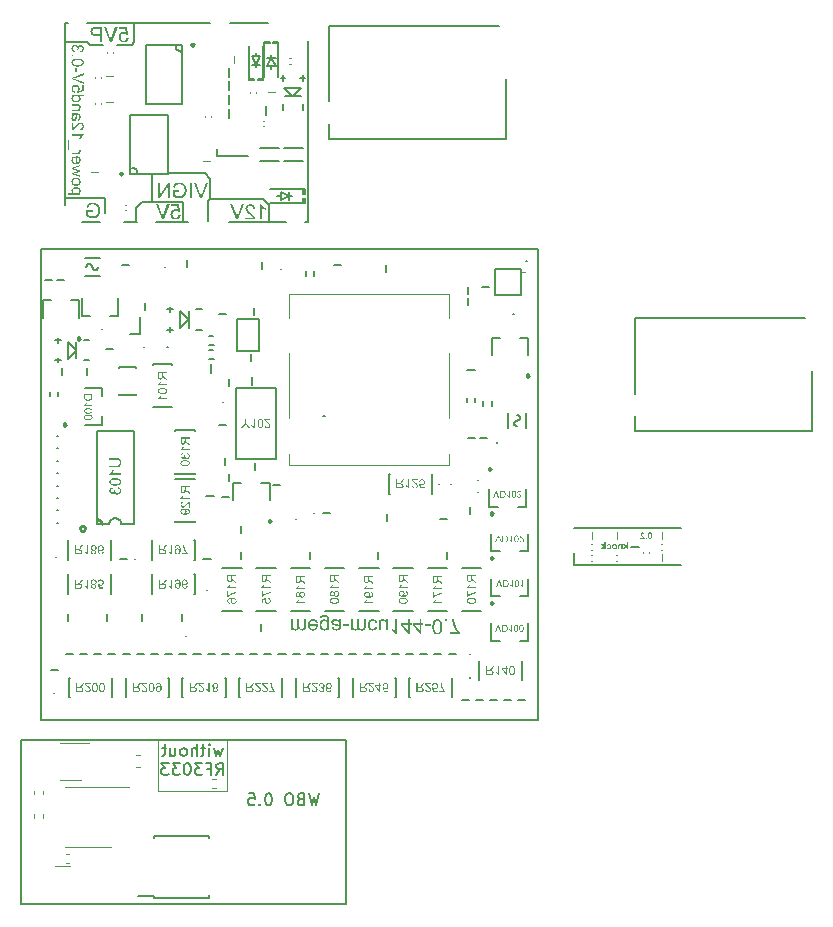
<source format=gbo>
G75*
G70*
%OFA0B0*%
%FSLAX25Y25*%
%IPPOS*%
%LPD*%
%AMOC8*
5,1,8,0,0,1.08239X$1,22.5*
%
%ADD121C,0.00300*%
%ADD158C,0.00500*%
%ADD49C,0.00669*%
%ADD50C,0.00591*%
%ADD51C,0.00800*%
%ADD52C,0.00472*%
%ADD53C,0.00787*%
%ADD54C,0.00394*%
%ADD59C,0.00984*%
X0000000Y0000000D02*
%LPD*%
G01*
D53*
X0187504Y0133038D02*
X0223331Y0133038D01*
X0187504Y0120833D02*
X0187504Y0124770D01*
X0187504Y0120833D02*
X0223331Y0120833D01*
X0009890Y0226165D02*
X0170520Y0226165D01*
X0009890Y0069079D02*
X0009890Y0226165D01*
X0009890Y0069079D02*
X0175638Y0069079D01*
X0170520Y0226165D02*
X0175638Y0226165D01*
X0175638Y0069079D02*
X0175638Y0226165D01*
X0017791Y0301280D02*
X0017791Y0240650D01*
X0017791Y0301280D02*
X0018972Y0301280D01*
X0023500Y0235138D02*
X0029602Y0235138D01*
X0025272Y0301280D02*
X0066217Y0301280D01*
X0037476Y0235138D02*
X0041807Y0235138D01*
X0048106Y0235138D02*
X0058736Y0235138D01*
X0072516Y0235138D02*
X0091413Y0235138D01*
X0072909Y0301280D02*
X0085508Y0301280D01*
X0097713Y0235138D02*
X0098894Y0235138D01*
X0098894Y0295374D02*
X0098894Y0235138D01*
X0111476Y0062555D02*
X0003209Y0062555D01*
X0003209Y0007831D01*
X0111476Y0007831D01*
X0111476Y0062555D01*
X0105976Y0300449D02*
X0105976Y0275252D01*
X0105976Y0262654D02*
X0105976Y0267772D01*
X0105976Y0262654D02*
X0165031Y0262654D01*
X0162669Y0300449D02*
X0105976Y0300449D01*
X0165031Y0262654D02*
X0165031Y0282732D01*
X0207815Y0203091D02*
X0207815Y0177894D01*
X0207815Y0165295D02*
X0207815Y0170413D01*
X0207815Y0165295D02*
X0266870Y0165295D01*
X0264508Y0203091D02*
X0207815Y0203091D01*
X0266870Y0165295D02*
X0266870Y0185374D01*
X0207421Y0164902D02*
%LPD*%
G01*
D53*
X0207815Y0203091D02*
X0207815Y0177894D01*
X0207815Y0165296D02*
X0207815Y0170414D01*
X0207815Y0165296D02*
X0266870Y0165296D01*
X0264508Y0203091D02*
X0207815Y0203091D01*
X0266870Y0165296D02*
X0266870Y0185374D01*
X0009496Y0068685D02*
G01*
G75*
G36*
X0104465Y0104107D02*
X0104645Y0104085D01*
X0104727Y0104069D01*
X0104798Y0104053D01*
X0104869Y0104036D01*
X0104935Y0104014D01*
X0104995Y0103992D01*
X0105044Y0103976D01*
X0105087Y0103960D01*
X0105126Y0103943D01*
X0105153Y0103927D01*
X0105175Y0103921D01*
X0105186Y0103911D01*
X0105191Y0103911D01*
X0105322Y0103829D01*
X0105437Y0103736D01*
X0105530Y0103643D01*
X0105606Y0103550D01*
X0105666Y0103474D01*
X0105710Y0103408D01*
X0105726Y0103381D01*
X0105737Y0103365D01*
X0105743Y0103354D01*
X0105743Y0103348D01*
X0105776Y0103277D01*
X0105803Y0103195D01*
X0105825Y0103103D01*
X0105847Y0103010D01*
X0105874Y0102808D01*
X0105896Y0102611D01*
X0105901Y0102518D01*
X0105907Y0102431D01*
X0105912Y0102349D01*
X0105917Y0102278D01*
X0105917Y0102223D01*
X0105917Y0102180D01*
X0105917Y0102153D01*
X0105917Y0102142D01*
X0105917Y0098986D01*
X0105350Y0098986D01*
X0105350Y0099433D01*
X0105268Y0099341D01*
X0105186Y0099259D01*
X0105093Y0099188D01*
X0105006Y0099128D01*
X0104913Y0099073D01*
X0104825Y0099035D01*
X0104738Y0098997D01*
X0104656Y0098969D01*
X0104580Y0098947D01*
X0104509Y0098931D01*
X0104443Y0098920D01*
X0104389Y0098909D01*
X0104345Y0098909D01*
X0104307Y0098904D01*
X0104192Y0098904D01*
X0104105Y0098915D01*
X0103946Y0098942D01*
X0103804Y0098980D01*
X0103739Y0099002D01*
X0103679Y0099024D01*
X0103624Y0099051D01*
X0103581Y0099073D01*
X0103537Y0099095D01*
X0103504Y0099111D01*
X0103477Y0099128D01*
X0103455Y0099139D01*
X0103444Y0099144D01*
X0103439Y0099149D01*
X0103313Y0099248D01*
X0103198Y0099357D01*
X0103105Y0099472D01*
X0103029Y0099581D01*
X0102969Y0099679D01*
X0102942Y0099723D01*
X0102925Y0099761D01*
X0102909Y0099788D01*
X0102898Y0099810D01*
X0102887Y0099826D01*
X0102887Y0099832D01*
X0102827Y0100001D01*
X0102778Y0100171D01*
X0102745Y0100329D01*
X0102723Y0100476D01*
X0102718Y0100547D01*
X0102712Y0100607D01*
X0102707Y0100656D01*
X0102707Y0100706D01*
X0102701Y0100744D01*
X0102701Y0100771D01*
X0102701Y0100787D01*
X0102701Y0100793D01*
X0102707Y0100935D01*
X0102718Y0101066D01*
X0102740Y0101197D01*
X0102767Y0101317D01*
X0102794Y0101432D01*
X0102832Y0101541D01*
X0102871Y0101639D01*
X0102909Y0101732D01*
X0102947Y0101814D01*
X0102980Y0101885D01*
X0103018Y0101950D01*
X0103046Y0102000D01*
X0103073Y0102043D01*
X0103095Y0102071D01*
X0103105Y0102092D01*
X0103111Y0102098D01*
X0103193Y0102191D01*
X0103280Y0102278D01*
X0103373Y0102349D01*
X0103471Y0102409D01*
X0103564Y0102464D01*
X0103662Y0102507D01*
X0103761Y0102540D01*
X0103854Y0102573D01*
X0103941Y0102595D01*
X0104017Y0102611D01*
X0104094Y0102622D01*
X0104154Y0102627D01*
X0104209Y0102633D01*
X0104247Y0102638D01*
X0104279Y0102638D01*
X0104389Y0102633D01*
X0104498Y0102616D01*
X0104596Y0102595D01*
X0104689Y0102562D01*
X0104782Y0102529D01*
X0104864Y0102486D01*
X0104940Y0102447D01*
X0105011Y0102398D01*
X0105071Y0102354D01*
X0105131Y0102311D01*
X0105175Y0102273D01*
X0105219Y0102240D01*
X0105246Y0102207D01*
X0105273Y0102185D01*
X0105284Y0102169D01*
X0105289Y0102163D01*
X0105289Y0102273D01*
X0105289Y0102371D01*
X0105284Y0102458D01*
X0105284Y0102540D01*
X0105279Y0102611D01*
X0105279Y0102677D01*
X0105273Y0102731D01*
X0105268Y0102780D01*
X0105262Y0102824D01*
X0105262Y0102857D01*
X0105257Y0102890D01*
X0105251Y0102911D01*
X0105251Y0102928D01*
X0105246Y0102939D01*
X0105246Y0102950D01*
X0105208Y0103059D01*
X0105158Y0103157D01*
X0105104Y0103239D01*
X0105055Y0103305D01*
X0105000Y0103359D01*
X0104962Y0103397D01*
X0104935Y0103425D01*
X0104929Y0103430D01*
X0104924Y0103430D01*
X0104831Y0103490D01*
X0104722Y0103528D01*
X0104613Y0103561D01*
X0104509Y0103583D01*
X0104411Y0103594D01*
X0104372Y0103599D01*
X0104334Y0103599D01*
X0104307Y0103605D01*
X0104263Y0103605D01*
X0104121Y0103599D01*
X0103995Y0103577D01*
X0103892Y0103550D01*
X0103799Y0103518D01*
X0103728Y0103485D01*
X0103679Y0103457D01*
X0103646Y0103436D01*
X0103635Y0103430D01*
X0103575Y0103375D01*
X0103531Y0103310D01*
X0103493Y0103244D01*
X0103466Y0103173D01*
X0103450Y0103113D01*
X0103439Y0103064D01*
X0103428Y0103032D01*
X0103428Y0103026D01*
X0103428Y0103021D01*
X0102827Y0102939D01*
X0102827Y0103048D01*
X0102838Y0103146D01*
X0102854Y0103239D01*
X0102882Y0103326D01*
X0102909Y0103403D01*
X0102942Y0103479D01*
X0102975Y0103545D01*
X0103013Y0103599D01*
X0103051Y0103654D01*
X0103084Y0103698D01*
X0103117Y0103736D01*
X0103149Y0103769D01*
X0103171Y0103790D01*
X0103193Y0103807D01*
X0103204Y0103818D01*
X0103209Y0103823D01*
X0103286Y0103872D01*
X0103373Y0103921D01*
X0103455Y0103960D01*
X0103548Y0103992D01*
X0103722Y0104047D01*
X0103892Y0104080D01*
X0103968Y0104091D01*
X0104039Y0104102D01*
X0104105Y0104107D01*
X0104159Y0104113D01*
X0104203Y0104118D01*
X0104268Y0104118D01*
X0104465Y0104107D01*
D02*
G37*
G36*
X0145295Y0101934D02*
X0144591Y0101934D01*
X0144591Y0102638D01*
X0145295Y0102638D01*
X0145295Y0101934D01*
D02*
G37*
G36*
X0100670Y0102715D02*
X0100785Y0102709D01*
X0100889Y0102693D01*
X0100987Y0102671D01*
X0101080Y0102649D01*
X0101162Y0102622D01*
X0101244Y0102595D01*
X0101315Y0102567D01*
X0101380Y0102540D01*
X0101435Y0102513D01*
X0101484Y0102486D01*
X0101528Y0102464D01*
X0101555Y0102442D01*
X0101582Y0102425D01*
X0101593Y0102420D01*
X0101599Y0102414D01*
X0101675Y0102354D01*
X0101740Y0102289D01*
X0101801Y0102218D01*
X0101861Y0102147D01*
X0101959Y0102000D01*
X0102035Y0101863D01*
X0102063Y0101797D01*
X0102090Y0101738D01*
X0102112Y0101683D01*
X0102128Y0101634D01*
X0102145Y0101595D01*
X0102155Y0101568D01*
X0102161Y0101546D01*
X0102161Y0101541D01*
X0101517Y0101459D01*
X0101462Y0101595D01*
X0101397Y0101716D01*
X0101331Y0101819D01*
X0101271Y0101896D01*
X0101216Y0101961D01*
X0101173Y0102005D01*
X0101145Y0102027D01*
X0101140Y0102038D01*
X0101134Y0102038D01*
X0101042Y0102098D01*
X0100943Y0102136D01*
X0100845Y0102169D01*
X0100758Y0102191D01*
X0100676Y0102202D01*
X0100610Y0102207D01*
X0100588Y0102212D01*
X0100556Y0102212D01*
X0100474Y0102207D01*
X0100392Y0102196D01*
X0100316Y0102185D01*
X0100245Y0102163D01*
X0100114Y0102114D01*
X0100004Y0102054D01*
X0099955Y0102027D01*
X0099911Y0101994D01*
X0099879Y0101967D01*
X0099846Y0101945D01*
X0099824Y0101923D01*
X0099808Y0101907D01*
X0099797Y0101901D01*
X0099791Y0101896D01*
X0099737Y0101830D01*
X0099688Y0101765D01*
X0099649Y0101688D01*
X0099611Y0101617D01*
X0099551Y0101459D01*
X0099507Y0101312D01*
X0099491Y0101241D01*
X0099480Y0101175D01*
X0099469Y0101121D01*
X0099464Y0101066D01*
X0099458Y0101028D01*
X0099453Y0100995D01*
X0099453Y0100973D01*
X0099453Y0100968D01*
X0102177Y0100968D01*
X0102183Y0100897D01*
X0102183Y0100842D01*
X0102183Y0100815D01*
X0102183Y0100804D01*
X0102177Y0100640D01*
X0102161Y0100487D01*
X0102139Y0100340D01*
X0102112Y0100203D01*
X0102074Y0100078D01*
X0102035Y0099963D01*
X0101992Y0099859D01*
X0101953Y0099766D01*
X0101910Y0099684D01*
X0101866Y0099608D01*
X0101828Y0099548D01*
X0101790Y0099499D01*
X0101762Y0099455D01*
X0101740Y0099428D01*
X0101724Y0099412D01*
X0101719Y0099406D01*
X0101631Y0099319D01*
X0101533Y0099242D01*
X0101435Y0099171D01*
X0101336Y0099117D01*
X0101238Y0099067D01*
X0101134Y0099024D01*
X0101042Y0098991D01*
X0100949Y0098964D01*
X0100861Y0098947D01*
X0100780Y0098931D01*
X0100709Y0098920D01*
X0100643Y0098909D01*
X0100594Y0098909D01*
X0100556Y0098904D01*
X0100523Y0098904D01*
X0100387Y0098909D01*
X0100250Y0098926D01*
X0100130Y0098953D01*
X0100010Y0098986D01*
X0099900Y0099024D01*
X0099797Y0099067D01*
X0099704Y0099111D01*
X0099622Y0099160D01*
X0099546Y0099210D01*
X0099480Y0099253D01*
X0099420Y0099297D01*
X0099376Y0099335D01*
X0099338Y0099368D01*
X0099311Y0099395D01*
X0099294Y0099412D01*
X0099289Y0099417D01*
X0099207Y0099515D01*
X0099136Y0099624D01*
X0099071Y0099739D01*
X0099016Y0099854D01*
X0098972Y0099974D01*
X0098934Y0100094D01*
X0098901Y0100209D01*
X0098880Y0100323D01*
X0098858Y0100427D01*
X0098847Y0100531D01*
X0098836Y0100618D01*
X0098825Y0100695D01*
X0098825Y0100760D01*
X0098819Y0100809D01*
X0098819Y0100837D01*
X0098819Y0100847D01*
X0098825Y0101011D01*
X0098841Y0101164D01*
X0098863Y0101306D01*
X0098890Y0101437D01*
X0098929Y0101563D01*
X0098967Y0101677D01*
X0099010Y0101781D01*
X0099054Y0101874D01*
X0099092Y0101956D01*
X0099136Y0102027D01*
X0099174Y0102087D01*
X0099213Y0102136D01*
X0099240Y0102180D01*
X0099262Y0102207D01*
X0099278Y0102223D01*
X0099284Y0102229D01*
X0099376Y0102316D01*
X0099475Y0102393D01*
X0099573Y0102458D01*
X0099682Y0102513D01*
X0099786Y0102562D01*
X0099895Y0102600D01*
X0099999Y0102633D01*
X0100097Y0102660D01*
X0100190Y0102677D01*
X0100277Y0102693D01*
X0100354Y0102704D01*
X0100425Y0102715D01*
X0100479Y0102715D01*
X0100523Y0102720D01*
X0100556Y0102720D01*
X0100670Y0102715D01*
D02*
G37*
G36*
X0120561Y0102715D02*
X0120665Y0102704D01*
X0120763Y0102688D01*
X0120861Y0102666D01*
X0120949Y0102638D01*
X0121031Y0102606D01*
X0121107Y0102578D01*
X0121178Y0102540D01*
X0121238Y0102507D01*
X0121298Y0102480D01*
X0121342Y0102447D01*
X0121386Y0102420D01*
X0121413Y0102398D01*
X0121440Y0102382D01*
X0121451Y0102371D01*
X0121457Y0102365D01*
X0121528Y0102294D01*
X0121599Y0102223D01*
X0121659Y0102142D01*
X0121708Y0102060D01*
X0121757Y0101978D01*
X0121801Y0101896D01*
X0121866Y0101743D01*
X0121893Y0101667D01*
X0121915Y0101601D01*
X0121932Y0101541D01*
X0121948Y0101486D01*
X0121959Y0101443D01*
X0121964Y0101410D01*
X0121970Y0101388D01*
X0121970Y0101383D01*
X0121364Y0101301D01*
X0121347Y0101388D01*
X0121331Y0101464D01*
X0121309Y0101541D01*
X0121287Y0101606D01*
X0121260Y0101672D01*
X0121238Y0101727D01*
X0121211Y0101776D01*
X0121184Y0101825D01*
X0121156Y0101863D01*
X0121134Y0101896D01*
X0121091Y0101950D01*
X0121063Y0101983D01*
X0121058Y0101989D01*
X0121053Y0101994D01*
X0120954Y0102065D01*
X0120856Y0102120D01*
X0120752Y0102158D01*
X0120659Y0102185D01*
X0120572Y0102202D01*
X0120539Y0102207D01*
X0120507Y0102207D01*
X0120479Y0102212D01*
X0120447Y0102212D01*
X0120365Y0102207D01*
X0120283Y0102196D01*
X0120212Y0102180D01*
X0120141Y0102158D01*
X0120015Y0102109D01*
X0119906Y0102043D01*
X0119862Y0102016D01*
X0119824Y0101983D01*
X0119791Y0101956D01*
X0119759Y0101929D01*
X0119737Y0101912D01*
X0119720Y0101896D01*
X0119715Y0101885D01*
X0119709Y0101880D01*
X0119660Y0101814D01*
X0119617Y0101738D01*
X0119578Y0101656D01*
X0119551Y0101574D01*
X0119497Y0101393D01*
X0119464Y0101219D01*
X0119453Y0101137D01*
X0119447Y0101060D01*
X0119442Y0100989D01*
X0119436Y0100929D01*
X0119431Y0100880D01*
X0119431Y0100842D01*
X0119431Y0100815D01*
X0119431Y0100809D01*
X0119436Y0100678D01*
X0119442Y0100553D01*
X0119458Y0100443D01*
X0119475Y0100340D01*
X0119497Y0100241D01*
X0119524Y0100154D01*
X0119551Y0100078D01*
X0119578Y0100007D01*
X0119600Y0099947D01*
X0119628Y0099892D01*
X0119655Y0099848D01*
X0119677Y0099816D01*
X0119693Y0099783D01*
X0119709Y0099766D01*
X0119715Y0099756D01*
X0119720Y0099750D01*
X0119775Y0099690D01*
X0119835Y0099641D01*
X0119901Y0099592D01*
X0119961Y0099554D01*
X0120026Y0099521D01*
X0120086Y0099493D01*
X0120206Y0099455D01*
X0120315Y0099428D01*
X0120359Y0099423D01*
X0120403Y0099417D01*
X0120436Y0099412D01*
X0120479Y0099412D01*
X0120588Y0099417D01*
X0120692Y0099439D01*
X0120780Y0099472D01*
X0120856Y0099504D01*
X0120916Y0099543D01*
X0120965Y0099570D01*
X0120992Y0099592D01*
X0121003Y0099603D01*
X0121080Y0099679D01*
X0121145Y0099766D01*
X0121194Y0099859D01*
X0121238Y0099947D01*
X0121271Y0100028D01*
X0121293Y0100094D01*
X0121298Y0100121D01*
X0121304Y0100138D01*
X0121309Y0100149D01*
X0121309Y0100154D01*
X0121910Y0100061D01*
X0121888Y0099963D01*
X0121855Y0099865D01*
X0121822Y0099777D01*
X0121790Y0099695D01*
X0121751Y0099619D01*
X0121708Y0099548D01*
X0121669Y0099488D01*
X0121626Y0099428D01*
X0121588Y0099379D01*
X0121549Y0099335D01*
X0121517Y0099297D01*
X0121484Y0099264D01*
X0121462Y0099242D01*
X0121440Y0099226D01*
X0121429Y0099215D01*
X0121424Y0099210D01*
X0121353Y0099155D01*
X0121276Y0099106D01*
X0121194Y0099067D01*
X0121113Y0099035D01*
X0120949Y0098980D01*
X0120796Y0098942D01*
X0120725Y0098931D01*
X0120659Y0098920D01*
X0120599Y0098915D01*
X0120550Y0098909D01*
X0120512Y0098904D01*
X0120452Y0098904D01*
X0120283Y0098915D01*
X0120119Y0098937D01*
X0119972Y0098975D01*
X0119906Y0098997D01*
X0119840Y0099013D01*
X0119786Y0099035D01*
X0119737Y0099057D01*
X0119693Y0099073D01*
X0119655Y0099095D01*
X0119622Y0099106D01*
X0119600Y0099117D01*
X0119589Y0099128D01*
X0119584Y0099128D01*
X0119442Y0099220D01*
X0119322Y0099324D01*
X0119218Y0099439D01*
X0119136Y0099543D01*
X0119071Y0099641D01*
X0119049Y0099684D01*
X0119027Y0099723D01*
X0119010Y0099750D01*
X0119000Y0099772D01*
X0118989Y0099788D01*
X0118989Y0099794D01*
X0118923Y0099963D01*
X0118879Y0100143D01*
X0118847Y0100318D01*
X0118819Y0100476D01*
X0118814Y0100553D01*
X0118808Y0100618D01*
X0118803Y0100678D01*
X0118803Y0100733D01*
X0118798Y0100771D01*
X0118798Y0100804D01*
X0118798Y0100826D01*
X0118798Y0100831D01*
X0118803Y0100995D01*
X0118819Y0101153D01*
X0118841Y0101301D01*
X0118869Y0101437D01*
X0118901Y0101563D01*
X0118939Y0101677D01*
X0118983Y0101781D01*
X0119027Y0101874D01*
X0119065Y0101956D01*
X0119109Y0102032D01*
X0119147Y0102092D01*
X0119180Y0102142D01*
X0119207Y0102185D01*
X0119229Y0102212D01*
X0119245Y0102229D01*
X0119251Y0102234D01*
X0119338Y0102322D01*
X0119431Y0102393D01*
X0119529Y0102458D01*
X0119628Y0102513D01*
X0119731Y0102562D01*
X0119830Y0102600D01*
X0119928Y0102633D01*
X0120021Y0102660D01*
X0120108Y0102682D01*
X0120190Y0102693D01*
X0120266Y0102704D01*
X0120326Y0102715D01*
X0120381Y0102715D01*
X0120419Y0102720D01*
X0120452Y0102720D01*
X0120561Y0102715D01*
D02*
G37*
G36*
X0139819Y0100504D02*
X0137913Y0100504D01*
X0137913Y0101126D01*
X0139819Y0101126D01*
X0139819Y0100504D01*
D02*
G37*
G36*
X0112431Y0100504D02*
X0110526Y0100504D01*
X0110526Y0101126D01*
X0112431Y0101126D01*
X0112431Y0100504D01*
D02*
G37*
G36*
X0118060Y0100132D02*
X0118055Y0100018D01*
X0118050Y0099914D01*
X0118033Y0099816D01*
X0118017Y0099723D01*
X0117995Y0099641D01*
X0117968Y0099564D01*
X0117940Y0099499D01*
X0117913Y0099439D01*
X0117886Y0099384D01*
X0117858Y0099335D01*
X0117837Y0099297D01*
X0117809Y0099264D01*
X0117793Y0099242D01*
X0117777Y0099226D01*
X0117771Y0099215D01*
X0117766Y0099210D01*
X0117711Y0099155D01*
X0117646Y0099106D01*
X0117580Y0099067D01*
X0117515Y0099035D01*
X0117373Y0098980D01*
X0117242Y0098942D01*
X0117176Y0098931D01*
X0117116Y0098920D01*
X0117067Y0098915D01*
X0117018Y0098909D01*
X0116985Y0098904D01*
X0116930Y0098904D01*
X0116805Y0098909D01*
X0116685Y0098931D01*
X0116570Y0098964D01*
X0116461Y0099002D01*
X0116362Y0099051D01*
X0116270Y0099106D01*
X0116182Y0099166D01*
X0116106Y0099220D01*
X0116035Y0099280D01*
X0115975Y0099341D01*
X0115920Y0099395D01*
X0115882Y0099444D01*
X0115844Y0099482D01*
X0115822Y0099515D01*
X0115805Y0099537D01*
X0115800Y0099543D01*
X0115751Y0099433D01*
X0115696Y0099341D01*
X0115636Y0099264D01*
X0115576Y0099193D01*
X0115516Y0099144D01*
X0115472Y0099106D01*
X0115440Y0099078D01*
X0115434Y0099073D01*
X0115429Y0099073D01*
X0115325Y0099018D01*
X0115216Y0098975D01*
X0115107Y0098947D01*
X0115003Y0098926D01*
X0114910Y0098915D01*
X0114872Y0098909D01*
X0114834Y0098904D01*
X0114768Y0098904D01*
X0114637Y0098909D01*
X0114512Y0098931D01*
X0114402Y0098953D01*
X0114304Y0098986D01*
X0114228Y0099013D01*
X0114195Y0099029D01*
X0114168Y0099040D01*
X0114146Y0099051D01*
X0114129Y0099062D01*
X0114124Y0099067D01*
X0114118Y0099067D01*
X0114015Y0099133D01*
X0113927Y0099204D01*
X0113851Y0099275D01*
X0113785Y0099346D01*
X0113731Y0099406D01*
X0113693Y0099455D01*
X0113671Y0099488D01*
X0113660Y0099493D01*
X0113660Y0098986D01*
X0113108Y0098986D01*
X0113108Y0102638D01*
X0113725Y0102638D01*
X0113725Y0100744D01*
X0113725Y0100651D01*
X0113731Y0100569D01*
X0113736Y0100487D01*
X0113742Y0100416D01*
X0113747Y0100345D01*
X0113758Y0100285D01*
X0113764Y0100230D01*
X0113774Y0100176D01*
X0113785Y0100132D01*
X0113791Y0100094D01*
X0113802Y0100061D01*
X0113807Y0100034D01*
X0113813Y0100012D01*
X0113818Y0099996D01*
X0113823Y0099990D01*
X0113823Y0099985D01*
X0113867Y0099892D01*
X0113916Y0099810D01*
X0113971Y0099739D01*
X0114026Y0099684D01*
X0114069Y0099635D01*
X0114107Y0099608D01*
X0114135Y0099586D01*
X0114146Y0099581D01*
X0114233Y0099532D01*
X0114315Y0099499D01*
X0114397Y0099472D01*
X0114473Y0099455D01*
X0114539Y0099444D01*
X0114588Y0099439D01*
X0114632Y0099439D01*
X0114752Y0099450D01*
X0114855Y0099472D01*
X0114937Y0099504D01*
X0115008Y0099543D01*
X0115057Y0099581D01*
X0115096Y0099614D01*
X0115118Y0099635D01*
X0115123Y0099646D01*
X0115172Y0099734D01*
X0115210Y0099832D01*
X0115238Y0099936D01*
X0115259Y0100034D01*
X0115270Y0100127D01*
X0115270Y0100165D01*
X0115276Y0100198D01*
X0115276Y0100230D01*
X0115276Y0100252D01*
X0115276Y0100263D01*
X0115276Y0100269D01*
X0115276Y0102638D01*
X0115893Y0102638D01*
X0115893Y0100520D01*
X0115898Y0100416D01*
X0115904Y0100323D01*
X0115915Y0100230D01*
X0115931Y0100149D01*
X0115953Y0100078D01*
X0115975Y0100007D01*
X0115997Y0099947D01*
X0116024Y0099892D01*
X0116046Y0099848D01*
X0116068Y0099805D01*
X0116089Y0099772D01*
X0116111Y0099745D01*
X0116128Y0099723D01*
X0116139Y0099706D01*
X0116149Y0099701D01*
X0116149Y0099695D01*
X0116199Y0099652D01*
X0116253Y0099608D01*
X0116357Y0099548D01*
X0116466Y0099499D01*
X0116570Y0099472D01*
X0116657Y0099450D01*
X0116696Y0099444D01*
X0116728Y0099444D01*
X0116756Y0099439D01*
X0116794Y0099439D01*
X0116870Y0099444D01*
X0116941Y0099455D01*
X0117007Y0099472D01*
X0117061Y0099488D01*
X0117105Y0099510D01*
X0117138Y0099526D01*
X0117160Y0099537D01*
X0117165Y0099543D01*
X0117220Y0099581D01*
X0117269Y0099624D01*
X0117302Y0099668D01*
X0117334Y0099712D01*
X0117356Y0099750D01*
X0117373Y0099777D01*
X0117383Y0099799D01*
X0117383Y0099805D01*
X0117405Y0099876D01*
X0117416Y0099958D01*
X0117427Y0100045D01*
X0117438Y0100132D01*
X0117438Y0100214D01*
X0117444Y0100280D01*
X0117444Y0100302D01*
X0117444Y0100323D01*
X0117444Y0100334D01*
X0117444Y0100340D01*
X0117444Y0102638D01*
X0118060Y0102638D01*
X0118060Y0100132D01*
D02*
G37*
G36*
X0098110Y0100132D02*
X0098104Y0100018D01*
X0098099Y0099914D01*
X0098082Y0099816D01*
X0098066Y0099723D01*
X0098044Y0099641D01*
X0098017Y0099564D01*
X0097990Y0099499D01*
X0097962Y0099439D01*
X0097935Y0099384D01*
X0097908Y0099335D01*
X0097886Y0099297D01*
X0097858Y0099264D01*
X0097842Y0099242D01*
X0097826Y0099226D01*
X0097820Y0099215D01*
X0097815Y0099210D01*
X0097760Y0099155D01*
X0097695Y0099106D01*
X0097629Y0099067D01*
X0097564Y0099035D01*
X0097422Y0098980D01*
X0097291Y0098942D01*
X0097225Y0098931D01*
X0097165Y0098920D01*
X0097116Y0098915D01*
X0097067Y0098909D01*
X0097034Y0098904D01*
X0096979Y0098904D01*
X0096854Y0098909D01*
X0096734Y0098931D01*
X0096619Y0098964D01*
X0096510Y0099002D01*
X0096412Y0099051D01*
X0096319Y0099106D01*
X0096231Y0099166D01*
X0096155Y0099220D01*
X0096084Y0099280D01*
X0096024Y0099341D01*
X0095969Y0099395D01*
X0095931Y0099444D01*
X0095893Y0099482D01*
X0095871Y0099515D01*
X0095855Y0099537D01*
X0095849Y0099543D01*
X0095800Y0099433D01*
X0095746Y0099341D01*
X0095685Y0099264D01*
X0095625Y0099193D01*
X0095565Y0099144D01*
X0095522Y0099106D01*
X0095489Y0099078D01*
X0095483Y0099073D01*
X0095478Y0099073D01*
X0095374Y0099018D01*
X0095265Y0098975D01*
X0095156Y0098947D01*
X0095052Y0098926D01*
X0094959Y0098915D01*
X0094921Y0098909D01*
X0094883Y0098904D01*
X0094817Y0098904D01*
X0094686Y0098909D01*
X0094561Y0098931D01*
X0094451Y0098953D01*
X0094353Y0098986D01*
X0094277Y0099013D01*
X0094244Y0099029D01*
X0094217Y0099040D01*
X0094195Y0099051D01*
X0094178Y0099062D01*
X0094173Y0099067D01*
X0094167Y0099067D01*
X0094064Y0099133D01*
X0093976Y0099204D01*
X0093900Y0099275D01*
X0093834Y0099346D01*
X0093780Y0099406D01*
X0093742Y0099455D01*
X0093720Y0099488D01*
X0093709Y0099493D01*
X0093709Y0098986D01*
X0093157Y0098986D01*
X0093157Y0102638D01*
X0093774Y0102638D01*
X0093774Y0100744D01*
X0093774Y0100651D01*
X0093780Y0100569D01*
X0093785Y0100487D01*
X0093791Y0100416D01*
X0093796Y0100345D01*
X0093807Y0100285D01*
X0093813Y0100230D01*
X0093824Y0100176D01*
X0093834Y0100132D01*
X0093840Y0100094D01*
X0093851Y0100061D01*
X0093856Y0100034D01*
X0093862Y0100012D01*
X0093867Y0099996D01*
X0093873Y0099990D01*
X0093873Y0099985D01*
X0093916Y0099892D01*
X0093965Y0099810D01*
X0094020Y0099739D01*
X0094075Y0099684D01*
X0094118Y0099635D01*
X0094157Y0099608D01*
X0094184Y0099586D01*
X0094195Y0099581D01*
X0094282Y0099532D01*
X0094364Y0099499D01*
X0094446Y0099472D01*
X0094522Y0099455D01*
X0094588Y0099444D01*
X0094637Y0099439D01*
X0094681Y0099439D01*
X0094801Y0099450D01*
X0094905Y0099472D01*
X0094987Y0099504D01*
X0095058Y0099543D01*
X0095107Y0099581D01*
X0095145Y0099614D01*
X0095167Y0099635D01*
X0095172Y0099646D01*
X0095221Y0099734D01*
X0095260Y0099832D01*
X0095287Y0099936D01*
X0095309Y0100034D01*
X0095320Y0100127D01*
X0095320Y0100165D01*
X0095325Y0100198D01*
X0095325Y0100230D01*
X0095325Y0100252D01*
X0095325Y0100263D01*
X0095325Y0100269D01*
X0095325Y0102638D01*
X0095942Y0102638D01*
X0095942Y0100520D01*
X0095948Y0100416D01*
X0095953Y0100323D01*
X0095964Y0100230D01*
X0095980Y0100149D01*
X0096002Y0100078D01*
X0096024Y0100007D01*
X0096046Y0099947D01*
X0096073Y0099892D01*
X0096095Y0099848D01*
X0096117Y0099805D01*
X0096139Y0099772D01*
X0096160Y0099745D01*
X0096177Y0099723D01*
X0096188Y0099706D01*
X0096199Y0099701D01*
X0096199Y0099695D01*
X0096248Y0099652D01*
X0096302Y0099608D01*
X0096406Y0099548D01*
X0096515Y0099499D01*
X0096619Y0099472D01*
X0096706Y0099450D01*
X0096745Y0099444D01*
X0096777Y0099444D01*
X0096805Y0099439D01*
X0096843Y0099439D01*
X0096919Y0099444D01*
X0096990Y0099455D01*
X0097056Y0099472D01*
X0097111Y0099488D01*
X0097154Y0099510D01*
X0097187Y0099526D01*
X0097209Y0099537D01*
X0097214Y0099543D01*
X0097269Y0099581D01*
X0097318Y0099624D01*
X0097351Y0099668D01*
X0097384Y0099712D01*
X0097405Y0099750D01*
X0097422Y0099777D01*
X0097433Y0099799D01*
X0097433Y0099805D01*
X0097454Y0099876D01*
X0097465Y0099958D01*
X0097476Y0100045D01*
X0097487Y0100132D01*
X0097487Y0100214D01*
X0097493Y0100280D01*
X0097493Y0100302D01*
X0097493Y0100323D01*
X0097493Y0100334D01*
X0097493Y0100340D01*
X0097493Y0102638D01*
X0098110Y0102638D01*
X0098110Y0100132D01*
D02*
G37*
G36*
X0108031Y0102715D02*
X0108156Y0102704D01*
X0108271Y0102682D01*
X0108374Y0102660D01*
X0108456Y0102638D01*
X0108495Y0102627D01*
X0108522Y0102616D01*
X0108544Y0102611D01*
X0108560Y0102606D01*
X0108571Y0102600D01*
X0108576Y0102600D01*
X0108697Y0102546D01*
X0108817Y0102486D01*
X0108926Y0102414D01*
X0109030Y0102344D01*
X0109117Y0102284D01*
X0109150Y0102251D01*
X0109182Y0102229D01*
X0109210Y0102207D01*
X0109226Y0102191D01*
X0109237Y0102185D01*
X0109243Y0102180D01*
X0109253Y0102278D01*
X0109270Y0102365D01*
X0109292Y0102442D01*
X0109314Y0102507D01*
X0109330Y0102562D01*
X0109346Y0102606D01*
X0109357Y0102627D01*
X0109363Y0102638D01*
X0110007Y0102638D01*
X0109969Y0102562D01*
X0109936Y0102480D01*
X0109909Y0102409D01*
X0109887Y0102344D01*
X0109870Y0102284D01*
X0109860Y0102240D01*
X0109854Y0102212D01*
X0109854Y0102202D01*
X0109849Y0102153D01*
X0109843Y0102087D01*
X0109838Y0102016D01*
X0109832Y0101934D01*
X0109827Y0101847D01*
X0109827Y0101754D01*
X0109821Y0101568D01*
X0109821Y0101481D01*
X0109816Y0101393D01*
X0109816Y0101317D01*
X0109816Y0101246D01*
X0109816Y0101191D01*
X0109816Y0101148D01*
X0109816Y0101121D01*
X0109816Y0101110D01*
X0109816Y0100285D01*
X0109816Y0100209D01*
X0109816Y0100143D01*
X0109810Y0100083D01*
X0109810Y0100023D01*
X0109805Y0099925D01*
X0109799Y0099848D01*
X0109794Y0099788D01*
X0109789Y0099750D01*
X0109783Y0099723D01*
X0109783Y0099717D01*
X0109761Y0099624D01*
X0109729Y0099543D01*
X0109696Y0099472D01*
X0109663Y0099412D01*
X0109636Y0099362D01*
X0109608Y0099324D01*
X0109592Y0099302D01*
X0109587Y0099297D01*
X0109527Y0099237D01*
X0109461Y0099182D01*
X0109390Y0099133D01*
X0109319Y0099095D01*
X0109253Y0099062D01*
X0109204Y0099040D01*
X0109182Y0099029D01*
X0109166Y0099024D01*
X0109161Y0099018D01*
X0109155Y0099018D01*
X0109041Y0098980D01*
X0108915Y0098953D01*
X0108789Y0098931D01*
X0108669Y0098920D01*
X0108565Y0098909D01*
X0108516Y0098909D01*
X0108478Y0098904D01*
X0108402Y0098904D01*
X0108233Y0098909D01*
X0108074Y0098926D01*
X0107932Y0098947D01*
X0107867Y0098958D01*
X0107812Y0098969D01*
X0107757Y0098980D01*
X0107708Y0098991D01*
X0107670Y0099002D01*
X0107637Y0099013D01*
X0107610Y0099024D01*
X0107588Y0099029D01*
X0107577Y0099035D01*
X0107572Y0099035D01*
X0107446Y0099089D01*
X0107337Y0099149D01*
X0107244Y0099210D01*
X0107168Y0099270D01*
X0107108Y0099324D01*
X0107064Y0099368D01*
X0107037Y0099395D01*
X0107026Y0099401D01*
X0107026Y0099406D01*
X0106960Y0099499D01*
X0106906Y0099603D01*
X0106862Y0099706D01*
X0106824Y0099805D01*
X0106796Y0099892D01*
X0106786Y0099930D01*
X0106775Y0099963D01*
X0106769Y0099990D01*
X0106764Y0100012D01*
X0106758Y0100023D01*
X0106758Y0100028D01*
X0107364Y0100110D01*
X0107386Y0100039D01*
X0107408Y0099974D01*
X0107452Y0099865D01*
X0107506Y0099766D01*
X0107555Y0099695D01*
X0107599Y0099641D01*
X0107637Y0099597D01*
X0107659Y0099575D01*
X0107670Y0099570D01*
X0107757Y0099521D01*
X0107861Y0099482D01*
X0107965Y0099455D01*
X0108069Y0099433D01*
X0108167Y0099423D01*
X0108205Y0099423D01*
X0108243Y0099417D01*
X0108314Y0099417D01*
X0108478Y0099428D01*
X0108620Y0099450D01*
X0108740Y0099482D01*
X0108839Y0099521D01*
X0108915Y0099564D01*
X0108942Y0099581D01*
X0108970Y0099597D01*
X0108991Y0099608D01*
X0109002Y0099619D01*
X0109013Y0099630D01*
X0109073Y0099695D01*
X0109117Y0099777D01*
X0109150Y0099865D01*
X0109172Y0099952D01*
X0109182Y0100034D01*
X0109193Y0100099D01*
X0109193Y0100121D01*
X0109193Y0100143D01*
X0109193Y0100154D01*
X0109193Y0100160D01*
X0109193Y0100176D01*
X0109193Y0100198D01*
X0109193Y0100252D01*
X0109188Y0100274D01*
X0109188Y0100296D01*
X0109188Y0100312D01*
X0109188Y0100318D01*
X0109117Y0100340D01*
X0109041Y0100362D01*
X0108953Y0100383D01*
X0108866Y0100405D01*
X0108686Y0100443D01*
X0108506Y0100476D01*
X0108418Y0100487D01*
X0108342Y0100498D01*
X0108271Y0100509D01*
X0108205Y0100520D01*
X0108156Y0100525D01*
X0108118Y0100531D01*
X0108096Y0100536D01*
X0108085Y0100536D01*
X0107954Y0100553D01*
X0107845Y0100569D01*
X0107747Y0100585D01*
X0107670Y0100596D01*
X0107610Y0100613D01*
X0107566Y0100618D01*
X0107545Y0100629D01*
X0107534Y0100629D01*
X0107446Y0100656D01*
X0107359Y0100689D01*
X0107282Y0100722D01*
X0107217Y0100755D01*
X0107162Y0100782D01*
X0107124Y0100809D01*
X0107097Y0100826D01*
X0107086Y0100831D01*
X0107015Y0100886D01*
X0106955Y0100940D01*
X0106900Y0101000D01*
X0106857Y0101055D01*
X0106818Y0101110D01*
X0106791Y0101148D01*
X0106775Y0101175D01*
X0106769Y0101186D01*
X0106731Y0101273D01*
X0106698Y0101355D01*
X0106676Y0101437D01*
X0106666Y0101514D01*
X0106654Y0101579D01*
X0106649Y0101634D01*
X0106649Y0101667D01*
X0106649Y0101672D01*
X0106649Y0101677D01*
X0106654Y0101759D01*
X0106666Y0101841D01*
X0106676Y0101918D01*
X0106698Y0101989D01*
X0106753Y0102120D01*
X0106813Y0102223D01*
X0106840Y0102273D01*
X0106868Y0102311D01*
X0106895Y0102349D01*
X0106922Y0102376D01*
X0106944Y0102398D01*
X0106955Y0102414D01*
X0106966Y0102425D01*
X0106971Y0102431D01*
X0107037Y0102480D01*
X0107102Y0102524D01*
X0107179Y0102567D01*
X0107250Y0102600D01*
X0107403Y0102649D01*
X0107555Y0102682D01*
X0107621Y0102699D01*
X0107686Y0102704D01*
X0107747Y0102709D01*
X0107796Y0102715D01*
X0107834Y0102720D01*
X0107894Y0102720D01*
X0108031Y0102715D01*
D02*
G37*
G36*
X0123864Y0102715D02*
X0123990Y0102693D01*
X0124105Y0102666D01*
X0124219Y0102622D01*
X0124323Y0102578D01*
X0124416Y0102524D01*
X0124503Y0102469D01*
X0124585Y0102409D01*
X0124656Y0102354D01*
X0124716Y0102300D01*
X0124771Y0102245D01*
X0124815Y0102202D01*
X0124847Y0102158D01*
X0124869Y0102131D01*
X0124886Y0102109D01*
X0124891Y0102103D01*
X0124891Y0102638D01*
X0125442Y0102638D01*
X0125442Y0098986D01*
X0124825Y0098986D01*
X0124825Y0100946D01*
X0124820Y0101110D01*
X0124809Y0101252D01*
X0124793Y0101372D01*
X0124776Y0101475D01*
X0124765Y0101519D01*
X0124754Y0101552D01*
X0124743Y0101585D01*
X0124738Y0101612D01*
X0124733Y0101628D01*
X0124727Y0101645D01*
X0124722Y0101650D01*
X0124722Y0101656D01*
X0124678Y0101743D01*
X0124623Y0101819D01*
X0124563Y0101885D01*
X0124509Y0101940D01*
X0124454Y0101983D01*
X0124411Y0102016D01*
X0124383Y0102038D01*
X0124378Y0102043D01*
X0124372Y0102043D01*
X0124279Y0102092D01*
X0124192Y0102125D01*
X0124105Y0102153D01*
X0124023Y0102169D01*
X0123952Y0102180D01*
X0123903Y0102185D01*
X0123853Y0102185D01*
X0123755Y0102180D01*
X0123662Y0102163D01*
X0123580Y0102142D01*
X0123515Y0102114D01*
X0123460Y0102092D01*
X0123417Y0102071D01*
X0123395Y0102054D01*
X0123384Y0102049D01*
X0123318Y0101994D01*
X0123264Y0101929D01*
X0123220Y0101869D01*
X0123187Y0101808D01*
X0123160Y0101754D01*
X0123144Y0101705D01*
X0123138Y0101677D01*
X0123133Y0101667D01*
X0123127Y0101634D01*
X0123122Y0101590D01*
X0123116Y0101492D01*
X0123106Y0101383D01*
X0123106Y0101273D01*
X0123100Y0101175D01*
X0123100Y0101131D01*
X0123100Y0101088D01*
X0123100Y0101055D01*
X0123100Y0101033D01*
X0123100Y0101017D01*
X0123100Y0101011D01*
X0123100Y0098986D01*
X0122483Y0098986D01*
X0122483Y0101252D01*
X0122483Y0101388D01*
X0122489Y0101508D01*
X0122494Y0101606D01*
X0122500Y0101688D01*
X0122505Y0101748D01*
X0122510Y0101797D01*
X0122516Y0101819D01*
X0122516Y0101830D01*
X0122543Y0101929D01*
X0122570Y0102016D01*
X0122603Y0102092D01*
X0122636Y0102158D01*
X0122663Y0102212D01*
X0122685Y0102256D01*
X0122702Y0102278D01*
X0122707Y0102289D01*
X0122762Y0102354D01*
X0122827Y0102414D01*
X0122898Y0102469D01*
X0122964Y0102513D01*
X0123029Y0102551D01*
X0123078Y0102578D01*
X0123111Y0102595D01*
X0123116Y0102600D01*
X0123122Y0102600D01*
X0123231Y0102638D01*
X0123335Y0102671D01*
X0123439Y0102693D01*
X0123531Y0102704D01*
X0123613Y0102715D01*
X0123673Y0102720D01*
X0123728Y0102720D01*
X0123864Y0102715D01*
D02*
G37*
G36*
X0128571Y0097582D02*
X0128172Y0097582D01*
X0128101Y0097708D01*
X0128020Y0097828D01*
X0127927Y0097943D01*
X0127834Y0098041D01*
X0127752Y0098134D01*
X0127714Y0098167D01*
X0127687Y0098199D01*
X0127659Y0098227D01*
X0127637Y0098243D01*
X0127626Y0098254D01*
X0127621Y0098259D01*
X0127473Y0098385D01*
X0127315Y0098494D01*
X0127162Y0098598D01*
X0127020Y0098685D01*
X0126960Y0098718D01*
X0126900Y0098751D01*
X0126846Y0098784D01*
X0126802Y0098806D01*
X0126764Y0098822D01*
X0126736Y0098838D01*
X0126720Y0098844D01*
X0126715Y0098849D01*
X0126715Y0099444D01*
X0126824Y0099401D01*
X0126938Y0099352D01*
X0127048Y0099297D01*
X0127146Y0099248D01*
X0127233Y0099199D01*
X0127271Y0099182D01*
X0127304Y0099160D01*
X0127332Y0099149D01*
X0127348Y0099139D01*
X0127359Y0099128D01*
X0127364Y0099128D01*
X0127495Y0099046D01*
X0127610Y0098969D01*
X0127714Y0098898D01*
X0127796Y0098833D01*
X0127867Y0098778D01*
X0127916Y0098740D01*
X0127943Y0098713D01*
X0127954Y0098702D01*
X0127954Y0102638D01*
X0128571Y0102638D01*
X0128571Y0097582D01*
D02*
G37*
G36*
X0147599Y0102365D02*
X0147615Y0102234D01*
X0147637Y0102109D01*
X0147654Y0101989D01*
X0147676Y0101874D01*
X0147692Y0101765D01*
X0147714Y0101667D01*
X0147730Y0101579D01*
X0147752Y0101497D01*
X0147768Y0101426D01*
X0147785Y0101366D01*
X0147796Y0101323D01*
X0147807Y0101284D01*
X0147812Y0101262D01*
X0147812Y0101257D01*
X0147916Y0100924D01*
X0147976Y0100760D01*
X0148036Y0100602D01*
X0148096Y0100454D01*
X0148156Y0100307D01*
X0148216Y0100171D01*
X0148271Y0100045D01*
X0148325Y0099930D01*
X0148374Y0099826D01*
X0148423Y0099734D01*
X0148462Y0099657D01*
X0148494Y0099592D01*
X0148516Y0099548D01*
X0148533Y0099521D01*
X0148538Y0099510D01*
X0148626Y0099357D01*
X0148718Y0099210D01*
X0148806Y0099067D01*
X0148888Y0098942D01*
X0148969Y0098822D01*
X0149051Y0098707D01*
X0149128Y0098604D01*
X0149199Y0098511D01*
X0149264Y0098429D01*
X0149319Y0098358D01*
X0149374Y0098298D01*
X0149417Y0098243D01*
X0149450Y0098205D01*
X0149477Y0098172D01*
X0149494Y0098156D01*
X0149499Y0098150D01*
X0149499Y0097664D01*
X0146239Y0097664D01*
X0146239Y0098259D01*
X0148707Y0098259D01*
X0148620Y0098363D01*
X0148533Y0098472D01*
X0148369Y0098696D01*
X0148216Y0098915D01*
X0148145Y0099024D01*
X0148080Y0099122D01*
X0148025Y0099220D01*
X0147970Y0099308D01*
X0147927Y0099384D01*
X0147883Y0099450D01*
X0147856Y0099504D01*
X0147834Y0099548D01*
X0147817Y0099570D01*
X0147812Y0099581D01*
X0147665Y0099876D01*
X0147539Y0100165D01*
X0147479Y0100302D01*
X0147430Y0100438D01*
X0147381Y0100569D01*
X0147337Y0100689D01*
X0147299Y0100798D01*
X0147266Y0100897D01*
X0147239Y0100989D01*
X0147217Y0101066D01*
X0147195Y0101126D01*
X0147184Y0101170D01*
X0147179Y0101197D01*
X0147173Y0101208D01*
X0147135Y0101361D01*
X0147097Y0101508D01*
X0147070Y0101650D01*
X0147042Y0101787D01*
X0147020Y0101912D01*
X0147004Y0102032D01*
X0146988Y0102136D01*
X0146977Y0102240D01*
X0146966Y0102327D01*
X0146960Y0102409D01*
X0146955Y0102475D01*
X0146949Y0102535D01*
X0146944Y0102578D01*
X0146944Y0102611D01*
X0146944Y0102633D01*
X0146944Y0102638D01*
X0147577Y0102638D01*
X0147599Y0102365D01*
D02*
G37*
G36*
X0136674Y0101432D02*
X0137356Y0101432D01*
X0137356Y0100864D01*
X0136674Y0100864D01*
X0136674Y0097599D01*
X0136166Y0097599D01*
X0133862Y0100864D01*
X0133862Y0101432D01*
X0136057Y0101432D01*
X0136057Y0102638D01*
X0136674Y0102638D01*
X0136674Y0101432D01*
D02*
G37*
G36*
X0132759Y0101432D02*
X0133441Y0101432D01*
X0133441Y0100864D01*
X0132759Y0100864D01*
X0132759Y0097599D01*
X0132251Y0097599D01*
X0129947Y0100864D01*
X0129947Y0101432D01*
X0132142Y0101432D01*
X0132142Y0102638D01*
X0132759Y0102638D01*
X0132759Y0101432D01*
D02*
G37*
G36*
X0142074Y0102715D02*
X0142166Y0102709D01*
X0142259Y0102693D01*
X0142347Y0102677D01*
X0142428Y0102649D01*
X0142499Y0102627D01*
X0142570Y0102600D01*
X0142630Y0102573D01*
X0142690Y0102546D01*
X0142740Y0102518D01*
X0142783Y0102491D01*
X0142816Y0102469D01*
X0142843Y0102453D01*
X0142865Y0102436D01*
X0142876Y0102431D01*
X0142882Y0102425D01*
X0142947Y0102365D01*
X0143013Y0102305D01*
X0143122Y0102169D01*
X0143215Y0102032D01*
X0143291Y0101896D01*
X0143324Y0101830D01*
X0143351Y0101770D01*
X0143373Y0101721D01*
X0143395Y0101672D01*
X0143411Y0101639D01*
X0143417Y0101606D01*
X0143428Y0101590D01*
X0143428Y0101585D01*
X0143460Y0101481D01*
X0143488Y0101366D01*
X0143537Y0101131D01*
X0143570Y0100891D01*
X0143580Y0100777D01*
X0143591Y0100662D01*
X0143597Y0100558D01*
X0143602Y0100460D01*
X0143608Y0100378D01*
X0143613Y0100302D01*
X0143613Y0100241D01*
X0143613Y0100192D01*
X0143613Y0100165D01*
X0143613Y0100154D01*
X0143613Y0100018D01*
X0143608Y0099886D01*
X0143602Y0099766D01*
X0143597Y0099652D01*
X0143586Y0099548D01*
X0143575Y0099450D01*
X0143564Y0099362D01*
X0143559Y0099280D01*
X0143548Y0099210D01*
X0143537Y0099149D01*
X0143526Y0099095D01*
X0143515Y0099051D01*
X0143509Y0099013D01*
X0143504Y0098991D01*
X0143499Y0098975D01*
X0143499Y0098969D01*
X0143455Y0098811D01*
X0143400Y0098663D01*
X0143351Y0098538D01*
X0143302Y0098429D01*
X0143275Y0098385D01*
X0143258Y0098341D01*
X0143236Y0098303D01*
X0143220Y0098276D01*
X0143204Y0098254D01*
X0143198Y0098238D01*
X0143187Y0098227D01*
X0143187Y0098221D01*
X0143111Y0098112D01*
X0143024Y0098014D01*
X0142942Y0097932D01*
X0142860Y0097866D01*
X0142789Y0097812D01*
X0142734Y0097779D01*
X0142712Y0097763D01*
X0142696Y0097752D01*
X0142685Y0097746D01*
X0142680Y0097746D01*
X0142559Y0097692D01*
X0142439Y0097653D01*
X0142319Y0097621D01*
X0142210Y0097604D01*
X0142112Y0097593D01*
X0142074Y0097588D01*
X0142035Y0097582D01*
X0141970Y0097582D01*
X0141872Y0097588D01*
X0141773Y0097593D01*
X0141680Y0097610D01*
X0141593Y0097626D01*
X0141517Y0097648D01*
X0141440Y0097675D01*
X0141369Y0097702D01*
X0141309Y0097730D01*
X0141249Y0097757D01*
X0141200Y0097785D01*
X0141156Y0097806D01*
X0141124Y0097834D01*
X0141096Y0097850D01*
X0141074Y0097866D01*
X0141064Y0097872D01*
X0141058Y0097877D01*
X0140993Y0097937D01*
X0140932Y0097997D01*
X0140823Y0098134D01*
X0140725Y0098270D01*
X0140648Y0098407D01*
X0140616Y0098472D01*
X0140588Y0098527D01*
X0140567Y0098582D01*
X0140545Y0098625D01*
X0140534Y0098663D01*
X0140523Y0098696D01*
X0140512Y0098713D01*
X0140512Y0098718D01*
X0140479Y0098822D01*
X0140452Y0098937D01*
X0140408Y0099171D01*
X0140375Y0099412D01*
X0140365Y0099526D01*
X0140354Y0099641D01*
X0140348Y0099745D01*
X0140343Y0099843D01*
X0140337Y0099930D01*
X0140337Y0100007D01*
X0140332Y0100067D01*
X0140332Y0100116D01*
X0140332Y0100143D01*
X0140332Y0100154D01*
X0140337Y0100411D01*
X0140354Y0100651D01*
X0140375Y0100869D01*
X0140408Y0101071D01*
X0140446Y0101257D01*
X0140490Y0101426D01*
X0140534Y0101574D01*
X0140583Y0101710D01*
X0140627Y0101825D01*
X0140670Y0101929D01*
X0140714Y0102010D01*
X0140752Y0102082D01*
X0140785Y0102136D01*
X0140807Y0102174D01*
X0140823Y0102196D01*
X0140829Y0102202D01*
X0140911Y0102294D01*
X0140998Y0102371D01*
X0141091Y0102442D01*
X0141184Y0102502D01*
X0141276Y0102551D01*
X0141375Y0102595D01*
X0141468Y0102627D01*
X0141555Y0102655D01*
X0141642Y0102677D01*
X0141719Y0102693D01*
X0141790Y0102704D01*
X0141850Y0102709D01*
X0141899Y0102715D01*
X0141937Y0102720D01*
X0141970Y0102720D01*
X0142074Y0102715D01*
D02*
G37*
G36*
X0169348Y0145504D02*
X0169404Y0145496D01*
X0169458Y0145487D01*
X0169510Y0145474D01*
X0169559Y0145460D01*
X0169603Y0145442D01*
X0169645Y0145423D01*
X0169682Y0145403D01*
X0169717Y0145386D01*
X0169746Y0145366D01*
X0169773Y0145349D01*
X0169793Y0145334D01*
X0169810Y0145322D01*
X0169822Y0145312D01*
X0169830Y0145305D01*
X0169832Y0145302D01*
X0169872Y0145263D01*
X0169903Y0145221D01*
X0169933Y0145179D01*
X0169958Y0145135D01*
X0169980Y0145093D01*
X0169997Y0145051D01*
X0170012Y0145012D01*
X0170024Y0144973D01*
X0170034Y0144936D01*
X0170039Y0144904D01*
X0170044Y0144874D01*
X0170049Y0144847D01*
X0170049Y0144827D01*
X0170051Y0144810D01*
X0170051Y0144800D01*
X0170051Y0144798D01*
X0170051Y0144758D01*
X0170046Y0144719D01*
X0170034Y0144648D01*
X0170014Y0144586D01*
X0170004Y0144559D01*
X0169995Y0144535D01*
X0169985Y0144510D01*
X0169975Y0144490D01*
X0169965Y0144473D01*
X0169955Y0144461D01*
X0169948Y0144448D01*
X0169943Y0144441D01*
X0169940Y0144436D01*
X0169938Y0144434D01*
X0169894Y0144382D01*
X0169842Y0144340D01*
X0169790Y0144308D01*
X0169741Y0144281D01*
X0169694Y0144262D01*
X0169675Y0144254D01*
X0169660Y0144249D01*
X0169645Y0144244D01*
X0169635Y0144242D01*
X0169628Y0144239D01*
X0169626Y0144239D01*
X0169680Y0144210D01*
X0169726Y0144180D01*
X0169768Y0144148D01*
X0169800Y0144116D01*
X0169827Y0144089D01*
X0169844Y0144067D01*
X0169857Y0144052D01*
X0169859Y0144050D01*
X0169859Y0144047D01*
X0169886Y0144001D01*
X0169906Y0143954D01*
X0169921Y0143910D01*
X0169931Y0143868D01*
X0169936Y0143833D01*
X0169940Y0143804D01*
X0169940Y0143794D01*
X0169940Y0143787D01*
X0169940Y0143782D01*
X0169940Y0143779D01*
X0169938Y0143723D01*
X0169928Y0143669D01*
X0169913Y0143620D01*
X0169899Y0143575D01*
X0169884Y0143538D01*
X0169876Y0143524D01*
X0169869Y0143511D01*
X0169864Y0143501D01*
X0169859Y0143492D01*
X0169857Y0143489D01*
X0169857Y0143487D01*
X0169822Y0143437D01*
X0169783Y0143396D01*
X0169744Y0143359D01*
X0169704Y0143327D01*
X0169670Y0143302D01*
X0169643Y0143285D01*
X0169630Y0143278D01*
X0169623Y0143273D01*
X0169618Y0143270D01*
X0169616Y0143270D01*
X0169557Y0143243D01*
X0169498Y0143223D01*
X0169439Y0143209D01*
X0169387Y0143199D01*
X0169340Y0143194D01*
X0169323Y0143191D01*
X0169306Y0143189D01*
X0169274Y0143189D01*
X0169225Y0143191D01*
X0169178Y0143196D01*
X0169134Y0143204D01*
X0169089Y0143214D01*
X0169050Y0143226D01*
X0169013Y0143238D01*
X0168979Y0143253D01*
X0168949Y0143265D01*
X0168919Y0143280D01*
X0168895Y0143295D01*
X0168875Y0143307D01*
X0168856Y0143319D01*
X0168843Y0143329D01*
X0168831Y0143337D01*
X0168826Y0143341D01*
X0168824Y0143344D01*
X0168792Y0143374D01*
X0168762Y0143408D01*
X0168735Y0143442D01*
X0168710Y0143477D01*
X0168688Y0143514D01*
X0168671Y0143548D01*
X0168639Y0143620D01*
X0168627Y0143652D01*
X0168617Y0143681D01*
X0168610Y0143708D01*
X0168602Y0143730D01*
X0168597Y0143750D01*
X0168595Y0143765D01*
X0168592Y0143775D01*
X0168592Y0143777D01*
X0168870Y0143826D01*
X0168885Y0143755D01*
X0168905Y0143693D01*
X0168927Y0143639D01*
X0168952Y0143597D01*
X0168971Y0143563D01*
X0168991Y0143541D01*
X0169003Y0143526D01*
X0169008Y0143521D01*
X0169052Y0143487D01*
X0169097Y0143462D01*
X0169143Y0143442D01*
X0169185Y0143430D01*
X0169225Y0143423D01*
X0169239Y0143420D01*
X0169254Y0143420D01*
X0169266Y0143418D01*
X0169281Y0143418D01*
X0169340Y0143423D01*
X0169392Y0143433D01*
X0169439Y0143450D01*
X0169478Y0143467D01*
X0169507Y0143487D01*
X0169530Y0143504D01*
X0169544Y0143514D01*
X0169549Y0143519D01*
X0169569Y0143538D01*
X0169584Y0143558D01*
X0169611Y0143602D01*
X0169630Y0143644D01*
X0169643Y0143683D01*
X0169650Y0143720D01*
X0169653Y0143747D01*
X0169655Y0143760D01*
X0169655Y0143767D01*
X0169655Y0143772D01*
X0169655Y0143775D01*
X0169653Y0143809D01*
X0169648Y0143841D01*
X0169643Y0143873D01*
X0169633Y0143900D01*
X0169608Y0143949D01*
X0169584Y0143989D01*
X0169557Y0144021D01*
X0169532Y0144043D01*
X0169522Y0144050D01*
X0169517Y0144055D01*
X0169512Y0144060D01*
X0169510Y0144060D01*
X0169456Y0144092D01*
X0169399Y0144114D01*
X0169345Y0144131D01*
X0169296Y0144141D01*
X0169254Y0144148D01*
X0169237Y0144151D01*
X0169220Y0144151D01*
X0169207Y0144153D01*
X0169175Y0144153D01*
X0169161Y0144151D01*
X0169148Y0144148D01*
X0169143Y0144148D01*
X0169114Y0144392D01*
X0169156Y0144382D01*
X0169195Y0144375D01*
X0169227Y0144370D01*
X0169257Y0144365D01*
X0169279Y0144365D01*
X0169296Y0144362D01*
X0169311Y0144362D01*
X0169345Y0144365D01*
X0169380Y0144367D01*
X0169441Y0144382D01*
X0169495Y0144402D01*
X0169542Y0144424D01*
X0169579Y0144448D01*
X0169594Y0144458D01*
X0169606Y0144468D01*
X0169616Y0144476D01*
X0169623Y0144483D01*
X0169626Y0144485D01*
X0169628Y0144488D01*
X0169650Y0144512D01*
X0169670Y0144537D01*
X0169687Y0144562D01*
X0169702Y0144589D01*
X0169724Y0144640D01*
X0169741Y0144692D01*
X0169749Y0144736D01*
X0169751Y0144754D01*
X0169753Y0144771D01*
X0169756Y0144783D01*
X0169756Y0144795D01*
X0169756Y0144800D01*
X0169756Y0144803D01*
X0169753Y0144840D01*
X0169751Y0144874D01*
X0169734Y0144941D01*
X0169714Y0144997D01*
X0169690Y0145046D01*
X0169675Y0145068D01*
X0169663Y0145086D01*
X0169653Y0145103D01*
X0169643Y0145115D01*
X0169633Y0145125D01*
X0169626Y0145132D01*
X0169623Y0145137D01*
X0169621Y0145140D01*
X0169594Y0145164D01*
X0169567Y0145184D01*
X0169540Y0145201D01*
X0169512Y0145219D01*
X0169456Y0145243D01*
X0169402Y0145258D01*
X0169357Y0145268D01*
X0169335Y0145270D01*
X0169321Y0145273D01*
X0169306Y0145275D01*
X0169286Y0145275D01*
X0169227Y0145270D01*
X0169171Y0145258D01*
X0169124Y0145243D01*
X0169082Y0145223D01*
X0169048Y0145204D01*
X0169023Y0145189D01*
X0169016Y0145182D01*
X0169008Y0145177D01*
X0169006Y0145172D01*
X0169003Y0145172D01*
X0168983Y0145150D01*
X0168964Y0145127D01*
X0168929Y0145076D01*
X0168902Y0145019D01*
X0168880Y0144963D01*
X0168863Y0144911D01*
X0168858Y0144889D01*
X0168853Y0144869D01*
X0168848Y0144852D01*
X0168846Y0144840D01*
X0168843Y0144832D01*
X0168843Y0144830D01*
X0168565Y0144867D01*
X0168573Y0144918D01*
X0168583Y0144968D01*
X0168597Y0145014D01*
X0168612Y0145059D01*
X0168629Y0145100D01*
X0168649Y0145137D01*
X0168669Y0145174D01*
X0168688Y0145204D01*
X0168708Y0145233D01*
X0168725Y0145258D01*
X0168742Y0145280D01*
X0168757Y0145297D01*
X0168772Y0145312D01*
X0168782Y0145322D01*
X0168787Y0145327D01*
X0168789Y0145329D01*
X0168826Y0145361D01*
X0168868Y0145388D01*
X0168907Y0145410D01*
X0168949Y0145433D01*
X0168991Y0145450D01*
X0169033Y0145462D01*
X0169072Y0145474D01*
X0169111Y0145484D01*
X0169148Y0145492D01*
X0169180Y0145496D01*
X0169210Y0145501D01*
X0169237Y0145504D01*
X0169257Y0145504D01*
X0169274Y0145506D01*
X0169286Y0145506D01*
X0169348Y0145504D01*
D02*
G37*
G36*
X0166086Y0143189D02*
X0165906Y0143189D01*
X0165874Y0143246D01*
X0165837Y0143300D01*
X0165795Y0143351D01*
X0165753Y0143396D01*
X0165717Y0143437D01*
X0165699Y0143452D01*
X0165687Y0143467D01*
X0165675Y0143479D01*
X0165665Y0143487D01*
X0165660Y0143492D01*
X0165658Y0143494D01*
X0165591Y0143551D01*
X0165520Y0143600D01*
X0165451Y0143647D01*
X0165387Y0143686D01*
X0165360Y0143701D01*
X0165333Y0143715D01*
X0165308Y0143730D01*
X0165289Y0143740D01*
X0165271Y0143747D01*
X0165259Y0143755D01*
X0165252Y0143757D01*
X0165249Y0143760D01*
X0165249Y0144028D01*
X0165298Y0144008D01*
X0165350Y0143986D01*
X0165399Y0143961D01*
X0165444Y0143939D01*
X0165483Y0143917D01*
X0165500Y0143910D01*
X0165515Y0143900D01*
X0165527Y0143895D01*
X0165535Y0143890D01*
X0165540Y0143885D01*
X0165542Y0143885D01*
X0165601Y0143848D01*
X0165653Y0143814D01*
X0165699Y0143782D01*
X0165736Y0143752D01*
X0165768Y0143728D01*
X0165790Y0143710D01*
X0165803Y0143698D01*
X0165808Y0143693D01*
X0165808Y0145467D01*
X0166086Y0145467D01*
X0166086Y0143189D01*
D02*
G37*
G36*
X0163751Y0145465D02*
X0163820Y0145462D01*
X0163881Y0145455D01*
X0163936Y0145447D01*
X0163958Y0145445D01*
X0163977Y0145442D01*
X0163997Y0145437D01*
X0164012Y0145435D01*
X0164024Y0145433D01*
X0164031Y0145433D01*
X0164036Y0145430D01*
X0164039Y0145430D01*
X0164095Y0145413D01*
X0164150Y0145396D01*
X0164196Y0145376D01*
X0164236Y0145359D01*
X0164268Y0145342D01*
X0164292Y0145329D01*
X0164307Y0145319D01*
X0164310Y0145317D01*
X0164312Y0145317D01*
X0164354Y0145285D01*
X0164393Y0145253D01*
X0164428Y0145219D01*
X0164457Y0145184D01*
X0164484Y0145154D01*
X0164501Y0145132D01*
X0164509Y0145122D01*
X0164514Y0145115D01*
X0164519Y0145113D01*
X0164519Y0145110D01*
X0164553Y0145059D01*
X0164583Y0145004D01*
X0164610Y0144948D01*
X0164632Y0144896D01*
X0164649Y0144850D01*
X0164656Y0144830D01*
X0164664Y0144813D01*
X0164666Y0144800D01*
X0164671Y0144790D01*
X0164674Y0144783D01*
X0164674Y0144781D01*
X0164693Y0144702D01*
X0164708Y0144623D01*
X0164720Y0144547D01*
X0164728Y0144476D01*
X0164730Y0144444D01*
X0164733Y0144414D01*
X0164733Y0144387D01*
X0164735Y0144365D01*
X0164735Y0144345D01*
X0164735Y0144333D01*
X0164735Y0144323D01*
X0164735Y0144321D01*
X0164730Y0144210D01*
X0164728Y0144158D01*
X0164720Y0144109D01*
X0164713Y0144062D01*
X0164706Y0144018D01*
X0164698Y0143976D01*
X0164691Y0143937D01*
X0164681Y0143902D01*
X0164674Y0143873D01*
X0164666Y0143846D01*
X0164659Y0143824D01*
X0164651Y0143806D01*
X0164649Y0143792D01*
X0164644Y0143784D01*
X0164644Y0143782D01*
X0164607Y0143698D01*
X0164565Y0143622D01*
X0164543Y0143587D01*
X0164521Y0143556D01*
X0164499Y0143526D01*
X0164477Y0143499D01*
X0164457Y0143474D01*
X0164437Y0143455D01*
X0164420Y0143435D01*
X0164405Y0143420D01*
X0164393Y0143408D01*
X0164383Y0143401D01*
X0164378Y0143396D01*
X0164376Y0143393D01*
X0164322Y0143351D01*
X0164265Y0143317D01*
X0164211Y0143290D01*
X0164159Y0143268D01*
X0164113Y0143251D01*
X0164093Y0143246D01*
X0164076Y0143241D01*
X0164064Y0143236D01*
X0164054Y0143233D01*
X0164046Y0143231D01*
X0164044Y0143231D01*
X0164017Y0143226D01*
X0163987Y0143218D01*
X0163921Y0143211D01*
X0163854Y0143204D01*
X0163788Y0143201D01*
X0163758Y0143199D01*
X0163729Y0143199D01*
X0163704Y0143196D01*
X0162858Y0143196D01*
X0162858Y0145467D01*
X0163677Y0145467D01*
X0163751Y0145465D01*
D02*
G37*
G36*
X0162588Y0143196D02*
X0162283Y0143196D01*
X0161670Y0144847D01*
X0161645Y0144916D01*
X0161621Y0144982D01*
X0161599Y0145046D01*
X0161581Y0145103D01*
X0161574Y0145127D01*
X0161567Y0145150D01*
X0161562Y0145169D01*
X0161557Y0145187D01*
X0161552Y0145199D01*
X0161549Y0145211D01*
X0161547Y0145216D01*
X0161547Y0145219D01*
X0161527Y0145152D01*
X0161508Y0145086D01*
X0161488Y0145024D01*
X0161471Y0144968D01*
X0161461Y0144941D01*
X0161453Y0144918D01*
X0161446Y0144899D01*
X0161441Y0144881D01*
X0161436Y0144867D01*
X0161431Y0144857D01*
X0161429Y0144850D01*
X0161429Y0144847D01*
X0160838Y0143196D01*
X0160511Y0143196D01*
X0161392Y0145467D01*
X0161702Y0145467D01*
X0162588Y0143196D01*
D02*
G37*
G36*
X0167586Y0145501D02*
X0167628Y0145499D01*
X0167670Y0145492D01*
X0167709Y0145484D01*
X0167746Y0145472D01*
X0167778Y0145462D01*
X0167810Y0145450D01*
X0167837Y0145437D01*
X0167864Y0145425D01*
X0167886Y0145413D01*
X0167906Y0145400D01*
X0167921Y0145391D01*
X0167933Y0145383D01*
X0167943Y0145376D01*
X0167948Y0145373D01*
X0167950Y0145371D01*
X0167980Y0145344D01*
X0168009Y0145317D01*
X0168059Y0145255D01*
X0168100Y0145194D01*
X0168135Y0145132D01*
X0168150Y0145103D01*
X0168162Y0145076D01*
X0168172Y0145054D01*
X0168182Y0145031D01*
X0168189Y0145017D01*
X0168191Y0145002D01*
X0168196Y0144995D01*
X0168196Y0144992D01*
X0168211Y0144945D01*
X0168223Y0144894D01*
X0168245Y0144788D01*
X0168260Y0144680D01*
X0168265Y0144628D01*
X0168270Y0144576D01*
X0168273Y0144530D01*
X0168275Y0144485D01*
X0168278Y0144448D01*
X0168280Y0144414D01*
X0168280Y0144387D01*
X0168280Y0144365D01*
X0168280Y0144353D01*
X0168280Y0144348D01*
X0168280Y0144286D01*
X0168278Y0144227D01*
X0168275Y0144173D01*
X0168273Y0144121D01*
X0168268Y0144075D01*
X0168263Y0144030D01*
X0168258Y0143991D01*
X0168255Y0143954D01*
X0168250Y0143922D01*
X0168245Y0143895D01*
X0168241Y0143870D01*
X0168236Y0143851D01*
X0168233Y0143833D01*
X0168231Y0143824D01*
X0168228Y0143816D01*
X0168228Y0143814D01*
X0168209Y0143743D01*
X0168184Y0143676D01*
X0168162Y0143620D01*
X0168140Y0143570D01*
X0168127Y0143551D01*
X0168120Y0143531D01*
X0168110Y0143514D01*
X0168103Y0143501D01*
X0168095Y0143492D01*
X0168093Y0143484D01*
X0168088Y0143479D01*
X0168088Y0143477D01*
X0168054Y0143428D01*
X0168014Y0143383D01*
X0167977Y0143346D01*
X0167940Y0143317D01*
X0167909Y0143292D01*
X0167884Y0143278D01*
X0167874Y0143270D01*
X0167867Y0143265D01*
X0167862Y0143263D01*
X0167859Y0143263D01*
X0167805Y0143238D01*
X0167751Y0143221D01*
X0167697Y0143206D01*
X0167648Y0143199D01*
X0167603Y0143194D01*
X0167586Y0143191D01*
X0167569Y0143189D01*
X0167540Y0143189D01*
X0167495Y0143191D01*
X0167451Y0143194D01*
X0167409Y0143201D01*
X0167370Y0143209D01*
X0167335Y0143218D01*
X0167301Y0143231D01*
X0167269Y0143243D01*
X0167242Y0143255D01*
X0167215Y0143268D01*
X0167193Y0143280D01*
X0167173Y0143290D01*
X0167158Y0143302D01*
X0167146Y0143310D01*
X0167136Y0143317D01*
X0167131Y0143319D01*
X0167129Y0143322D01*
X0167099Y0143349D01*
X0167072Y0143376D01*
X0167023Y0143437D01*
X0166979Y0143499D01*
X0166944Y0143560D01*
X0166929Y0143590D01*
X0166917Y0143615D01*
X0166907Y0143639D01*
X0166897Y0143659D01*
X0166892Y0143676D01*
X0166888Y0143691D01*
X0166883Y0143698D01*
X0166883Y0143701D01*
X0166868Y0143747D01*
X0166856Y0143799D01*
X0166836Y0143905D01*
X0166821Y0144013D01*
X0166816Y0144065D01*
X0166811Y0144116D01*
X0166809Y0144163D01*
X0166806Y0144207D01*
X0166804Y0144247D01*
X0166804Y0144281D01*
X0166802Y0144308D01*
X0166802Y0144330D01*
X0166802Y0144343D01*
X0166802Y0144348D01*
X0166804Y0144463D01*
X0166811Y0144571D01*
X0166821Y0144670D01*
X0166836Y0144761D01*
X0166853Y0144845D01*
X0166873Y0144921D01*
X0166892Y0144987D01*
X0166915Y0145049D01*
X0166934Y0145100D01*
X0166954Y0145147D01*
X0166974Y0145184D01*
X0166991Y0145216D01*
X0167006Y0145241D01*
X0167015Y0145258D01*
X0167023Y0145268D01*
X0167025Y0145270D01*
X0167062Y0145312D01*
X0167102Y0145346D01*
X0167143Y0145378D01*
X0167185Y0145405D01*
X0167227Y0145428D01*
X0167271Y0145447D01*
X0167313Y0145462D01*
X0167353Y0145474D01*
X0167392Y0145484D01*
X0167426Y0145492D01*
X0167458Y0145496D01*
X0167485Y0145499D01*
X0167507Y0145501D01*
X0167525Y0145504D01*
X0167540Y0145504D01*
X0167586Y0145501D01*
D02*
G37*
G36*
X0166886Y0128289D02*
X0166706Y0128289D01*
X0166674Y0128346D01*
X0166637Y0128400D01*
X0166595Y0128451D01*
X0166553Y0128496D01*
X0166517Y0128537D01*
X0166499Y0128552D01*
X0166487Y0128567D01*
X0166475Y0128579D01*
X0166465Y0128587D01*
X0166460Y0128592D01*
X0166458Y0128594D01*
X0166391Y0128651D01*
X0166320Y0128700D01*
X0166251Y0128747D01*
X0166187Y0128786D01*
X0166160Y0128801D01*
X0166133Y0128815D01*
X0166108Y0128830D01*
X0166089Y0128840D01*
X0166071Y0128847D01*
X0166059Y0128855D01*
X0166052Y0128857D01*
X0166049Y0128860D01*
X0166049Y0129128D01*
X0166098Y0129108D01*
X0166150Y0129086D01*
X0166199Y0129061D01*
X0166244Y0129039D01*
X0166283Y0129017D01*
X0166300Y0129010D01*
X0166315Y0129000D01*
X0166327Y0128995D01*
X0166335Y0128990D01*
X0166339Y0128985D01*
X0166342Y0128985D01*
X0166401Y0128948D01*
X0166453Y0128914D01*
X0166499Y0128882D01*
X0166536Y0128852D01*
X0166568Y0128828D01*
X0166590Y0128810D01*
X0166603Y0128798D01*
X0166608Y0128793D01*
X0166608Y0130567D01*
X0166886Y0130567D01*
X0166886Y0128289D01*
D02*
G37*
G36*
X0170829Y0130299D02*
X0169710Y0130299D01*
X0169749Y0130245D01*
X0169769Y0130220D01*
X0169788Y0130198D01*
X0169806Y0130178D01*
X0169818Y0130164D01*
X0169828Y0130154D01*
X0169830Y0130151D01*
X0169845Y0130136D01*
X0169865Y0130117D01*
X0169887Y0130097D01*
X0169911Y0130075D01*
X0169963Y0130026D01*
X0170017Y0129979D01*
X0170069Y0129935D01*
X0170091Y0129915D01*
X0170113Y0129898D01*
X0170128Y0129883D01*
X0170143Y0129873D01*
X0170150Y0129866D01*
X0170152Y0129863D01*
X0170207Y0129817D01*
X0170258Y0129772D01*
X0170305Y0129733D01*
X0170347Y0129694D01*
X0170386Y0129659D01*
X0170421Y0129625D01*
X0170453Y0129595D01*
X0170482Y0129568D01*
X0170507Y0129546D01*
X0170526Y0129524D01*
X0170544Y0129507D01*
X0170558Y0129492D01*
X0170568Y0129480D01*
X0170578Y0129472D01*
X0170580Y0129467D01*
X0170583Y0129465D01*
X0170630Y0129411D01*
X0170667Y0129361D01*
X0170699Y0129315D01*
X0170726Y0129273D01*
X0170745Y0129238D01*
X0170760Y0129212D01*
X0170765Y0129202D01*
X0170768Y0129194D01*
X0170770Y0129192D01*
X0170770Y0129189D01*
X0170790Y0129140D01*
X0170802Y0129091D01*
X0170812Y0129047D01*
X0170819Y0129005D01*
X0170824Y0128970D01*
X0170826Y0128943D01*
X0170826Y0128934D01*
X0170826Y0128926D01*
X0170826Y0128924D01*
X0170826Y0128921D01*
X0170824Y0128872D01*
X0170819Y0128825D01*
X0170809Y0128781D01*
X0170797Y0128737D01*
X0170782Y0128697D01*
X0170765Y0128660D01*
X0170748Y0128626D01*
X0170731Y0128597D01*
X0170713Y0128567D01*
X0170696Y0128542D01*
X0170679Y0128520D01*
X0170664Y0128503D01*
X0170652Y0128491D01*
X0170642Y0128478D01*
X0170637Y0128474D01*
X0170635Y0128471D01*
X0170598Y0128439D01*
X0170558Y0128412D01*
X0170517Y0128387D01*
X0170472Y0128365D01*
X0170430Y0128348D01*
X0170386Y0128333D01*
X0170344Y0128321D01*
X0170303Y0128311D01*
X0170266Y0128304D01*
X0170229Y0128299D01*
X0170197Y0128294D01*
X0170170Y0128291D01*
X0170148Y0128289D01*
X0170116Y0128289D01*
X0170057Y0128291D01*
X0170000Y0128296D01*
X0169948Y0128304D01*
X0169899Y0128316D01*
X0169852Y0128328D01*
X0169811Y0128343D01*
X0169771Y0128358D01*
X0169737Y0128373D01*
X0169705Y0128390D01*
X0169678Y0128405D01*
X0169653Y0128419D01*
X0169633Y0128432D01*
X0169619Y0128444D01*
X0169609Y0128451D01*
X0169602Y0128456D01*
X0169599Y0128459D01*
X0169565Y0128491D01*
X0169535Y0128528D01*
X0169508Y0128564D01*
X0169483Y0128606D01*
X0169464Y0128646D01*
X0169444Y0128685D01*
X0169429Y0128727D01*
X0169417Y0128764D01*
X0169405Y0128801D01*
X0169397Y0128835D01*
X0169390Y0128867D01*
X0169385Y0128894D01*
X0169383Y0128916D01*
X0169380Y0128931D01*
X0169378Y0128941D01*
X0169378Y0128946D01*
X0169663Y0128975D01*
X0169665Y0128936D01*
X0169668Y0128899D01*
X0169683Y0128835D01*
X0169702Y0128776D01*
X0169712Y0128751D01*
X0169725Y0128729D01*
X0169734Y0128710D01*
X0169747Y0128692D01*
X0169756Y0128678D01*
X0169764Y0128665D01*
X0169774Y0128655D01*
X0169779Y0128648D01*
X0169781Y0128646D01*
X0169783Y0128643D01*
X0169808Y0128621D01*
X0169833Y0128601D01*
X0169860Y0128587D01*
X0169887Y0128572D01*
X0169941Y0128550D01*
X0169993Y0128535D01*
X0170037Y0128528D01*
X0170057Y0128523D01*
X0170074Y0128523D01*
X0170088Y0128520D01*
X0170143Y0128520D01*
X0170177Y0128525D01*
X0170239Y0128537D01*
X0170290Y0128557D01*
X0170337Y0128577D01*
X0170371Y0128599D01*
X0170386Y0128609D01*
X0170399Y0128619D01*
X0170408Y0128626D01*
X0170416Y0128631D01*
X0170418Y0128633D01*
X0170421Y0128636D01*
X0170443Y0128658D01*
X0170460Y0128680D01*
X0170477Y0128702D01*
X0170490Y0128727D01*
X0170512Y0128774D01*
X0170526Y0128818D01*
X0170534Y0128855D01*
X0170539Y0128872D01*
X0170539Y0128887D01*
X0170541Y0128897D01*
X0170541Y0128906D01*
X0170541Y0128911D01*
X0170541Y0128914D01*
X0170539Y0128943D01*
X0170536Y0128973D01*
X0170522Y0129032D01*
X0170499Y0129089D01*
X0170475Y0129140D01*
X0170450Y0129184D01*
X0170440Y0129202D01*
X0170428Y0129219D01*
X0170421Y0129231D01*
X0170413Y0129241D01*
X0170411Y0129246D01*
X0170408Y0129248D01*
X0170381Y0129283D01*
X0170349Y0129320D01*
X0170312Y0129359D01*
X0170273Y0129398D01*
X0170192Y0129480D01*
X0170108Y0129556D01*
X0170069Y0129593D01*
X0170029Y0129625D01*
X0169995Y0129654D01*
X0169965Y0129679D01*
X0169941Y0129701D01*
X0169924Y0129716D01*
X0169911Y0129728D01*
X0169906Y0129731D01*
X0169862Y0129767D01*
X0169823Y0129802D01*
X0169783Y0129834D01*
X0169749Y0129866D01*
X0169715Y0129895D01*
X0169685Y0129925D01*
X0169658Y0129949D01*
X0169633Y0129974D01*
X0169611Y0129996D01*
X0169594Y0130016D01*
X0169577Y0130033D01*
X0169565Y0130045D01*
X0169552Y0130058D01*
X0169545Y0130065D01*
X0169542Y0130070D01*
X0169540Y0130072D01*
X0169496Y0130127D01*
X0169459Y0130181D01*
X0169427Y0130232D01*
X0169402Y0130279D01*
X0169383Y0130318D01*
X0169375Y0130336D01*
X0169368Y0130348D01*
X0169363Y0130360D01*
X0169360Y0130368D01*
X0169358Y0130373D01*
X0169358Y0130375D01*
X0169346Y0130410D01*
X0169338Y0130444D01*
X0169331Y0130476D01*
X0169328Y0130506D01*
X0169326Y0130530D01*
X0169326Y0130550D01*
X0169326Y0130562D01*
X0169326Y0130567D01*
X0170829Y0130567D01*
X0170829Y0130299D01*
D02*
G37*
G36*
X0164551Y0130564D02*
X0164620Y0130562D01*
X0164681Y0130555D01*
X0164736Y0130547D01*
X0164758Y0130545D01*
X0164777Y0130542D01*
X0164797Y0130537D01*
X0164812Y0130535D01*
X0164824Y0130533D01*
X0164831Y0130533D01*
X0164836Y0130530D01*
X0164839Y0130530D01*
X0164896Y0130513D01*
X0164950Y0130496D01*
X0164996Y0130476D01*
X0165036Y0130459D01*
X0165068Y0130441D01*
X0165092Y0130429D01*
X0165107Y0130419D01*
X0165110Y0130417D01*
X0165112Y0130417D01*
X0165154Y0130385D01*
X0165193Y0130353D01*
X0165228Y0130318D01*
X0165257Y0130284D01*
X0165284Y0130254D01*
X0165301Y0130232D01*
X0165309Y0130222D01*
X0165314Y0130215D01*
X0165319Y0130213D01*
X0165319Y0130210D01*
X0165353Y0130159D01*
X0165383Y0130104D01*
X0165410Y0130048D01*
X0165432Y0129996D01*
X0165449Y0129949D01*
X0165456Y0129930D01*
X0165464Y0129913D01*
X0165466Y0129900D01*
X0165471Y0129890D01*
X0165474Y0129883D01*
X0165474Y0129881D01*
X0165493Y0129802D01*
X0165508Y0129723D01*
X0165520Y0129647D01*
X0165528Y0129576D01*
X0165530Y0129544D01*
X0165533Y0129514D01*
X0165533Y0129487D01*
X0165535Y0129465D01*
X0165535Y0129445D01*
X0165535Y0129433D01*
X0165535Y0129423D01*
X0165535Y0129421D01*
X0165530Y0129310D01*
X0165528Y0129258D01*
X0165520Y0129209D01*
X0165513Y0129162D01*
X0165506Y0129118D01*
X0165498Y0129076D01*
X0165491Y0129037D01*
X0165481Y0129002D01*
X0165474Y0128973D01*
X0165466Y0128946D01*
X0165459Y0128924D01*
X0165451Y0128906D01*
X0165449Y0128892D01*
X0165444Y0128884D01*
X0165444Y0128882D01*
X0165407Y0128798D01*
X0165365Y0128722D01*
X0165343Y0128687D01*
X0165321Y0128655D01*
X0165299Y0128626D01*
X0165277Y0128599D01*
X0165257Y0128574D01*
X0165237Y0128555D01*
X0165220Y0128535D01*
X0165205Y0128520D01*
X0165193Y0128508D01*
X0165183Y0128501D01*
X0165178Y0128496D01*
X0165176Y0128493D01*
X0165122Y0128451D01*
X0165065Y0128417D01*
X0165011Y0128390D01*
X0164959Y0128368D01*
X0164913Y0128351D01*
X0164893Y0128346D01*
X0164876Y0128341D01*
X0164864Y0128336D01*
X0164854Y0128333D01*
X0164846Y0128331D01*
X0164844Y0128331D01*
X0164817Y0128326D01*
X0164787Y0128318D01*
X0164721Y0128311D01*
X0164654Y0128304D01*
X0164588Y0128301D01*
X0164558Y0128299D01*
X0164529Y0128299D01*
X0164504Y0128296D01*
X0163658Y0128296D01*
X0163658Y0130567D01*
X0164477Y0130567D01*
X0164551Y0130564D01*
D02*
G37*
G36*
X0163388Y0128296D02*
X0163082Y0128296D01*
X0162470Y0129947D01*
X0162445Y0130016D01*
X0162421Y0130082D01*
X0162399Y0130146D01*
X0162381Y0130203D01*
X0162374Y0130227D01*
X0162367Y0130250D01*
X0162362Y0130269D01*
X0162357Y0130287D01*
X0162352Y0130299D01*
X0162349Y0130311D01*
X0162347Y0130316D01*
X0162347Y0130318D01*
X0162327Y0130252D01*
X0162308Y0130186D01*
X0162288Y0130124D01*
X0162271Y0130068D01*
X0162261Y0130041D01*
X0162253Y0130018D01*
X0162246Y0129999D01*
X0162241Y0129981D01*
X0162236Y0129967D01*
X0162231Y0129957D01*
X0162229Y0129949D01*
X0162229Y0129947D01*
X0161638Y0128296D01*
X0161311Y0128296D01*
X0162192Y0130567D01*
X0162502Y0130567D01*
X0163388Y0128296D01*
D02*
G37*
G36*
X0168386Y0130601D02*
X0168428Y0130599D01*
X0168470Y0130592D01*
X0168509Y0130584D01*
X0168546Y0130572D01*
X0168578Y0130562D01*
X0168610Y0130550D01*
X0168637Y0130537D01*
X0168664Y0130525D01*
X0168686Y0130513D01*
X0168706Y0130501D01*
X0168721Y0130491D01*
X0168733Y0130483D01*
X0168743Y0130476D01*
X0168748Y0130473D01*
X0168750Y0130471D01*
X0168780Y0130444D01*
X0168809Y0130417D01*
X0168858Y0130355D01*
X0168900Y0130294D01*
X0168935Y0130232D01*
X0168950Y0130203D01*
X0168962Y0130176D01*
X0168972Y0130154D01*
X0168981Y0130131D01*
X0168989Y0130117D01*
X0168991Y0130102D01*
X0168996Y0130095D01*
X0168996Y0130092D01*
X0169011Y0130045D01*
X0169023Y0129994D01*
X0169045Y0129888D01*
X0169060Y0129780D01*
X0169065Y0129728D01*
X0169070Y0129676D01*
X0169073Y0129630D01*
X0169075Y0129585D01*
X0169077Y0129549D01*
X0169080Y0129514D01*
X0169080Y0129487D01*
X0169080Y0129465D01*
X0169080Y0129453D01*
X0169080Y0129448D01*
X0169080Y0129386D01*
X0169077Y0129327D01*
X0169075Y0129273D01*
X0169073Y0129221D01*
X0169068Y0129175D01*
X0169063Y0129130D01*
X0169058Y0129091D01*
X0169055Y0129054D01*
X0169050Y0129022D01*
X0169045Y0128995D01*
X0169041Y0128970D01*
X0169036Y0128951D01*
X0169033Y0128934D01*
X0169031Y0128924D01*
X0169028Y0128916D01*
X0169028Y0128914D01*
X0169009Y0128843D01*
X0168984Y0128776D01*
X0168962Y0128720D01*
X0168940Y0128670D01*
X0168927Y0128651D01*
X0168920Y0128631D01*
X0168910Y0128614D01*
X0168903Y0128601D01*
X0168895Y0128592D01*
X0168893Y0128584D01*
X0168888Y0128579D01*
X0168888Y0128577D01*
X0168854Y0128528D01*
X0168814Y0128483D01*
X0168777Y0128446D01*
X0168741Y0128417D01*
X0168709Y0128392D01*
X0168684Y0128378D01*
X0168674Y0128370D01*
X0168667Y0128365D01*
X0168662Y0128363D01*
X0168659Y0128363D01*
X0168605Y0128338D01*
X0168551Y0128321D01*
X0168497Y0128306D01*
X0168448Y0128299D01*
X0168403Y0128294D01*
X0168386Y0128291D01*
X0168369Y0128289D01*
X0168340Y0128289D01*
X0168295Y0128291D01*
X0168251Y0128294D01*
X0168209Y0128301D01*
X0168170Y0128309D01*
X0168135Y0128318D01*
X0168101Y0128331D01*
X0168069Y0128343D01*
X0168042Y0128355D01*
X0168015Y0128368D01*
X0167993Y0128380D01*
X0167973Y0128390D01*
X0167958Y0128402D01*
X0167946Y0128409D01*
X0167936Y0128417D01*
X0167931Y0128419D01*
X0167929Y0128422D01*
X0167899Y0128449D01*
X0167872Y0128476D01*
X0167823Y0128537D01*
X0167779Y0128599D01*
X0167744Y0128660D01*
X0167729Y0128690D01*
X0167717Y0128715D01*
X0167707Y0128739D01*
X0167697Y0128759D01*
X0167692Y0128776D01*
X0167688Y0128791D01*
X0167683Y0128798D01*
X0167683Y0128801D01*
X0167668Y0128847D01*
X0167656Y0128899D01*
X0167636Y0129005D01*
X0167621Y0129113D01*
X0167616Y0129165D01*
X0167611Y0129216D01*
X0167609Y0129263D01*
X0167606Y0129307D01*
X0167604Y0129347D01*
X0167604Y0129381D01*
X0167602Y0129408D01*
X0167602Y0129430D01*
X0167602Y0129443D01*
X0167602Y0129448D01*
X0167604Y0129563D01*
X0167611Y0129672D01*
X0167621Y0129770D01*
X0167636Y0129861D01*
X0167653Y0129945D01*
X0167673Y0130021D01*
X0167692Y0130087D01*
X0167715Y0130149D01*
X0167734Y0130200D01*
X0167754Y0130247D01*
X0167774Y0130284D01*
X0167791Y0130316D01*
X0167806Y0130341D01*
X0167815Y0130358D01*
X0167823Y0130368D01*
X0167825Y0130370D01*
X0167862Y0130412D01*
X0167902Y0130446D01*
X0167943Y0130478D01*
X0167985Y0130506D01*
X0168027Y0130528D01*
X0168071Y0130547D01*
X0168113Y0130562D01*
X0168153Y0130574D01*
X0168192Y0130584D01*
X0168226Y0130592D01*
X0168258Y0130596D01*
X0168285Y0130599D01*
X0168307Y0130601D01*
X0168325Y0130604D01*
X0168340Y0130604D01*
X0168386Y0130601D01*
D02*
G37*
G36*
X0170613Y0113389D02*
X0170434Y0113389D01*
X0170402Y0113446D01*
X0170365Y0113500D01*
X0170323Y0113551D01*
X0170281Y0113596D01*
X0170244Y0113637D01*
X0170227Y0113652D01*
X0170215Y0113667D01*
X0170202Y0113679D01*
X0170193Y0113687D01*
X0170188Y0113692D01*
X0170185Y0113694D01*
X0170119Y0113751D01*
X0170048Y0113800D01*
X0169979Y0113847D01*
X0169915Y0113886D01*
X0169888Y0113901D01*
X0169860Y0113915D01*
X0169836Y0113930D01*
X0169816Y0113940D01*
X0169799Y0113947D01*
X0169787Y0113955D01*
X0169779Y0113957D01*
X0169777Y0113960D01*
X0169777Y0114228D01*
X0169826Y0114208D01*
X0169878Y0114186D01*
X0169927Y0114161D01*
X0169971Y0114139D01*
X0170011Y0114117D01*
X0170028Y0114110D01*
X0170043Y0114100D01*
X0170055Y0114095D01*
X0170062Y0114090D01*
X0170067Y0114085D01*
X0170070Y0114085D01*
X0170129Y0114048D01*
X0170180Y0114014D01*
X0170227Y0113982D01*
X0170264Y0113952D01*
X0170296Y0113928D01*
X0170318Y0113911D01*
X0170330Y0113898D01*
X0170335Y0113893D01*
X0170335Y0115667D01*
X0170613Y0115667D01*
X0170613Y0113389D01*
D02*
G37*
G36*
X0167086Y0113389D02*
X0166906Y0113389D01*
X0166874Y0113446D01*
X0166837Y0113500D01*
X0166795Y0113551D01*
X0166753Y0113596D01*
X0166717Y0113637D01*
X0166699Y0113652D01*
X0166687Y0113667D01*
X0166675Y0113679D01*
X0166665Y0113687D01*
X0166660Y0113692D01*
X0166658Y0113694D01*
X0166591Y0113751D01*
X0166520Y0113800D01*
X0166451Y0113847D01*
X0166387Y0113886D01*
X0166360Y0113901D01*
X0166333Y0113915D01*
X0166308Y0113930D01*
X0166289Y0113940D01*
X0166271Y0113947D01*
X0166259Y0113955D01*
X0166252Y0113957D01*
X0166249Y0113960D01*
X0166249Y0114228D01*
X0166298Y0114208D01*
X0166350Y0114186D01*
X0166399Y0114161D01*
X0166444Y0114139D01*
X0166483Y0114117D01*
X0166500Y0114110D01*
X0166515Y0114100D01*
X0166527Y0114095D01*
X0166535Y0114090D01*
X0166540Y0114085D01*
X0166542Y0114085D01*
X0166601Y0114048D01*
X0166653Y0114014D01*
X0166699Y0113982D01*
X0166736Y0113952D01*
X0166768Y0113928D01*
X0166790Y0113911D01*
X0166803Y0113898D01*
X0166808Y0113893D01*
X0166808Y0115667D01*
X0167086Y0115667D01*
X0167086Y0113389D01*
D02*
G37*
G36*
X0164751Y0115664D02*
X0164820Y0115662D01*
X0164881Y0115655D01*
X0164936Y0115647D01*
X0164958Y0115645D01*
X0164977Y0115642D01*
X0164997Y0115637D01*
X0165012Y0115635D01*
X0165024Y0115633D01*
X0165031Y0115633D01*
X0165036Y0115630D01*
X0165039Y0115630D01*
X0165095Y0115613D01*
X0165150Y0115596D01*
X0165196Y0115576D01*
X0165236Y0115559D01*
X0165268Y0115541D01*
X0165292Y0115529D01*
X0165307Y0115519D01*
X0165310Y0115517D01*
X0165312Y0115517D01*
X0165354Y0115485D01*
X0165393Y0115453D01*
X0165428Y0115418D01*
X0165457Y0115384D01*
X0165484Y0115355D01*
X0165501Y0115332D01*
X0165509Y0115322D01*
X0165514Y0115315D01*
X0165519Y0115313D01*
X0165519Y0115310D01*
X0165553Y0115259D01*
X0165583Y0115205D01*
X0165610Y0115148D01*
X0165632Y0115096D01*
X0165649Y0115050D01*
X0165656Y0115030D01*
X0165664Y0115013D01*
X0165666Y0115000D01*
X0165671Y0114991D01*
X0165674Y0114983D01*
X0165674Y0114981D01*
X0165693Y0114902D01*
X0165708Y0114823D01*
X0165720Y0114747D01*
X0165728Y0114676D01*
X0165730Y0114644D01*
X0165733Y0114614D01*
X0165733Y0114587D01*
X0165735Y0114565D01*
X0165735Y0114545D01*
X0165735Y0114533D01*
X0165735Y0114523D01*
X0165735Y0114521D01*
X0165730Y0114410D01*
X0165728Y0114358D01*
X0165720Y0114309D01*
X0165713Y0114262D01*
X0165706Y0114218D01*
X0165698Y0114176D01*
X0165691Y0114137D01*
X0165681Y0114102D01*
X0165674Y0114073D01*
X0165666Y0114046D01*
X0165659Y0114024D01*
X0165651Y0114006D01*
X0165649Y0113992D01*
X0165644Y0113984D01*
X0165644Y0113982D01*
X0165607Y0113898D01*
X0165565Y0113822D01*
X0165543Y0113788D01*
X0165521Y0113755D01*
X0165499Y0113726D01*
X0165477Y0113699D01*
X0165457Y0113674D01*
X0165437Y0113655D01*
X0165420Y0113635D01*
X0165405Y0113620D01*
X0165393Y0113608D01*
X0165383Y0113601D01*
X0165378Y0113596D01*
X0165376Y0113593D01*
X0165322Y0113551D01*
X0165265Y0113517D01*
X0165211Y0113490D01*
X0165159Y0113468D01*
X0165113Y0113450D01*
X0165093Y0113446D01*
X0165076Y0113441D01*
X0165064Y0113436D01*
X0165054Y0113433D01*
X0165046Y0113431D01*
X0165044Y0113431D01*
X0165017Y0113426D01*
X0164987Y0113419D01*
X0164921Y0113411D01*
X0164854Y0113404D01*
X0164788Y0113401D01*
X0164758Y0113399D01*
X0164729Y0113399D01*
X0164704Y0113396D01*
X0163858Y0113396D01*
X0163858Y0115667D01*
X0164677Y0115667D01*
X0164751Y0115664D01*
D02*
G37*
G36*
X0163588Y0113396D02*
X0163283Y0113396D01*
X0162670Y0115047D01*
X0162645Y0115116D01*
X0162621Y0115182D01*
X0162599Y0115246D01*
X0162581Y0115303D01*
X0162574Y0115328D01*
X0162567Y0115350D01*
X0162562Y0115369D01*
X0162557Y0115386D01*
X0162552Y0115399D01*
X0162549Y0115411D01*
X0162547Y0115416D01*
X0162547Y0115418D01*
X0162527Y0115352D01*
X0162508Y0115286D01*
X0162488Y0115224D01*
X0162471Y0115168D01*
X0162461Y0115140D01*
X0162453Y0115118D01*
X0162446Y0115099D01*
X0162441Y0115081D01*
X0162436Y0115067D01*
X0162431Y0115057D01*
X0162429Y0115050D01*
X0162429Y0115047D01*
X0161838Y0113396D01*
X0161511Y0113396D01*
X0162392Y0115667D01*
X0162702Y0115667D01*
X0163588Y0113396D01*
D02*
G37*
G36*
X0168586Y0115701D02*
X0168628Y0115699D01*
X0168670Y0115691D01*
X0168709Y0115684D01*
X0168746Y0115672D01*
X0168778Y0115662D01*
X0168810Y0115650D01*
X0168837Y0115637D01*
X0168864Y0115625D01*
X0168886Y0115613D01*
X0168906Y0115601D01*
X0168921Y0115591D01*
X0168933Y0115583D01*
X0168943Y0115576D01*
X0168948Y0115574D01*
X0168950Y0115571D01*
X0168980Y0115544D01*
X0169009Y0115517D01*
X0169059Y0115455D01*
X0169100Y0115394D01*
X0169135Y0115332D01*
X0169150Y0115303D01*
X0169162Y0115276D01*
X0169172Y0115254D01*
X0169182Y0115232D01*
X0169189Y0115217D01*
X0169191Y0115202D01*
X0169196Y0115195D01*
X0169196Y0115192D01*
X0169211Y0115145D01*
X0169223Y0115094D01*
X0169245Y0114988D01*
X0169260Y0114880D01*
X0169265Y0114828D01*
X0169270Y0114776D01*
X0169273Y0114730D01*
X0169275Y0114685D01*
X0169278Y0114648D01*
X0169280Y0114614D01*
X0169280Y0114587D01*
X0169280Y0114565D01*
X0169280Y0114553D01*
X0169280Y0114548D01*
X0169280Y0114486D01*
X0169278Y0114427D01*
X0169275Y0114373D01*
X0169273Y0114321D01*
X0169268Y0114275D01*
X0169263Y0114230D01*
X0169258Y0114191D01*
X0169255Y0114154D01*
X0169250Y0114122D01*
X0169245Y0114095D01*
X0169241Y0114070D01*
X0169236Y0114051D01*
X0169233Y0114034D01*
X0169231Y0114024D01*
X0169228Y0114016D01*
X0169228Y0114014D01*
X0169209Y0113942D01*
X0169184Y0113876D01*
X0169162Y0113819D01*
X0169140Y0113770D01*
X0169127Y0113751D01*
X0169120Y0113731D01*
X0169110Y0113714D01*
X0169103Y0113701D01*
X0169095Y0113692D01*
X0169093Y0113684D01*
X0169088Y0113679D01*
X0169088Y0113677D01*
X0169054Y0113628D01*
X0169014Y0113583D01*
X0168977Y0113546D01*
X0168940Y0113517D01*
X0168909Y0113492D01*
X0168884Y0113478D01*
X0168874Y0113470D01*
X0168867Y0113465D01*
X0168862Y0113463D01*
X0168859Y0113463D01*
X0168805Y0113438D01*
X0168751Y0113421D01*
X0168697Y0113406D01*
X0168648Y0113399D01*
X0168603Y0113394D01*
X0168586Y0113391D01*
X0168569Y0113389D01*
X0168540Y0113389D01*
X0168495Y0113391D01*
X0168451Y0113394D01*
X0168409Y0113401D01*
X0168370Y0113409D01*
X0168335Y0113419D01*
X0168301Y0113431D01*
X0168269Y0113443D01*
X0168242Y0113455D01*
X0168215Y0113468D01*
X0168193Y0113480D01*
X0168173Y0113490D01*
X0168158Y0113502D01*
X0168146Y0113509D01*
X0168136Y0113517D01*
X0168131Y0113519D01*
X0168129Y0113522D01*
X0168099Y0113549D01*
X0168072Y0113576D01*
X0168023Y0113637D01*
X0167979Y0113699D01*
X0167944Y0113761D01*
X0167929Y0113790D01*
X0167917Y0113815D01*
X0167907Y0113839D01*
X0167897Y0113859D01*
X0167892Y0113876D01*
X0167888Y0113891D01*
X0167883Y0113898D01*
X0167883Y0113901D01*
X0167868Y0113947D01*
X0167856Y0113999D01*
X0167836Y0114105D01*
X0167821Y0114213D01*
X0167816Y0114265D01*
X0167811Y0114316D01*
X0167809Y0114363D01*
X0167806Y0114407D01*
X0167804Y0114447D01*
X0167804Y0114481D01*
X0167802Y0114508D01*
X0167802Y0114530D01*
X0167802Y0114543D01*
X0167802Y0114548D01*
X0167804Y0114663D01*
X0167811Y0114771D01*
X0167821Y0114870D01*
X0167836Y0114961D01*
X0167853Y0115045D01*
X0167873Y0115121D01*
X0167892Y0115187D01*
X0167915Y0115249D01*
X0167934Y0115300D01*
X0167954Y0115347D01*
X0167974Y0115384D01*
X0167991Y0115416D01*
X0168006Y0115441D01*
X0168015Y0115458D01*
X0168023Y0115468D01*
X0168025Y0115470D01*
X0168062Y0115512D01*
X0168102Y0115546D01*
X0168143Y0115578D01*
X0168185Y0115605D01*
X0168227Y0115628D01*
X0168271Y0115647D01*
X0168313Y0115662D01*
X0168352Y0115674D01*
X0168392Y0115684D01*
X0168426Y0115691D01*
X0168458Y0115697D01*
X0168485Y0115699D01*
X0168507Y0115701D01*
X0168525Y0115704D01*
X0168540Y0115704D01*
X0168586Y0115701D01*
D02*
G37*
G36*
X0166786Y0098489D02*
X0166606Y0098489D01*
X0166574Y0098546D01*
X0166537Y0098600D01*
X0166495Y0098651D01*
X0166453Y0098696D01*
X0166417Y0098737D01*
X0166399Y0098752D01*
X0166387Y0098767D01*
X0166375Y0098779D01*
X0166365Y0098787D01*
X0166360Y0098792D01*
X0166358Y0098794D01*
X0166291Y0098851D01*
X0166220Y0098900D01*
X0166151Y0098946D01*
X0166087Y0098986D01*
X0166060Y0099001D01*
X0166033Y0099015D01*
X0166008Y0099030D01*
X0165989Y0099040D01*
X0165971Y0099047D01*
X0165959Y0099055D01*
X0165952Y0099057D01*
X0165949Y0099060D01*
X0165949Y0099328D01*
X0165998Y0099308D01*
X0166050Y0099286D01*
X0166099Y0099261D01*
X0166144Y0099239D01*
X0166183Y0099217D01*
X0166200Y0099210D01*
X0166215Y0099200D01*
X0166227Y0099195D01*
X0166235Y0099190D01*
X0166240Y0099185D01*
X0166242Y0099185D01*
X0166301Y0099148D01*
X0166353Y0099114D01*
X0166399Y0099082D01*
X0166436Y0099052D01*
X0166468Y0099028D01*
X0166490Y0099010D01*
X0166503Y0098998D01*
X0166508Y0098993D01*
X0166508Y0100767D01*
X0166786Y0100767D01*
X0166786Y0098489D01*
D02*
G37*
G36*
X0164451Y0100764D02*
X0164520Y0100762D01*
X0164582Y0100755D01*
X0164636Y0100747D01*
X0164658Y0100745D01*
X0164677Y0100742D01*
X0164697Y0100737D01*
X0164712Y0100735D01*
X0164724Y0100733D01*
X0164732Y0100733D01*
X0164736Y0100730D01*
X0164739Y0100730D01*
X0164795Y0100713D01*
X0164850Y0100696D01*
X0164896Y0100676D01*
X0164936Y0100659D01*
X0164968Y0100641D01*
X0164992Y0100629D01*
X0165007Y0100619D01*
X0165010Y0100617D01*
X0165012Y0100617D01*
X0165054Y0100585D01*
X0165093Y0100553D01*
X0165128Y0100518D01*
X0165157Y0100484D01*
X0165184Y0100454D01*
X0165201Y0100432D01*
X0165209Y0100423D01*
X0165214Y0100415D01*
X0165219Y0100413D01*
X0165219Y0100410D01*
X0165253Y0100359D01*
X0165283Y0100305D01*
X0165310Y0100248D01*
X0165332Y0100196D01*
X0165349Y0100149D01*
X0165356Y0100130D01*
X0165364Y0100113D01*
X0165366Y0100100D01*
X0165371Y0100090D01*
X0165374Y0100083D01*
X0165374Y0100081D01*
X0165393Y0100002D01*
X0165408Y0099923D01*
X0165420Y0099847D01*
X0165428Y0099776D01*
X0165430Y0099744D01*
X0165433Y0099714D01*
X0165433Y0099687D01*
X0165435Y0099665D01*
X0165435Y0099645D01*
X0165435Y0099633D01*
X0165435Y0099623D01*
X0165435Y0099621D01*
X0165430Y0099510D01*
X0165428Y0099458D01*
X0165420Y0099409D01*
X0165413Y0099362D01*
X0165406Y0099318D01*
X0165398Y0099276D01*
X0165391Y0099237D01*
X0165381Y0099202D01*
X0165374Y0099173D01*
X0165366Y0099146D01*
X0165359Y0099124D01*
X0165351Y0099106D01*
X0165349Y0099092D01*
X0165344Y0099084D01*
X0165344Y0099082D01*
X0165307Y0098998D01*
X0165265Y0098922D01*
X0165243Y0098887D01*
X0165221Y0098856D01*
X0165199Y0098826D01*
X0165177Y0098799D01*
X0165157Y0098774D01*
X0165137Y0098755D01*
X0165120Y0098735D01*
X0165105Y0098720D01*
X0165093Y0098708D01*
X0165083Y0098701D01*
X0165078Y0098696D01*
X0165076Y0098693D01*
X0165022Y0098651D01*
X0164965Y0098617D01*
X0164911Y0098590D01*
X0164859Y0098568D01*
X0164813Y0098551D01*
X0164793Y0098546D01*
X0164776Y0098541D01*
X0164764Y0098536D01*
X0164754Y0098533D01*
X0164746Y0098531D01*
X0164744Y0098531D01*
X0164717Y0098526D01*
X0164687Y0098518D01*
X0164621Y0098511D01*
X0164554Y0098504D01*
X0164488Y0098501D01*
X0164459Y0098499D01*
X0164429Y0098499D01*
X0164404Y0098496D01*
X0163558Y0098496D01*
X0163558Y0100767D01*
X0164377Y0100767D01*
X0164451Y0100764D01*
D02*
G37*
G36*
X0163287Y0098496D02*
X0162983Y0098496D01*
X0162370Y0100147D01*
X0162345Y0100216D01*
X0162321Y0100282D01*
X0162299Y0100346D01*
X0162281Y0100403D01*
X0162274Y0100428D01*
X0162267Y0100450D01*
X0162262Y0100469D01*
X0162257Y0100487D01*
X0162252Y0100499D01*
X0162249Y0100511D01*
X0162247Y0100516D01*
X0162247Y0100518D01*
X0162227Y0100452D01*
X0162208Y0100386D01*
X0162188Y0100324D01*
X0162171Y0100268D01*
X0162161Y0100241D01*
X0162153Y0100218D01*
X0162146Y0100199D01*
X0162141Y0100182D01*
X0162136Y0100167D01*
X0162131Y0100157D01*
X0162129Y0100149D01*
X0162129Y0100147D01*
X0161538Y0098496D01*
X0161211Y0098496D01*
X0162092Y0100767D01*
X0162402Y0100767D01*
X0163287Y0098496D01*
D02*
G37*
G36*
X0170050Y0100801D02*
X0170092Y0100799D01*
X0170134Y0100792D01*
X0170173Y0100784D01*
X0170210Y0100772D01*
X0170242Y0100762D01*
X0170274Y0100750D01*
X0170301Y0100737D01*
X0170328Y0100725D01*
X0170350Y0100713D01*
X0170370Y0100700D01*
X0170385Y0100691D01*
X0170397Y0100683D01*
X0170407Y0100676D01*
X0170412Y0100673D01*
X0170414Y0100671D01*
X0170444Y0100644D01*
X0170473Y0100617D01*
X0170522Y0100555D01*
X0170564Y0100494D01*
X0170599Y0100432D01*
X0170613Y0100403D01*
X0170626Y0100376D01*
X0170636Y0100354D01*
X0170645Y0100331D01*
X0170653Y0100317D01*
X0170655Y0100302D01*
X0170660Y0100295D01*
X0170660Y0100292D01*
X0170675Y0100245D01*
X0170687Y0100194D01*
X0170709Y0100088D01*
X0170724Y0099980D01*
X0170729Y0099928D01*
X0170734Y0099876D01*
X0170736Y0099830D01*
X0170739Y0099785D01*
X0170741Y0099749D01*
X0170744Y0099714D01*
X0170744Y0099687D01*
X0170744Y0099665D01*
X0170744Y0099653D01*
X0170744Y0099648D01*
X0170744Y0099586D01*
X0170741Y0099527D01*
X0170739Y0099473D01*
X0170736Y0099421D01*
X0170731Y0099375D01*
X0170727Y0099330D01*
X0170722Y0099291D01*
X0170719Y0099254D01*
X0170714Y0099222D01*
X0170709Y0099195D01*
X0170704Y0099170D01*
X0170700Y0099151D01*
X0170697Y0099133D01*
X0170695Y0099124D01*
X0170692Y0099116D01*
X0170692Y0099114D01*
X0170672Y0099043D01*
X0170648Y0098976D01*
X0170626Y0098920D01*
X0170604Y0098870D01*
X0170591Y0098851D01*
X0170584Y0098831D01*
X0170574Y0098814D01*
X0170567Y0098801D01*
X0170559Y0098792D01*
X0170557Y0098784D01*
X0170552Y0098779D01*
X0170552Y0098777D01*
X0170517Y0098728D01*
X0170478Y0098683D01*
X0170441Y0098646D01*
X0170404Y0098617D01*
X0170372Y0098592D01*
X0170348Y0098578D01*
X0170338Y0098570D01*
X0170331Y0098565D01*
X0170326Y0098563D01*
X0170323Y0098563D01*
X0170269Y0098538D01*
X0170215Y0098521D01*
X0170161Y0098506D01*
X0170112Y0098499D01*
X0170067Y0098494D01*
X0170050Y0098492D01*
X0170033Y0098489D01*
X0170003Y0098489D01*
X0169959Y0098492D01*
X0169915Y0098494D01*
X0169873Y0098501D01*
X0169834Y0098509D01*
X0169799Y0098518D01*
X0169765Y0098531D01*
X0169733Y0098543D01*
X0169706Y0098555D01*
X0169679Y0098568D01*
X0169656Y0098580D01*
X0169637Y0098590D01*
X0169622Y0098602D01*
X0169610Y0098609D01*
X0169600Y0098617D01*
X0169595Y0098619D01*
X0169593Y0098622D01*
X0169563Y0098649D01*
X0169536Y0098676D01*
X0169487Y0098737D01*
X0169442Y0098799D01*
X0169408Y0098861D01*
X0169393Y0098890D01*
X0169381Y0098915D01*
X0169371Y0098939D01*
X0169361Y0098959D01*
X0169356Y0098976D01*
X0169351Y0098991D01*
X0169347Y0098998D01*
X0169347Y0099001D01*
X0169332Y0099047D01*
X0169319Y0099099D01*
X0169300Y0099205D01*
X0169285Y0099313D01*
X0169280Y0099365D01*
X0169275Y0099416D01*
X0169273Y0099463D01*
X0169270Y0099507D01*
X0169268Y0099547D01*
X0169268Y0099581D01*
X0169265Y0099608D01*
X0169265Y0099630D01*
X0169265Y0099643D01*
X0169265Y0099648D01*
X0169268Y0099763D01*
X0169275Y0099872D01*
X0169285Y0099970D01*
X0169300Y0100061D01*
X0169317Y0100145D01*
X0169337Y0100221D01*
X0169356Y0100287D01*
X0169378Y0100349D01*
X0169398Y0100400D01*
X0169418Y0100447D01*
X0169437Y0100484D01*
X0169455Y0100516D01*
X0169470Y0100541D01*
X0169479Y0100558D01*
X0169487Y0100568D01*
X0169489Y0100570D01*
X0169526Y0100612D01*
X0169565Y0100646D01*
X0169607Y0100678D01*
X0169649Y0100705D01*
X0169691Y0100728D01*
X0169735Y0100747D01*
X0169777Y0100762D01*
X0169816Y0100774D01*
X0169856Y0100784D01*
X0169890Y0100792D01*
X0169922Y0100796D01*
X0169949Y0100799D01*
X0169971Y0100801D01*
X0169989Y0100804D01*
X0170003Y0100804D01*
X0170050Y0100801D01*
D02*
G37*
G36*
X0168286Y0100801D02*
X0168328Y0100799D01*
X0168370Y0100792D01*
X0168409Y0100784D01*
X0168446Y0100772D01*
X0168478Y0100762D01*
X0168510Y0100750D01*
X0168537Y0100737D01*
X0168564Y0100725D01*
X0168586Y0100713D01*
X0168606Y0100700D01*
X0168621Y0100691D01*
X0168633Y0100683D01*
X0168643Y0100676D01*
X0168648Y0100673D01*
X0168650Y0100671D01*
X0168680Y0100644D01*
X0168709Y0100617D01*
X0168759Y0100555D01*
X0168800Y0100494D01*
X0168835Y0100432D01*
X0168850Y0100403D01*
X0168862Y0100376D01*
X0168872Y0100354D01*
X0168882Y0100331D01*
X0168889Y0100317D01*
X0168891Y0100302D01*
X0168896Y0100295D01*
X0168896Y0100292D01*
X0168911Y0100245D01*
X0168923Y0100194D01*
X0168946Y0100088D01*
X0168960Y0099980D01*
X0168965Y0099928D01*
X0168970Y0099876D01*
X0168973Y0099830D01*
X0168975Y0099785D01*
X0168978Y0099749D01*
X0168980Y0099714D01*
X0168980Y0099687D01*
X0168980Y0099665D01*
X0168980Y0099653D01*
X0168980Y0099648D01*
X0168980Y0099586D01*
X0168978Y0099527D01*
X0168975Y0099473D01*
X0168973Y0099421D01*
X0168968Y0099375D01*
X0168963Y0099330D01*
X0168958Y0099291D01*
X0168955Y0099254D01*
X0168950Y0099222D01*
X0168946Y0099195D01*
X0168941Y0099170D01*
X0168936Y0099151D01*
X0168933Y0099133D01*
X0168931Y0099124D01*
X0168928Y0099116D01*
X0168928Y0099114D01*
X0168909Y0099043D01*
X0168884Y0098976D01*
X0168862Y0098920D01*
X0168840Y0098870D01*
X0168827Y0098851D01*
X0168820Y0098831D01*
X0168810Y0098814D01*
X0168803Y0098801D01*
X0168795Y0098792D01*
X0168793Y0098784D01*
X0168788Y0098779D01*
X0168788Y0098777D01*
X0168754Y0098728D01*
X0168714Y0098683D01*
X0168677Y0098646D01*
X0168640Y0098617D01*
X0168609Y0098592D01*
X0168584Y0098578D01*
X0168574Y0098570D01*
X0168567Y0098565D01*
X0168562Y0098563D01*
X0168559Y0098563D01*
X0168505Y0098538D01*
X0168451Y0098521D01*
X0168397Y0098506D01*
X0168348Y0098499D01*
X0168303Y0098494D01*
X0168286Y0098492D01*
X0168269Y0098489D01*
X0168240Y0098489D01*
X0168195Y0098492D01*
X0168151Y0098494D01*
X0168109Y0098501D01*
X0168070Y0098509D01*
X0168035Y0098518D01*
X0168001Y0098531D01*
X0167969Y0098543D01*
X0167942Y0098555D01*
X0167915Y0098568D01*
X0167893Y0098580D01*
X0167873Y0098590D01*
X0167858Y0098602D01*
X0167846Y0098609D01*
X0167836Y0098617D01*
X0167831Y0098619D01*
X0167829Y0098622D01*
X0167799Y0098649D01*
X0167772Y0098676D01*
X0167723Y0098737D01*
X0167679Y0098799D01*
X0167644Y0098861D01*
X0167629Y0098890D01*
X0167617Y0098915D01*
X0167607Y0098939D01*
X0167597Y0098959D01*
X0167593Y0098976D01*
X0167588Y0098991D01*
X0167583Y0098998D01*
X0167583Y0099001D01*
X0167568Y0099047D01*
X0167556Y0099099D01*
X0167536Y0099205D01*
X0167521Y0099313D01*
X0167516Y0099365D01*
X0167511Y0099416D01*
X0167509Y0099463D01*
X0167506Y0099507D01*
X0167504Y0099547D01*
X0167504Y0099581D01*
X0167501Y0099608D01*
X0167501Y0099630D01*
X0167501Y0099643D01*
X0167501Y0099648D01*
X0167504Y0099763D01*
X0167511Y0099872D01*
X0167521Y0099970D01*
X0167536Y0100061D01*
X0167553Y0100145D01*
X0167573Y0100221D01*
X0167593Y0100287D01*
X0167615Y0100349D01*
X0167634Y0100400D01*
X0167654Y0100447D01*
X0167674Y0100484D01*
X0167691Y0100516D01*
X0167706Y0100541D01*
X0167716Y0100558D01*
X0167723Y0100568D01*
X0167725Y0100570D01*
X0167762Y0100612D01*
X0167802Y0100646D01*
X0167843Y0100678D01*
X0167885Y0100705D01*
X0167927Y0100728D01*
X0167971Y0100747D01*
X0168013Y0100762D01*
X0168052Y0100774D01*
X0168092Y0100784D01*
X0168126Y0100792D01*
X0168158Y0100796D01*
X0168185Y0100799D01*
X0168208Y0100801D01*
X0168225Y0100804D01*
X0168240Y0100804D01*
X0168286Y0100801D01*
D02*
G37*
G36*
X0035101Y0156349D02*
X0035201Y0156345D01*
X0035292Y0156332D01*
X0035380Y0156324D01*
X0035459Y0156311D01*
X0035530Y0156299D01*
X0035596Y0156282D01*
X0035654Y0156270D01*
X0035704Y0156257D01*
X0035750Y0156245D01*
X0035783Y0156232D01*
X0035812Y0156224D01*
X0035833Y0156216D01*
X0035846Y0156212D01*
X0035850Y0156212D01*
X0035912Y0156183D01*
X0035975Y0156149D01*
X0036083Y0156074D01*
X0036174Y0155995D01*
X0036249Y0155912D01*
X0036283Y0155875D01*
X0036308Y0155841D01*
X0036332Y0155808D01*
X0036353Y0155779D01*
X0036366Y0155758D01*
X0036378Y0155742D01*
X0036382Y0155729D01*
X0036387Y0155725D01*
X0036420Y0155658D01*
X0036445Y0155588D01*
X0036491Y0155442D01*
X0036524Y0155292D01*
X0036545Y0155151D01*
X0036553Y0155088D01*
X0036561Y0155026D01*
X0036566Y0154976D01*
X0036566Y0154930D01*
X0036570Y0154893D01*
X0036570Y0154839D01*
X0036566Y0154739D01*
X0036561Y0154643D01*
X0036549Y0154552D01*
X0036536Y0154464D01*
X0036520Y0154385D01*
X0036503Y0154310D01*
X0036482Y0154244D01*
X0036461Y0154186D01*
X0036445Y0154128D01*
X0036424Y0154082D01*
X0036407Y0154040D01*
X0036391Y0154007D01*
X0036378Y0153978D01*
X0036366Y0153961D01*
X0036362Y0153949D01*
X0036358Y0153944D01*
X0036316Y0153882D01*
X0036274Y0153824D01*
X0036229Y0153774D01*
X0036183Y0153724D01*
X0036137Y0153682D01*
X0036087Y0153641D01*
X0036046Y0153607D01*
X0036000Y0153578D01*
X0035925Y0153528D01*
X0035891Y0153512D01*
X0035862Y0153495D01*
X0035838Y0153483D01*
X0035821Y0153474D01*
X0035808Y0153470D01*
X0035804Y0153470D01*
X0035738Y0153445D01*
X0035667Y0153424D01*
X0035517Y0153391D01*
X0035363Y0153370D01*
X0035218Y0153354D01*
X0035147Y0153350D01*
X0035085Y0153345D01*
X0035030Y0153341D01*
X0034980Y0153337D01*
X0034939Y0153337D01*
X0034910Y0153337D01*
X0034893Y0153337D01*
X0034885Y0153337D01*
X0032667Y0153337D01*
X0032667Y0153845D01*
X0034885Y0153845D01*
X0035014Y0153849D01*
X0035134Y0153853D01*
X0035243Y0153865D01*
X0035342Y0153882D01*
X0035430Y0153899D01*
X0035509Y0153919D01*
X0035579Y0153944D01*
X0035642Y0153965D01*
X0035696Y0153986D01*
X0035742Y0154011D01*
X0035779Y0154032D01*
X0035808Y0154049D01*
X0035829Y0154065D01*
X0035846Y0154073D01*
X0035854Y0154082D01*
X0035858Y0154086D01*
X0035904Y0154136D01*
X0035941Y0154190D01*
X0035975Y0154248D01*
X0036004Y0154310D01*
X0036029Y0154377D01*
X0036050Y0154444D01*
X0036079Y0154573D01*
X0036091Y0154635D01*
X0036099Y0154693D01*
X0036104Y0154747D01*
X0036108Y0154793D01*
X0036112Y0154831D01*
X0036112Y0154885D01*
X0036108Y0155001D01*
X0036091Y0155109D01*
X0036070Y0155205D01*
X0036050Y0155288D01*
X0036037Y0155321D01*
X0036025Y0155350D01*
X0036016Y0155380D01*
X0036008Y0155400D01*
X0036000Y0155417D01*
X0035991Y0155430D01*
X0035987Y0155438D01*
X0035987Y0155442D01*
X0035933Y0155521D01*
X0035875Y0155588D01*
X0035817Y0155642D01*
X0035754Y0155683D01*
X0035704Y0155717D01*
X0035659Y0155742D01*
X0035642Y0155750D01*
X0035629Y0155754D01*
X0035625Y0155758D01*
X0035621Y0155758D01*
X0035575Y0155775D01*
X0035521Y0155787D01*
X0035405Y0155812D01*
X0035284Y0155829D01*
X0035164Y0155837D01*
X0035109Y0155841D01*
X0035055Y0155846D01*
X0035010Y0155846D01*
X0034968Y0155850D01*
X0034931Y0155850D01*
X0034906Y0155850D01*
X0034889Y0155850D01*
X0034885Y0155850D01*
X0032667Y0155850D01*
X0032667Y0156357D01*
X0034885Y0156357D01*
X0034997Y0156357D01*
X0035101Y0156349D01*
D02*
G37*
G36*
X0034040Y0152239D02*
X0034003Y0152152D01*
X0033961Y0152068D01*
X0033924Y0151993D01*
X0033886Y0151927D01*
X0033874Y0151898D01*
X0033857Y0151873D01*
X0033849Y0151852D01*
X0033841Y0151839D01*
X0033832Y0151831D01*
X0033832Y0151827D01*
X0033770Y0151727D01*
X0033712Y0151640D01*
X0033658Y0151561D01*
X0033608Y0151498D01*
X0033566Y0151444D01*
X0033537Y0151407D01*
X0033516Y0151386D01*
X0033508Y0151378D01*
X0036507Y0151378D01*
X0036507Y0150908D01*
X0032655Y0150908D01*
X0032655Y0151211D01*
X0032751Y0151265D01*
X0032842Y0151328D01*
X0032930Y0151399D01*
X0033004Y0151469D01*
X0033075Y0151532D01*
X0033100Y0151561D01*
X0033125Y0151582D01*
X0033146Y0151602D01*
X0033158Y0151619D01*
X0033167Y0151627D01*
X0033171Y0151631D01*
X0033267Y0151744D01*
X0033350Y0151864D01*
X0033429Y0151981D01*
X0033495Y0152089D01*
X0033520Y0152135D01*
X0033545Y0152181D01*
X0033570Y0152222D01*
X0033587Y0152255D01*
X0033599Y0152285D01*
X0033612Y0152305D01*
X0033616Y0152318D01*
X0033620Y0152322D01*
X0034074Y0152322D01*
X0034040Y0152239D01*
D02*
G37*
G36*
X0034810Y0149693D02*
X0034993Y0149681D01*
X0035159Y0149664D01*
X0035313Y0149639D01*
X0035455Y0149610D01*
X0035584Y0149576D01*
X0035696Y0149543D01*
X0035800Y0149506D01*
X0035887Y0149472D01*
X0035966Y0149439D01*
X0036029Y0149406D01*
X0036083Y0149377D01*
X0036125Y0149352D01*
X0036154Y0149335D01*
X0036170Y0149323D01*
X0036174Y0149318D01*
X0036245Y0149256D01*
X0036303Y0149190D01*
X0036358Y0149119D01*
X0036403Y0149048D01*
X0036441Y0148977D01*
X0036474Y0148902D01*
X0036499Y0148832D01*
X0036520Y0148765D01*
X0036536Y0148699D01*
X0036549Y0148640D01*
X0036557Y0148586D01*
X0036561Y0148541D01*
X0036566Y0148503D01*
X0036570Y0148474D01*
X0036570Y0148449D01*
X0036566Y0148370D01*
X0036561Y0148299D01*
X0036549Y0148229D01*
X0036536Y0148162D01*
X0036516Y0148100D01*
X0036499Y0148046D01*
X0036478Y0147992D01*
X0036457Y0147946D01*
X0036437Y0147900D01*
X0036416Y0147862D01*
X0036395Y0147829D01*
X0036378Y0147804D01*
X0036366Y0147783D01*
X0036353Y0147767D01*
X0036349Y0147759D01*
X0036345Y0147754D01*
X0036299Y0147704D01*
X0036253Y0147655D01*
X0036150Y0147571D01*
X0036046Y0147501D01*
X0035941Y0147442D01*
X0035891Y0147417D01*
X0035846Y0147397D01*
X0035808Y0147380D01*
X0035771Y0147363D01*
X0035746Y0147351D01*
X0035721Y0147347D01*
X0035708Y0147338D01*
X0035704Y0147338D01*
X0035625Y0147313D01*
X0035538Y0147293D01*
X0035359Y0147255D01*
X0035176Y0147230D01*
X0035089Y0147222D01*
X0035001Y0147214D01*
X0034922Y0147209D01*
X0034847Y0147205D01*
X0034785Y0147201D01*
X0034727Y0147197D01*
X0034681Y0147197D01*
X0034644Y0147197D01*
X0034623Y0147197D01*
X0034614Y0147197D01*
X0034510Y0147197D01*
X0034411Y0147201D01*
X0034319Y0147205D01*
X0034232Y0147209D01*
X0034153Y0147218D01*
X0034078Y0147226D01*
X0034011Y0147234D01*
X0033949Y0147238D01*
X0033895Y0147247D01*
X0033849Y0147255D01*
X0033807Y0147264D01*
X0033774Y0147272D01*
X0033745Y0147276D01*
X0033728Y0147280D01*
X0033716Y0147284D01*
X0033712Y0147284D01*
X0033591Y0147318D01*
X0033479Y0147359D01*
X0033383Y0147397D01*
X0033300Y0147434D01*
X0033267Y0147455D01*
X0033233Y0147467D01*
X0033204Y0147484D01*
X0033183Y0147497D01*
X0033167Y0147509D01*
X0033154Y0147513D01*
X0033146Y0147521D01*
X0033142Y0147521D01*
X0033059Y0147580D01*
X0032984Y0147646D01*
X0032921Y0147709D01*
X0032871Y0147771D01*
X0032830Y0147825D01*
X0032805Y0147867D01*
X0032792Y0147883D01*
X0032784Y0147896D01*
X0032780Y0147904D01*
X0032780Y0147908D01*
X0032738Y0148000D01*
X0032709Y0148091D01*
X0032684Y0148183D01*
X0032672Y0148266D01*
X0032663Y0148341D01*
X0032659Y0148370D01*
X0032655Y0148399D01*
X0032655Y0148449D01*
X0032659Y0148524D01*
X0032663Y0148599D01*
X0032676Y0148670D01*
X0032688Y0148736D01*
X0032705Y0148794D01*
X0032726Y0148853D01*
X0032747Y0148907D01*
X0032767Y0148952D01*
X0032788Y0148998D01*
X0032809Y0149036D01*
X0032826Y0149069D01*
X0032846Y0149094D01*
X0032859Y0149115D01*
X0032871Y0149131D01*
X0032876Y0149140D01*
X0032880Y0149144D01*
X0032925Y0149194D01*
X0032971Y0149239D01*
X0033075Y0149323D01*
X0033179Y0149398D01*
X0033283Y0149456D01*
X0033333Y0149481D01*
X0033375Y0149502D01*
X0033416Y0149518D01*
X0033450Y0149535D01*
X0033479Y0149543D01*
X0033504Y0149551D01*
X0033516Y0149560D01*
X0033520Y0149560D01*
X0033599Y0149585D01*
X0033687Y0149606D01*
X0033866Y0149639D01*
X0034049Y0149664D01*
X0034136Y0149672D01*
X0034223Y0149681D01*
X0034302Y0149685D01*
X0034377Y0149689D01*
X0034444Y0149693D01*
X0034502Y0149693D01*
X0034548Y0149697D01*
X0034585Y0149697D01*
X0034606Y0149697D01*
X0034614Y0149697D01*
X0034810Y0149693D01*
D02*
G37*
G36*
X0035579Y0146702D02*
X0035663Y0146685D01*
X0035742Y0146660D01*
X0035817Y0146635D01*
X0035887Y0146606D01*
X0035950Y0146573D01*
X0036012Y0146540D01*
X0036062Y0146506D01*
X0036112Y0146473D01*
X0036154Y0146444D01*
X0036191Y0146415D01*
X0036220Y0146390D01*
X0036245Y0146365D01*
X0036262Y0146348D01*
X0036270Y0146340D01*
X0036274Y0146336D01*
X0036328Y0146273D01*
X0036374Y0146203D01*
X0036411Y0146136D01*
X0036449Y0146065D01*
X0036478Y0145995D01*
X0036499Y0145924D01*
X0036520Y0145857D01*
X0036536Y0145791D01*
X0036549Y0145728D01*
X0036557Y0145674D01*
X0036566Y0145624D01*
X0036570Y0145579D01*
X0036570Y0145545D01*
X0036574Y0145516D01*
X0036574Y0145495D01*
X0036570Y0145391D01*
X0036557Y0145296D01*
X0036540Y0145204D01*
X0036520Y0145117D01*
X0036495Y0145034D01*
X0036466Y0144959D01*
X0036432Y0144888D01*
X0036399Y0144826D01*
X0036370Y0144767D01*
X0036337Y0144718D01*
X0036308Y0144672D01*
X0036283Y0144639D01*
X0036262Y0144609D01*
X0036245Y0144589D01*
X0036233Y0144576D01*
X0036229Y0144572D01*
X0036162Y0144505D01*
X0036091Y0144451D01*
X0036020Y0144401D01*
X0035946Y0144360D01*
X0035875Y0144322D01*
X0035804Y0144293D01*
X0035738Y0144268D01*
X0035671Y0144248D01*
X0035609Y0144231D01*
X0035555Y0144223D01*
X0035505Y0144214D01*
X0035459Y0144206D01*
X0035426Y0144206D01*
X0035397Y0144202D01*
X0035380Y0144202D01*
X0035376Y0144202D01*
X0035309Y0144202D01*
X0035243Y0144210D01*
X0035122Y0144231D01*
X0035018Y0144264D01*
X0034972Y0144281D01*
X0034931Y0144297D01*
X0034889Y0144314D01*
X0034856Y0144331D01*
X0034827Y0144347D01*
X0034806Y0144364D01*
X0034785Y0144376D01*
X0034772Y0144385D01*
X0034764Y0144389D01*
X0034760Y0144393D01*
X0034673Y0144468D01*
X0034602Y0144555D01*
X0034548Y0144643D01*
X0034502Y0144726D01*
X0034469Y0144805D01*
X0034456Y0144838D01*
X0034448Y0144863D01*
X0034440Y0144888D01*
X0034435Y0144905D01*
X0034431Y0144917D01*
X0034431Y0144921D01*
X0034381Y0144830D01*
X0034332Y0144751D01*
X0034277Y0144680D01*
X0034223Y0144626D01*
X0034178Y0144580D01*
X0034140Y0144551D01*
X0034115Y0144530D01*
X0034111Y0144526D01*
X0034107Y0144526D01*
X0034028Y0144481D01*
X0033949Y0144447D01*
X0033874Y0144422D01*
X0033803Y0144406D01*
X0033745Y0144397D01*
X0033695Y0144389D01*
X0033678Y0144389D01*
X0033666Y0144389D01*
X0033658Y0144389D01*
X0033654Y0144389D01*
X0033558Y0144393D01*
X0033466Y0144410D01*
X0033383Y0144435D01*
X0033308Y0144460D01*
X0033246Y0144485D01*
X0033221Y0144497D01*
X0033200Y0144510D01*
X0033183Y0144518D01*
X0033167Y0144526D01*
X0033163Y0144530D01*
X0033158Y0144530D01*
X0033075Y0144589D01*
X0033004Y0144655D01*
X0032942Y0144722D01*
X0032888Y0144788D01*
X0032846Y0144846D01*
X0032817Y0144892D01*
X0032805Y0144913D01*
X0032797Y0144926D01*
X0032792Y0144934D01*
X0032792Y0144938D01*
X0032747Y0145038D01*
X0032713Y0145138D01*
X0032688Y0145238D01*
X0032672Y0145325D01*
X0032663Y0145404D01*
X0032659Y0145433D01*
X0032655Y0145462D01*
X0032655Y0145516D01*
X0032659Y0145600D01*
X0032667Y0145679D01*
X0032680Y0145753D01*
X0032697Y0145828D01*
X0032718Y0145895D01*
X0032738Y0145957D01*
X0032763Y0146015D01*
X0032784Y0146065D01*
X0032809Y0146115D01*
X0032834Y0146157D01*
X0032855Y0146190D01*
X0032876Y0146224D01*
X0032892Y0146244D01*
X0032905Y0146265D01*
X0032913Y0146273D01*
X0032917Y0146278D01*
X0032967Y0146332D01*
X0033025Y0146382D01*
X0033083Y0146427D01*
X0033142Y0146469D01*
X0033204Y0146506D01*
X0033262Y0146536D01*
X0033383Y0146590D01*
X0033437Y0146610D01*
X0033487Y0146627D01*
X0033533Y0146640D01*
X0033570Y0146652D01*
X0033603Y0146660D01*
X0033629Y0146664D01*
X0033645Y0146669D01*
X0033649Y0146669D01*
X0033733Y0146198D01*
X0033612Y0146174D01*
X0033508Y0146140D01*
X0033416Y0146103D01*
X0033346Y0146061D01*
X0033287Y0146028D01*
X0033250Y0145995D01*
X0033225Y0145974D01*
X0033217Y0145966D01*
X0033158Y0145891D01*
X0033117Y0145816D01*
X0033083Y0145737D01*
X0033063Y0145666D01*
X0033050Y0145600D01*
X0033046Y0145574D01*
X0033046Y0145550D01*
X0033042Y0145529D01*
X0033042Y0145504D01*
X0033050Y0145404D01*
X0033067Y0145317D01*
X0033096Y0145238D01*
X0033125Y0145171D01*
X0033158Y0145121D01*
X0033188Y0145084D01*
X0033204Y0145059D01*
X0033213Y0145050D01*
X0033246Y0145017D01*
X0033279Y0144992D01*
X0033354Y0144946D01*
X0033425Y0144913D01*
X0033491Y0144892D01*
X0033554Y0144880D01*
X0033599Y0144876D01*
X0033620Y0144872D01*
X0033633Y0144872D01*
X0033641Y0144872D01*
X0033645Y0144872D01*
X0033703Y0144876D01*
X0033757Y0144884D01*
X0033812Y0144892D01*
X0033857Y0144909D01*
X0033940Y0144951D01*
X0034007Y0144992D01*
X0034061Y0145038D01*
X0034099Y0145079D01*
X0034111Y0145096D01*
X0034119Y0145104D01*
X0034128Y0145113D01*
X0034128Y0145117D01*
X0034182Y0145209D01*
X0034219Y0145304D01*
X0034248Y0145396D01*
X0034265Y0145479D01*
X0034277Y0145550D01*
X0034282Y0145579D01*
X0034282Y0145608D01*
X0034286Y0145629D01*
X0034286Y0145683D01*
X0034282Y0145708D01*
X0034277Y0145728D01*
X0034277Y0145737D01*
X0034689Y0145787D01*
X0034673Y0145716D01*
X0034660Y0145649D01*
X0034652Y0145595D01*
X0034644Y0145545D01*
X0034644Y0145508D01*
X0034639Y0145479D01*
X0034639Y0145454D01*
X0034644Y0145396D01*
X0034648Y0145337D01*
X0034673Y0145233D01*
X0034706Y0145142D01*
X0034743Y0145063D01*
X0034785Y0145000D01*
X0034802Y0144976D01*
X0034818Y0144955D01*
X0034831Y0144938D01*
X0034843Y0144926D01*
X0034847Y0144921D01*
X0034851Y0144917D01*
X0034893Y0144880D01*
X0034935Y0144846D01*
X0034976Y0144817D01*
X0035022Y0144792D01*
X0035109Y0144755D01*
X0035197Y0144726D01*
X0035272Y0144713D01*
X0035301Y0144709D01*
X0035330Y0144705D01*
X0035351Y0144701D01*
X0035371Y0144701D01*
X0035380Y0144701D01*
X0035384Y0144701D01*
X0035446Y0144705D01*
X0035505Y0144709D01*
X0035617Y0144738D01*
X0035713Y0144772D01*
X0035796Y0144813D01*
X0035833Y0144838D01*
X0035862Y0144859D01*
X0035891Y0144876D01*
X0035912Y0144892D01*
X0035929Y0144909D01*
X0035941Y0144921D01*
X0035950Y0144926D01*
X0035954Y0144930D01*
X0035996Y0144976D01*
X0036029Y0145021D01*
X0036058Y0145067D01*
X0036087Y0145113D01*
X0036129Y0145209D01*
X0036154Y0145300D01*
X0036170Y0145375D01*
X0036174Y0145412D01*
X0036179Y0145437D01*
X0036183Y0145462D01*
X0036183Y0145495D01*
X0036174Y0145595D01*
X0036154Y0145691D01*
X0036129Y0145770D01*
X0036095Y0145841D01*
X0036062Y0145899D01*
X0036037Y0145941D01*
X0036025Y0145953D01*
X0036016Y0145966D01*
X0036008Y0145970D01*
X0036008Y0145974D01*
X0035971Y0146007D01*
X0035933Y0146040D01*
X0035846Y0146099D01*
X0035750Y0146145D01*
X0035654Y0146182D01*
X0035567Y0146211D01*
X0035530Y0146219D01*
X0035496Y0146228D01*
X0035467Y0146236D01*
X0035446Y0146240D01*
X0035434Y0146244D01*
X0035430Y0146244D01*
X0035492Y0146714D01*
X0035579Y0146702D01*
D02*
G37*
G36*
X0160435Y0086262D02*
X0160376Y0086176D01*
X0160317Y0086098D01*
X0160261Y0086029D01*
X0160211Y0085970D01*
X0160169Y0085924D01*
X0160149Y0085904D01*
X0160133Y0085888D01*
X0160120Y0085875D01*
X0160110Y0085865D01*
X0160107Y0085862D01*
X0160103Y0085858D01*
X0160071Y0085832D01*
X0160031Y0085803D01*
X0159992Y0085780D01*
X0159952Y0085757D01*
X0159916Y0085737D01*
X0159887Y0085721D01*
X0159867Y0085711D01*
X0159864Y0085707D01*
X0159861Y0085707D01*
X0159939Y0085694D01*
X0160015Y0085678D01*
X0160084Y0085658D01*
X0160146Y0085638D01*
X0160205Y0085616D01*
X0160257Y0085593D01*
X0160303Y0085570D01*
X0160346Y0085547D01*
X0160385Y0085524D01*
X0160418Y0085501D01*
X0160444Y0085481D01*
X0160467Y0085465D01*
X0160484Y0085448D01*
X0160497Y0085438D01*
X0160503Y0085432D01*
X0160507Y0085429D01*
X0160543Y0085386D01*
X0160576Y0085343D01*
X0160605Y0085297D01*
X0160628Y0085252D01*
X0160648Y0085206D01*
X0160664Y0085160D01*
X0160690Y0085074D01*
X0160700Y0085035D01*
X0160707Y0084999D01*
X0160710Y0084966D01*
X0160713Y0084937D01*
X0160717Y0084917D01*
X0160717Y0084897D01*
X0160717Y0084887D01*
X0160717Y0084884D01*
X0160710Y0084792D01*
X0160697Y0084707D01*
X0160677Y0084632D01*
X0160654Y0084563D01*
X0160641Y0084533D01*
X0160628Y0084507D01*
X0160618Y0084484D01*
X0160608Y0084464D01*
X0160602Y0084448D01*
X0160595Y0084438D01*
X0160589Y0084431D01*
X0160589Y0084428D01*
X0160539Y0084356D01*
X0160484Y0084297D01*
X0160428Y0084245D01*
X0160372Y0084205D01*
X0160326Y0084176D01*
X0160287Y0084156D01*
X0160271Y0084149D01*
X0160261Y0084143D01*
X0160254Y0084140D01*
X0160251Y0084140D01*
X0160208Y0084126D01*
X0160166Y0084113D01*
X0160067Y0084094D01*
X0159966Y0084077D01*
X0159867Y0084067D01*
X0159818Y0084064D01*
X0159775Y0084061D01*
X0159739Y0084061D01*
X0159703Y0084058D01*
X0158296Y0084058D01*
X0158296Y0087085D01*
X0158696Y0087085D01*
X0158696Y0085740D01*
X0159211Y0085740D01*
X0159257Y0085744D01*
X0159296Y0085747D01*
X0159329Y0085747D01*
X0159352Y0085750D01*
X0159369Y0085753D01*
X0159378Y0085757D01*
X0159382Y0085757D01*
X0159418Y0085766D01*
X0159451Y0085780D01*
X0159480Y0085793D01*
X0159510Y0085806D01*
X0159533Y0085819D01*
X0159549Y0085829D01*
X0159562Y0085835D01*
X0159565Y0085839D01*
X0159598Y0085862D01*
X0159634Y0085894D01*
X0159670Y0085927D01*
X0159700Y0085960D01*
X0159729Y0085989D01*
X0159749Y0086016D01*
X0159762Y0086032D01*
X0159769Y0086035D01*
X0159769Y0086039D01*
X0159815Y0086098D01*
X0159864Y0086163D01*
X0159910Y0086232D01*
X0159956Y0086301D01*
X0159995Y0086360D01*
X0160015Y0086386D01*
X0160028Y0086409D01*
X0160041Y0086429D01*
X0160051Y0086442D01*
X0160054Y0086452D01*
X0160057Y0086455D01*
X0160457Y0087085D01*
X0160959Y0087085D01*
X0160435Y0086262D01*
D02*
G37*
G36*
X0162593Y0084048D02*
X0162353Y0084048D01*
X0162311Y0084123D01*
X0162262Y0084195D01*
X0162206Y0084264D01*
X0162150Y0084323D01*
X0162101Y0084379D01*
X0162078Y0084399D01*
X0162061Y0084418D01*
X0162045Y0084435D01*
X0162032Y0084445D01*
X0162025Y0084451D01*
X0162022Y0084454D01*
X0161933Y0084530D01*
X0161838Y0084596D01*
X0161747Y0084658D01*
X0161661Y0084710D01*
X0161625Y0084730D01*
X0161589Y0084750D01*
X0161556Y0084769D01*
X0161530Y0084782D01*
X0161507Y0084792D01*
X0161491Y0084802D01*
X0161481Y0084805D01*
X0161478Y0084809D01*
X0161478Y0085166D01*
X0161543Y0085140D01*
X0161612Y0085110D01*
X0161678Y0085078D01*
X0161737Y0085048D01*
X0161789Y0085019D01*
X0161812Y0085009D01*
X0161832Y0084996D01*
X0161848Y0084989D01*
X0161858Y0084982D01*
X0161865Y0084976D01*
X0161868Y0084976D01*
X0161947Y0084927D01*
X0162016Y0084881D01*
X0162078Y0084838D01*
X0162127Y0084799D01*
X0162170Y0084766D01*
X0162199Y0084743D01*
X0162216Y0084727D01*
X0162222Y0084720D01*
X0162222Y0087085D01*
X0162593Y0087085D01*
X0162593Y0084048D01*
D02*
G37*
G36*
X0165109Y0086360D02*
X0165519Y0086360D01*
X0165519Y0086019D01*
X0165109Y0086019D01*
X0165109Y0084058D01*
X0164803Y0084058D01*
X0163419Y0086019D01*
X0163419Y0086360D01*
X0164738Y0086360D01*
X0164738Y0087085D01*
X0165109Y0087085D01*
X0165109Y0086360D01*
D02*
G37*
G36*
X0166945Y0087131D02*
X0167001Y0087128D01*
X0167057Y0087118D01*
X0167109Y0087108D01*
X0167159Y0087092D01*
X0167201Y0087078D01*
X0167244Y0087062D01*
X0167280Y0087046D01*
X0167316Y0087029D01*
X0167346Y0087013D01*
X0167372Y0086996D01*
X0167391Y0086983D01*
X0167408Y0086974D01*
X0167421Y0086964D01*
X0167427Y0086960D01*
X0167431Y0086957D01*
X0167470Y0086921D01*
X0167509Y0086885D01*
X0167575Y0086803D01*
X0167631Y0086721D01*
X0167677Y0086639D01*
X0167697Y0086600D01*
X0167713Y0086563D01*
X0167726Y0086534D01*
X0167739Y0086504D01*
X0167749Y0086485D01*
X0167752Y0086465D01*
X0167759Y0086455D01*
X0167759Y0086452D01*
X0167778Y0086390D01*
X0167795Y0086321D01*
X0167824Y0086180D01*
X0167844Y0086035D01*
X0167851Y0085966D01*
X0167857Y0085898D01*
X0167860Y0085835D01*
X0167864Y0085776D01*
X0167867Y0085727D01*
X0167870Y0085681D01*
X0167870Y0085645D01*
X0167870Y0085616D01*
X0167870Y0085599D01*
X0167870Y0085593D01*
X0167870Y0085511D01*
X0167867Y0085432D01*
X0167864Y0085360D01*
X0167860Y0085291D01*
X0167854Y0085229D01*
X0167847Y0085170D01*
X0167841Y0085117D01*
X0167838Y0085068D01*
X0167831Y0085025D01*
X0167824Y0084989D01*
X0167818Y0084956D01*
X0167811Y0084930D01*
X0167808Y0084907D01*
X0167805Y0084894D01*
X0167801Y0084884D01*
X0167801Y0084881D01*
X0167775Y0084786D01*
X0167742Y0084697D01*
X0167713Y0084622D01*
X0167683Y0084556D01*
X0167667Y0084530D01*
X0167657Y0084504D01*
X0167644Y0084481D01*
X0167634Y0084464D01*
X0167624Y0084451D01*
X0167621Y0084441D01*
X0167614Y0084435D01*
X0167614Y0084431D01*
X0167569Y0084366D01*
X0167516Y0084307D01*
X0167467Y0084258D01*
X0167418Y0084218D01*
X0167375Y0084185D01*
X0167342Y0084166D01*
X0167329Y0084156D01*
X0167319Y0084149D01*
X0167313Y0084146D01*
X0167309Y0084146D01*
X0167237Y0084113D01*
X0167165Y0084090D01*
X0167093Y0084071D01*
X0167027Y0084061D01*
X0166968Y0084054D01*
X0166945Y0084051D01*
X0166922Y0084048D01*
X0166883Y0084048D01*
X0166824Y0084051D01*
X0166765Y0084054D01*
X0166709Y0084064D01*
X0166657Y0084074D01*
X0166611Y0084087D01*
X0166565Y0084103D01*
X0166522Y0084120D01*
X0166486Y0084136D01*
X0166450Y0084153D01*
X0166421Y0084169D01*
X0166394Y0084182D01*
X0166375Y0084199D01*
X0166358Y0084208D01*
X0166345Y0084218D01*
X0166339Y0084222D01*
X0166335Y0084225D01*
X0166296Y0084261D01*
X0166260Y0084297D01*
X0166194Y0084379D01*
X0166135Y0084461D01*
X0166089Y0084543D01*
X0166070Y0084582D01*
X0166053Y0084615D01*
X0166040Y0084648D01*
X0166027Y0084674D01*
X0166020Y0084697D01*
X0166014Y0084717D01*
X0166007Y0084727D01*
X0166007Y0084730D01*
X0165988Y0084792D01*
X0165971Y0084861D01*
X0165945Y0085002D01*
X0165925Y0085147D01*
X0165919Y0085215D01*
X0165912Y0085284D01*
X0165909Y0085347D01*
X0165906Y0085406D01*
X0165902Y0085458D01*
X0165902Y0085504D01*
X0165899Y0085540D01*
X0165899Y0085570D01*
X0165899Y0085586D01*
X0165899Y0085593D01*
X0165902Y0085747D01*
X0165912Y0085891D01*
X0165925Y0086022D01*
X0165945Y0086144D01*
X0165968Y0086255D01*
X0165994Y0086357D01*
X0166020Y0086445D01*
X0166050Y0086527D01*
X0166076Y0086596D01*
X0166102Y0086659D01*
X0166129Y0086708D01*
X0166152Y0086750D01*
X0166171Y0086783D01*
X0166184Y0086806D01*
X0166194Y0086819D01*
X0166198Y0086823D01*
X0166247Y0086878D01*
X0166299Y0086924D01*
X0166355Y0086967D01*
X0166411Y0087003D01*
X0166467Y0087033D01*
X0166525Y0087059D01*
X0166581Y0087078D01*
X0166634Y0087095D01*
X0166686Y0087108D01*
X0166732Y0087118D01*
X0166775Y0087124D01*
X0166811Y0087128D01*
X0166840Y0087131D01*
X0166863Y0087134D01*
X0166883Y0087134D01*
X0166945Y0087131D01*
D02*
G37*
G36*
X0137135Y0080562D02*
X0137075Y0080476D01*
X0137017Y0080398D01*
X0136961Y0080329D01*
X0136912Y0080270D01*
X0136869Y0080224D01*
X0136849Y0080204D01*
X0136833Y0080188D01*
X0136820Y0080175D01*
X0136810Y0080165D01*
X0136807Y0080162D01*
X0136803Y0080158D01*
X0136771Y0080132D01*
X0136731Y0080102D01*
X0136692Y0080080D01*
X0136652Y0080057D01*
X0136616Y0080037D01*
X0136587Y0080021D01*
X0136567Y0080011D01*
X0136564Y0080007D01*
X0136561Y0080007D01*
X0136639Y0079994D01*
X0136715Y0079978D01*
X0136784Y0079958D01*
X0136846Y0079938D01*
X0136905Y0079916D01*
X0136957Y0079893D01*
X0137003Y0079870D01*
X0137046Y0079847D01*
X0137085Y0079824D01*
X0137118Y0079801D01*
X0137144Y0079781D01*
X0137167Y0079765D01*
X0137184Y0079748D01*
X0137197Y0079738D01*
X0137203Y0079732D01*
X0137207Y0079729D01*
X0137243Y0079686D01*
X0137276Y0079643D01*
X0137305Y0079597D01*
X0137328Y0079551D01*
X0137348Y0079506D01*
X0137364Y0079460D01*
X0137390Y0079374D01*
X0137400Y0079335D01*
X0137407Y0079299D01*
X0137410Y0079266D01*
X0137413Y0079237D01*
X0137417Y0079217D01*
X0137417Y0079197D01*
X0137417Y0079187D01*
X0137417Y0079184D01*
X0137410Y0079092D01*
X0137397Y0079007D01*
X0137377Y0078932D01*
X0137354Y0078863D01*
X0137341Y0078833D01*
X0137328Y0078807D01*
X0137318Y0078784D01*
X0137308Y0078764D01*
X0137302Y0078748D01*
X0137295Y0078738D01*
X0137289Y0078731D01*
X0137289Y0078728D01*
X0137239Y0078656D01*
X0137184Y0078597D01*
X0137128Y0078545D01*
X0137072Y0078505D01*
X0137026Y0078476D01*
X0136987Y0078456D01*
X0136971Y0078449D01*
X0136961Y0078443D01*
X0136954Y0078440D01*
X0136951Y0078440D01*
X0136908Y0078426D01*
X0136866Y0078413D01*
X0136767Y0078394D01*
X0136666Y0078377D01*
X0136567Y0078367D01*
X0136518Y0078364D01*
X0136475Y0078361D01*
X0136439Y0078361D01*
X0136403Y0078358D01*
X0134996Y0078358D01*
X0134996Y0081385D01*
X0135396Y0081385D01*
X0135396Y0080040D01*
X0135911Y0080040D01*
X0135957Y0080044D01*
X0135996Y0080047D01*
X0136029Y0080047D01*
X0136052Y0080050D01*
X0136069Y0080053D01*
X0136078Y0080057D01*
X0136082Y0080057D01*
X0136118Y0080066D01*
X0136151Y0080080D01*
X0136180Y0080093D01*
X0136210Y0080106D01*
X0136233Y0080119D01*
X0136249Y0080129D01*
X0136262Y0080135D01*
X0136265Y0080139D01*
X0136298Y0080162D01*
X0136334Y0080194D01*
X0136370Y0080227D01*
X0136400Y0080260D01*
X0136429Y0080289D01*
X0136449Y0080316D01*
X0136462Y0080332D01*
X0136469Y0080335D01*
X0136469Y0080339D01*
X0136515Y0080398D01*
X0136564Y0080463D01*
X0136610Y0080532D01*
X0136656Y0080601D01*
X0136695Y0080660D01*
X0136715Y0080686D01*
X0136728Y0080709D01*
X0136741Y0080729D01*
X0136751Y0080742D01*
X0136754Y0080752D01*
X0136757Y0080755D01*
X0137158Y0081385D01*
X0137659Y0081385D01*
X0137135Y0080562D01*
D02*
G37*
G36*
X0141310Y0081431D02*
X0141395Y0081418D01*
X0141477Y0081401D01*
X0141553Y0081375D01*
X0141625Y0081349D01*
X0141690Y0081319D01*
X0141750Y0081283D01*
X0141802Y0081250D01*
X0141851Y0081218D01*
X0141894Y0081182D01*
X0141930Y0081152D01*
X0141959Y0081123D01*
X0141982Y0081100D01*
X0141999Y0081083D01*
X0142009Y0081070D01*
X0142012Y0081067D01*
X0142055Y0081011D01*
X0142091Y0080952D01*
X0142123Y0080890D01*
X0142150Y0080831D01*
X0142173Y0080772D01*
X0142192Y0080713D01*
X0142209Y0080654D01*
X0142222Y0080601D01*
X0142232Y0080549D01*
X0142238Y0080503D01*
X0142245Y0080463D01*
X0142248Y0080427D01*
X0142251Y0080398D01*
X0142251Y0080378D01*
X0142251Y0080362D01*
X0142251Y0080358D01*
X0142248Y0080280D01*
X0142238Y0080204D01*
X0142225Y0080132D01*
X0142209Y0080066D01*
X0142189Y0080001D01*
X0142163Y0079945D01*
X0142140Y0079889D01*
X0142114Y0079840D01*
X0142087Y0079797D01*
X0142064Y0079761D01*
X0142041Y0079725D01*
X0142018Y0079699D01*
X0142002Y0079679D01*
X0141989Y0079663D01*
X0141979Y0079653D01*
X0141976Y0079650D01*
X0141923Y0079601D01*
X0141868Y0079558D01*
X0141812Y0079522D01*
X0141756Y0079489D01*
X0141700Y0079463D01*
X0141645Y0079440D01*
X0141592Y0079424D01*
X0141540Y0079407D01*
X0141494Y0079397D01*
X0141448Y0079387D01*
X0141408Y0079384D01*
X0141376Y0079378D01*
X0141349Y0079378D01*
X0141326Y0079374D01*
X0141310Y0079374D01*
X0141254Y0079378D01*
X0141198Y0079381D01*
X0141146Y0079391D01*
X0141093Y0079404D01*
X0140998Y0079433D01*
X0140952Y0079453D01*
X0140913Y0079470D01*
X0140874Y0079486D01*
X0140841Y0079506D01*
X0140811Y0079522D01*
X0140785Y0079535D01*
X0140766Y0079548D01*
X0140752Y0079555D01*
X0140743Y0079561D01*
X0140739Y0079565D01*
X0140900Y0078751D01*
X0142110Y0078751D01*
X0142110Y0078397D01*
X0140605Y0078397D01*
X0140313Y0079952D01*
X0140661Y0080001D01*
X0140693Y0079955D01*
X0140729Y0079912D01*
X0140769Y0079876D01*
X0140802Y0079843D01*
X0140834Y0079820D01*
X0140861Y0079801D01*
X0140877Y0079791D01*
X0140884Y0079788D01*
X0140939Y0079758D01*
X0140995Y0079738D01*
X0141051Y0079722D01*
X0141103Y0079712D01*
X0141146Y0079706D01*
X0141182Y0079702D01*
X0141212Y0079702D01*
X0141264Y0079706D01*
X0141313Y0079709D01*
X0141363Y0079719D01*
X0141405Y0079732D01*
X0141487Y0079761D01*
X0141520Y0079778D01*
X0141553Y0079794D01*
X0141582Y0079814D01*
X0141605Y0079830D01*
X0141628Y0079847D01*
X0141645Y0079860D01*
X0141658Y0079873D01*
X0141671Y0079883D01*
X0141674Y0079886D01*
X0141677Y0079889D01*
X0141710Y0079925D01*
X0141736Y0079965D01*
X0141763Y0080004D01*
X0141782Y0080044D01*
X0141815Y0080129D01*
X0141835Y0080208D01*
X0141841Y0080247D01*
X0141848Y0080280D01*
X0141851Y0080312D01*
X0141855Y0080339D01*
X0141858Y0080362D01*
X0141858Y0080378D01*
X0141858Y0080388D01*
X0141858Y0080391D01*
X0141855Y0080453D01*
X0141851Y0080509D01*
X0141841Y0080565D01*
X0141828Y0080617D01*
X0141815Y0080663D01*
X0141799Y0080709D01*
X0141782Y0080749D01*
X0141766Y0080785D01*
X0141746Y0080818D01*
X0141730Y0080847D01*
X0141713Y0080870D01*
X0141700Y0080893D01*
X0141687Y0080909D01*
X0141677Y0080919D01*
X0141674Y0080926D01*
X0141671Y0080929D01*
X0141635Y0080965D01*
X0141599Y0080995D01*
X0141563Y0081021D01*
X0141523Y0081044D01*
X0141484Y0081064D01*
X0141448Y0081080D01*
X0141376Y0081103D01*
X0141313Y0081119D01*
X0141287Y0081123D01*
X0141264Y0081126D01*
X0141244Y0081129D01*
X0141218Y0081129D01*
X0141175Y0081126D01*
X0141136Y0081123D01*
X0141064Y0081106D01*
X0140998Y0081083D01*
X0140943Y0081057D01*
X0140897Y0081034D01*
X0140864Y0081011D01*
X0140851Y0081001D01*
X0140841Y0080995D01*
X0140838Y0080988D01*
X0140834Y0080988D01*
X0140808Y0080959D01*
X0140782Y0080929D01*
X0140739Y0080863D01*
X0140703Y0080791D01*
X0140677Y0080722D01*
X0140661Y0080660D01*
X0140651Y0080631D01*
X0140647Y0080608D01*
X0140644Y0080588D01*
X0140641Y0080575D01*
X0140638Y0080565D01*
X0140638Y0080562D01*
X0140247Y0080591D01*
X0140257Y0080660D01*
X0140270Y0080729D01*
X0140287Y0080791D01*
X0140310Y0080850D01*
X0140333Y0080903D01*
X0140355Y0080955D01*
X0140382Y0081001D01*
X0140408Y0081041D01*
X0140434Y0081080D01*
X0140457Y0081113D01*
X0140480Y0081139D01*
X0140503Y0081162D01*
X0140520Y0081182D01*
X0140533Y0081195D01*
X0140539Y0081201D01*
X0140542Y0081205D01*
X0140595Y0081244D01*
X0140647Y0081280D01*
X0140703Y0081310D01*
X0140759Y0081336D01*
X0140815Y0081359D01*
X0140871Y0081378D01*
X0140926Y0081395D01*
X0140979Y0081405D01*
X0141028Y0081415D01*
X0141074Y0081421D01*
X0141113Y0081428D01*
X0141149Y0081431D01*
X0141179Y0081434D01*
X0141218Y0081434D01*
X0141310Y0081431D01*
D02*
G37*
G36*
X0139847Y0081027D02*
X0138355Y0081027D01*
X0138407Y0080955D01*
X0138433Y0080922D01*
X0138460Y0080893D01*
X0138483Y0080867D01*
X0138499Y0080847D01*
X0138512Y0080834D01*
X0138515Y0080831D01*
X0138535Y0080811D01*
X0138561Y0080785D01*
X0138591Y0080758D01*
X0138624Y0080729D01*
X0138693Y0080663D01*
X0138765Y0080601D01*
X0138834Y0080542D01*
X0138863Y0080516D01*
X0138893Y0080493D01*
X0138912Y0080473D01*
X0138932Y0080460D01*
X0138942Y0080450D01*
X0138945Y0080447D01*
X0139017Y0080385D01*
X0139086Y0080326D01*
X0139149Y0080273D01*
X0139204Y0080221D01*
X0139257Y0080175D01*
X0139303Y0080129D01*
X0139345Y0080089D01*
X0139385Y0080053D01*
X0139417Y0080024D01*
X0139444Y0079994D01*
X0139467Y0079971D01*
X0139486Y0079952D01*
X0139499Y0079935D01*
X0139513Y0079925D01*
X0139516Y0079919D01*
X0139519Y0079916D01*
X0139581Y0079843D01*
X0139631Y0079778D01*
X0139673Y0079715D01*
X0139709Y0079660D01*
X0139736Y0079614D01*
X0139755Y0079578D01*
X0139762Y0079565D01*
X0139765Y0079555D01*
X0139768Y0079551D01*
X0139768Y0079548D01*
X0139795Y0079483D01*
X0139811Y0079417D01*
X0139824Y0079358D01*
X0139834Y0079302D01*
X0139841Y0079256D01*
X0139844Y0079220D01*
X0139844Y0079207D01*
X0139844Y0079197D01*
X0139844Y0079194D01*
X0139844Y0079191D01*
X0139841Y0079125D01*
X0139834Y0079063D01*
X0139821Y0079004D01*
X0139804Y0078945D01*
X0139785Y0078892D01*
X0139762Y0078843D01*
X0139739Y0078797D01*
X0139716Y0078758D01*
X0139693Y0078718D01*
X0139670Y0078686D01*
X0139647Y0078656D01*
X0139627Y0078633D01*
X0139611Y0078617D01*
X0139598Y0078600D01*
X0139591Y0078594D01*
X0139588Y0078590D01*
X0139539Y0078548D01*
X0139486Y0078512D01*
X0139431Y0078479D01*
X0139372Y0078449D01*
X0139316Y0078426D01*
X0139257Y0078407D01*
X0139201Y0078390D01*
X0139145Y0078377D01*
X0139096Y0078367D01*
X0139047Y0078361D01*
X0139004Y0078354D01*
X0138968Y0078351D01*
X0138939Y0078348D01*
X0138896Y0078348D01*
X0138817Y0078351D01*
X0138742Y0078358D01*
X0138673Y0078367D01*
X0138607Y0078384D01*
X0138545Y0078400D01*
X0138489Y0078420D01*
X0138437Y0078440D01*
X0138391Y0078459D01*
X0138348Y0078482D01*
X0138312Y0078502D01*
X0138279Y0078522D01*
X0138253Y0078538D01*
X0138233Y0078554D01*
X0138220Y0078564D01*
X0138210Y0078571D01*
X0138207Y0078574D01*
X0138161Y0078617D01*
X0138122Y0078666D01*
X0138086Y0078715D01*
X0138053Y0078771D01*
X0138027Y0078823D01*
X0138001Y0078876D01*
X0137981Y0078932D01*
X0137964Y0078981D01*
X0137948Y0079030D01*
X0137938Y0079076D01*
X0137928Y0079119D01*
X0137922Y0079155D01*
X0137918Y0079184D01*
X0137915Y0079204D01*
X0137912Y0079217D01*
X0137912Y0079223D01*
X0138292Y0079263D01*
X0138296Y0079210D01*
X0138299Y0079161D01*
X0138319Y0079076D01*
X0138345Y0078997D01*
X0138358Y0078964D01*
X0138374Y0078935D01*
X0138388Y0078909D01*
X0138404Y0078886D01*
X0138417Y0078866D01*
X0138427Y0078850D01*
X0138440Y0078836D01*
X0138447Y0078827D01*
X0138450Y0078823D01*
X0138453Y0078820D01*
X0138486Y0078791D01*
X0138519Y0078764D01*
X0138555Y0078745D01*
X0138591Y0078725D01*
X0138663Y0078695D01*
X0138732Y0078676D01*
X0138791Y0078666D01*
X0138817Y0078659D01*
X0138840Y0078659D01*
X0138860Y0078656D01*
X0138932Y0078656D01*
X0138978Y0078663D01*
X0139060Y0078679D01*
X0139129Y0078705D01*
X0139191Y0078731D01*
X0139237Y0078761D01*
X0139257Y0078774D01*
X0139273Y0078787D01*
X0139286Y0078797D01*
X0139296Y0078804D01*
X0139299Y0078807D01*
X0139303Y0078810D01*
X0139332Y0078840D01*
X0139355Y0078869D01*
X0139378Y0078899D01*
X0139395Y0078932D01*
X0139424Y0078994D01*
X0139444Y0079053D01*
X0139453Y0079102D01*
X0139460Y0079125D01*
X0139460Y0079145D01*
X0139463Y0079158D01*
X0139463Y0079171D01*
X0139463Y0079178D01*
X0139463Y0079181D01*
X0139460Y0079220D01*
X0139457Y0079260D01*
X0139437Y0079338D01*
X0139408Y0079414D01*
X0139375Y0079483D01*
X0139342Y0079542D01*
X0139329Y0079565D01*
X0139312Y0079588D01*
X0139303Y0079604D01*
X0139293Y0079617D01*
X0139290Y0079624D01*
X0139286Y0079627D01*
X0139250Y0079673D01*
X0139207Y0079722D01*
X0139158Y0079775D01*
X0139106Y0079827D01*
X0138998Y0079935D01*
X0138886Y0080037D01*
X0138834Y0080086D01*
X0138781Y0080129D01*
X0138735Y0080168D01*
X0138696Y0080201D01*
X0138663Y0080230D01*
X0138640Y0080250D01*
X0138624Y0080266D01*
X0138617Y0080270D01*
X0138558Y0080319D01*
X0138506Y0080365D01*
X0138453Y0080408D01*
X0138407Y0080450D01*
X0138361Y0080490D01*
X0138322Y0080529D01*
X0138286Y0080562D01*
X0138253Y0080594D01*
X0138223Y0080624D01*
X0138201Y0080650D01*
X0138178Y0080673D01*
X0138161Y0080690D01*
X0138145Y0080706D01*
X0138135Y0080716D01*
X0138132Y0080722D01*
X0138128Y0080726D01*
X0138069Y0080798D01*
X0138020Y0080870D01*
X0137977Y0080939D01*
X0137945Y0081001D01*
X0137918Y0081054D01*
X0137909Y0081077D01*
X0137899Y0081093D01*
X0137892Y0081110D01*
X0137889Y0081119D01*
X0137886Y0081126D01*
X0137886Y0081129D01*
X0137869Y0081175D01*
X0137859Y0081221D01*
X0137850Y0081264D01*
X0137846Y0081303D01*
X0137843Y0081336D01*
X0137843Y0081362D01*
X0137843Y0081378D01*
X0137843Y0081385D01*
X0139847Y0081385D01*
X0139847Y0081027D01*
D02*
G37*
G36*
X0143439Y0081221D02*
X0143449Y0081142D01*
X0143462Y0081067D01*
X0143472Y0080995D01*
X0143485Y0080926D01*
X0143495Y0080860D01*
X0143508Y0080801D01*
X0143517Y0080749D01*
X0143531Y0080700D01*
X0143540Y0080657D01*
X0143550Y0080621D01*
X0143557Y0080594D01*
X0143563Y0080572D01*
X0143567Y0080558D01*
X0143567Y0080555D01*
X0143629Y0080355D01*
X0143665Y0080257D01*
X0143701Y0080162D01*
X0143737Y0080073D01*
X0143773Y0079984D01*
X0143809Y0079902D01*
X0143842Y0079827D01*
X0143875Y0079758D01*
X0143904Y0079696D01*
X0143934Y0079640D01*
X0143957Y0079594D01*
X0143977Y0079555D01*
X0143990Y0079528D01*
X0144000Y0079512D01*
X0144003Y0079506D01*
X0144055Y0079414D01*
X0144111Y0079325D01*
X0144164Y0079240D01*
X0144213Y0079164D01*
X0144262Y0079092D01*
X0144311Y0079023D01*
X0144357Y0078961D01*
X0144400Y0078905D01*
X0144439Y0078856D01*
X0144472Y0078814D01*
X0144505Y0078777D01*
X0144531Y0078745D01*
X0144551Y0078722D01*
X0144567Y0078702D01*
X0144577Y0078692D01*
X0144580Y0078689D01*
X0144580Y0078397D01*
X0142622Y0078397D01*
X0142622Y0078754D01*
X0144105Y0078754D01*
X0144052Y0078817D01*
X0144000Y0078882D01*
X0143901Y0079017D01*
X0143809Y0079148D01*
X0143767Y0079214D01*
X0143727Y0079273D01*
X0143695Y0079332D01*
X0143662Y0079384D01*
X0143636Y0079430D01*
X0143609Y0079470D01*
X0143593Y0079502D01*
X0143580Y0079528D01*
X0143570Y0079542D01*
X0143567Y0079548D01*
X0143478Y0079725D01*
X0143403Y0079899D01*
X0143367Y0079981D01*
X0143337Y0080063D01*
X0143307Y0080142D01*
X0143281Y0080214D01*
X0143258Y0080280D01*
X0143239Y0080339D01*
X0143222Y0080394D01*
X0143209Y0080440D01*
X0143196Y0080476D01*
X0143189Y0080503D01*
X0143186Y0080519D01*
X0143183Y0080526D01*
X0143160Y0080617D01*
X0143137Y0080706D01*
X0143121Y0080791D01*
X0143104Y0080873D01*
X0143091Y0080949D01*
X0143081Y0081021D01*
X0143071Y0081083D01*
X0143065Y0081146D01*
X0143058Y0081198D01*
X0143055Y0081247D01*
X0143052Y0081287D01*
X0143048Y0081323D01*
X0143045Y0081349D01*
X0143045Y0081369D01*
X0143045Y0081382D01*
X0143045Y0081385D01*
X0143426Y0081385D01*
X0143439Y0081221D01*
D02*
G37*
G36*
X0118235Y0080562D02*
X0118175Y0080476D01*
X0118117Y0080398D01*
X0118061Y0080329D01*
X0118012Y0080270D01*
X0117969Y0080224D01*
X0117949Y0080204D01*
X0117933Y0080188D01*
X0117920Y0080175D01*
X0117910Y0080165D01*
X0117907Y0080162D01*
X0117903Y0080158D01*
X0117871Y0080132D01*
X0117831Y0080102D01*
X0117792Y0080080D01*
X0117752Y0080057D01*
X0117716Y0080037D01*
X0117687Y0080021D01*
X0117667Y0080011D01*
X0117664Y0080007D01*
X0117661Y0080007D01*
X0117739Y0079994D01*
X0117815Y0079978D01*
X0117884Y0079958D01*
X0117946Y0079938D01*
X0118005Y0079916D01*
X0118057Y0079893D01*
X0118103Y0079870D01*
X0118146Y0079847D01*
X0118185Y0079824D01*
X0118218Y0079801D01*
X0118244Y0079781D01*
X0118267Y0079765D01*
X0118284Y0079748D01*
X0118297Y0079738D01*
X0118303Y0079732D01*
X0118307Y0079729D01*
X0118343Y0079686D01*
X0118376Y0079643D01*
X0118405Y0079597D01*
X0118428Y0079551D01*
X0118448Y0079506D01*
X0118464Y0079460D01*
X0118490Y0079374D01*
X0118500Y0079335D01*
X0118507Y0079299D01*
X0118510Y0079266D01*
X0118513Y0079237D01*
X0118517Y0079217D01*
X0118517Y0079197D01*
X0118517Y0079187D01*
X0118517Y0079184D01*
X0118510Y0079092D01*
X0118497Y0079007D01*
X0118477Y0078932D01*
X0118454Y0078863D01*
X0118441Y0078833D01*
X0118428Y0078807D01*
X0118418Y0078784D01*
X0118408Y0078764D01*
X0118402Y0078748D01*
X0118395Y0078738D01*
X0118389Y0078731D01*
X0118389Y0078728D01*
X0118340Y0078656D01*
X0118284Y0078597D01*
X0118228Y0078545D01*
X0118172Y0078505D01*
X0118126Y0078476D01*
X0118087Y0078456D01*
X0118071Y0078449D01*
X0118061Y0078443D01*
X0118054Y0078440D01*
X0118051Y0078440D01*
X0118008Y0078426D01*
X0117966Y0078413D01*
X0117867Y0078394D01*
X0117766Y0078377D01*
X0117667Y0078367D01*
X0117618Y0078364D01*
X0117575Y0078361D01*
X0117539Y0078361D01*
X0117503Y0078358D01*
X0116096Y0078358D01*
X0116096Y0081385D01*
X0116496Y0081385D01*
X0116496Y0080040D01*
X0117011Y0080040D01*
X0117057Y0080044D01*
X0117096Y0080047D01*
X0117129Y0080047D01*
X0117152Y0080050D01*
X0117169Y0080053D01*
X0117178Y0080057D01*
X0117182Y0080057D01*
X0117218Y0080066D01*
X0117251Y0080080D01*
X0117280Y0080093D01*
X0117310Y0080106D01*
X0117333Y0080119D01*
X0117349Y0080129D01*
X0117362Y0080135D01*
X0117365Y0080139D01*
X0117398Y0080162D01*
X0117434Y0080194D01*
X0117470Y0080227D01*
X0117500Y0080260D01*
X0117529Y0080289D01*
X0117549Y0080316D01*
X0117562Y0080332D01*
X0117569Y0080335D01*
X0117569Y0080339D01*
X0117615Y0080398D01*
X0117664Y0080463D01*
X0117710Y0080532D01*
X0117756Y0080601D01*
X0117795Y0080660D01*
X0117815Y0080686D01*
X0117828Y0080709D01*
X0117841Y0080729D01*
X0117851Y0080742D01*
X0117854Y0080752D01*
X0117857Y0080755D01*
X0118258Y0081385D01*
X0118759Y0081385D01*
X0118235Y0080562D01*
D02*
G37*
G36*
X0124762Y0081431D02*
X0124847Y0081418D01*
X0124929Y0081401D01*
X0125004Y0081375D01*
X0125077Y0081349D01*
X0125142Y0081319D01*
X0125201Y0081283D01*
X0125254Y0081250D01*
X0125303Y0081218D01*
X0125346Y0081182D01*
X0125382Y0081152D01*
X0125411Y0081123D01*
X0125434Y0081100D01*
X0125451Y0081083D01*
X0125460Y0081070D01*
X0125464Y0081067D01*
X0125506Y0081011D01*
X0125542Y0080952D01*
X0125575Y0080890D01*
X0125601Y0080831D01*
X0125624Y0080772D01*
X0125644Y0080713D01*
X0125661Y0080654D01*
X0125674Y0080601D01*
X0125683Y0080549D01*
X0125690Y0080503D01*
X0125697Y0080463D01*
X0125700Y0080427D01*
X0125703Y0080398D01*
X0125703Y0080378D01*
X0125703Y0080362D01*
X0125703Y0080358D01*
X0125700Y0080280D01*
X0125690Y0080204D01*
X0125677Y0080132D01*
X0125661Y0080066D01*
X0125641Y0080001D01*
X0125615Y0079945D01*
X0125592Y0079889D01*
X0125565Y0079840D01*
X0125539Y0079797D01*
X0125516Y0079761D01*
X0125493Y0079725D01*
X0125470Y0079699D01*
X0125454Y0079679D01*
X0125441Y0079663D01*
X0125431Y0079653D01*
X0125428Y0079650D01*
X0125375Y0079601D01*
X0125319Y0079558D01*
X0125264Y0079522D01*
X0125208Y0079489D01*
X0125152Y0079463D01*
X0125096Y0079440D01*
X0125044Y0079424D01*
X0124991Y0079407D01*
X0124945Y0079397D01*
X0124899Y0079387D01*
X0124860Y0079384D01*
X0124827Y0079378D01*
X0124801Y0079378D01*
X0124778Y0079374D01*
X0124762Y0079374D01*
X0124706Y0079378D01*
X0124650Y0079381D01*
X0124598Y0079391D01*
X0124545Y0079404D01*
X0124450Y0079433D01*
X0124404Y0079453D01*
X0124365Y0079470D01*
X0124326Y0079486D01*
X0124293Y0079506D01*
X0124263Y0079522D01*
X0124237Y0079535D01*
X0124217Y0079548D01*
X0124204Y0079555D01*
X0124194Y0079561D01*
X0124191Y0079565D01*
X0124352Y0078751D01*
X0125562Y0078751D01*
X0125562Y0078397D01*
X0124057Y0078397D01*
X0123765Y0079952D01*
X0124112Y0080001D01*
X0124145Y0079955D01*
X0124181Y0079912D01*
X0124221Y0079876D01*
X0124253Y0079843D01*
X0124286Y0079820D01*
X0124312Y0079801D01*
X0124329Y0079791D01*
X0124335Y0079788D01*
X0124391Y0079758D01*
X0124447Y0079738D01*
X0124503Y0079722D01*
X0124555Y0079712D01*
X0124598Y0079706D01*
X0124634Y0079702D01*
X0124663Y0079702D01*
X0124716Y0079706D01*
X0124765Y0079709D01*
X0124814Y0079719D01*
X0124857Y0079732D01*
X0124939Y0079761D01*
X0124972Y0079778D01*
X0125004Y0079794D01*
X0125034Y0079814D01*
X0125057Y0079830D01*
X0125080Y0079847D01*
X0125096Y0079860D01*
X0125109Y0079873D01*
X0125123Y0079883D01*
X0125126Y0079886D01*
X0125129Y0079889D01*
X0125162Y0079925D01*
X0125188Y0079965D01*
X0125214Y0080004D01*
X0125234Y0080044D01*
X0125267Y0080129D01*
X0125287Y0080208D01*
X0125293Y0080247D01*
X0125300Y0080280D01*
X0125303Y0080312D01*
X0125306Y0080339D01*
X0125310Y0080362D01*
X0125310Y0080378D01*
X0125310Y0080388D01*
X0125310Y0080391D01*
X0125306Y0080453D01*
X0125303Y0080509D01*
X0125293Y0080565D01*
X0125280Y0080617D01*
X0125267Y0080663D01*
X0125250Y0080709D01*
X0125234Y0080749D01*
X0125218Y0080785D01*
X0125198Y0080818D01*
X0125182Y0080847D01*
X0125165Y0080870D01*
X0125152Y0080893D01*
X0125139Y0080909D01*
X0125129Y0080919D01*
X0125126Y0080926D01*
X0125123Y0080929D01*
X0125087Y0080965D01*
X0125050Y0080995D01*
X0125014Y0081021D01*
X0124975Y0081044D01*
X0124936Y0081064D01*
X0124899Y0081080D01*
X0124827Y0081103D01*
X0124765Y0081119D01*
X0124739Y0081123D01*
X0124716Y0081126D01*
X0124696Y0081129D01*
X0124670Y0081129D01*
X0124627Y0081126D01*
X0124588Y0081123D01*
X0124516Y0081106D01*
X0124450Y0081083D01*
X0124394Y0081057D01*
X0124348Y0081034D01*
X0124316Y0081011D01*
X0124303Y0081001D01*
X0124293Y0080995D01*
X0124289Y0080988D01*
X0124286Y0080988D01*
X0124260Y0080959D01*
X0124234Y0080929D01*
X0124191Y0080863D01*
X0124155Y0080791D01*
X0124129Y0080722D01*
X0124112Y0080660D01*
X0124102Y0080631D01*
X0124099Y0080608D01*
X0124096Y0080588D01*
X0124093Y0080575D01*
X0124089Y0080565D01*
X0124089Y0080562D01*
X0123699Y0080591D01*
X0123709Y0080660D01*
X0123722Y0080729D01*
X0123738Y0080791D01*
X0123761Y0080850D01*
X0123784Y0080903D01*
X0123807Y0080955D01*
X0123834Y0081001D01*
X0123860Y0081041D01*
X0123886Y0081080D01*
X0123909Y0081113D01*
X0123932Y0081139D01*
X0123955Y0081162D01*
X0123971Y0081182D01*
X0123984Y0081195D01*
X0123991Y0081201D01*
X0123994Y0081205D01*
X0124047Y0081244D01*
X0124099Y0081280D01*
X0124155Y0081310D01*
X0124211Y0081336D01*
X0124266Y0081359D01*
X0124322Y0081378D01*
X0124378Y0081395D01*
X0124431Y0081405D01*
X0124480Y0081415D01*
X0124526Y0081421D01*
X0124565Y0081428D01*
X0124601Y0081431D01*
X0124631Y0081434D01*
X0124670Y0081434D01*
X0124762Y0081431D01*
D02*
G37*
G36*
X0120947Y0081027D02*
X0119455Y0081027D01*
X0119507Y0080955D01*
X0119533Y0080922D01*
X0119560Y0080893D01*
X0119583Y0080867D01*
X0119599Y0080847D01*
X0119612Y0080834D01*
X0119615Y0080831D01*
X0119635Y0080811D01*
X0119661Y0080785D01*
X0119691Y0080758D01*
X0119724Y0080729D01*
X0119793Y0080663D01*
X0119865Y0080601D01*
X0119934Y0080542D01*
X0119963Y0080516D01*
X0119993Y0080493D01*
X0120012Y0080473D01*
X0120032Y0080460D01*
X0120042Y0080450D01*
X0120045Y0080447D01*
X0120117Y0080385D01*
X0120186Y0080326D01*
X0120248Y0080273D01*
X0120304Y0080221D01*
X0120357Y0080175D01*
X0120403Y0080129D01*
X0120445Y0080089D01*
X0120485Y0080053D01*
X0120517Y0080024D01*
X0120544Y0079994D01*
X0120567Y0079971D01*
X0120586Y0079952D01*
X0120599Y0079935D01*
X0120613Y0079925D01*
X0120616Y0079919D01*
X0120619Y0079916D01*
X0120681Y0079843D01*
X0120731Y0079778D01*
X0120773Y0079715D01*
X0120809Y0079660D01*
X0120836Y0079614D01*
X0120855Y0079578D01*
X0120862Y0079565D01*
X0120865Y0079555D01*
X0120868Y0079551D01*
X0120868Y0079548D01*
X0120895Y0079483D01*
X0120911Y0079417D01*
X0120924Y0079358D01*
X0120934Y0079302D01*
X0120941Y0079256D01*
X0120944Y0079220D01*
X0120944Y0079207D01*
X0120944Y0079197D01*
X0120944Y0079194D01*
X0120944Y0079191D01*
X0120941Y0079125D01*
X0120934Y0079063D01*
X0120921Y0079004D01*
X0120904Y0078945D01*
X0120885Y0078892D01*
X0120862Y0078843D01*
X0120839Y0078797D01*
X0120816Y0078758D01*
X0120793Y0078718D01*
X0120770Y0078686D01*
X0120747Y0078656D01*
X0120727Y0078633D01*
X0120711Y0078617D01*
X0120698Y0078600D01*
X0120691Y0078594D01*
X0120688Y0078590D01*
X0120639Y0078548D01*
X0120586Y0078512D01*
X0120531Y0078479D01*
X0120472Y0078449D01*
X0120416Y0078426D01*
X0120357Y0078407D01*
X0120301Y0078390D01*
X0120245Y0078377D01*
X0120196Y0078367D01*
X0120147Y0078361D01*
X0120104Y0078354D01*
X0120068Y0078351D01*
X0120039Y0078348D01*
X0119996Y0078348D01*
X0119917Y0078351D01*
X0119842Y0078358D01*
X0119773Y0078367D01*
X0119707Y0078384D01*
X0119645Y0078400D01*
X0119589Y0078420D01*
X0119537Y0078440D01*
X0119491Y0078459D01*
X0119448Y0078482D01*
X0119412Y0078502D01*
X0119379Y0078522D01*
X0119353Y0078538D01*
X0119333Y0078554D01*
X0119320Y0078564D01*
X0119310Y0078571D01*
X0119307Y0078574D01*
X0119261Y0078617D01*
X0119222Y0078666D01*
X0119186Y0078715D01*
X0119153Y0078771D01*
X0119127Y0078823D01*
X0119101Y0078876D01*
X0119081Y0078932D01*
X0119064Y0078981D01*
X0119048Y0079030D01*
X0119038Y0079076D01*
X0119028Y0079119D01*
X0119022Y0079155D01*
X0119018Y0079184D01*
X0119015Y0079204D01*
X0119012Y0079217D01*
X0119012Y0079223D01*
X0119392Y0079263D01*
X0119396Y0079210D01*
X0119399Y0079161D01*
X0119419Y0079076D01*
X0119445Y0078997D01*
X0119458Y0078964D01*
X0119474Y0078935D01*
X0119488Y0078909D01*
X0119504Y0078886D01*
X0119517Y0078866D01*
X0119527Y0078850D01*
X0119540Y0078836D01*
X0119547Y0078827D01*
X0119550Y0078823D01*
X0119553Y0078820D01*
X0119586Y0078791D01*
X0119619Y0078764D01*
X0119655Y0078745D01*
X0119691Y0078725D01*
X0119763Y0078695D01*
X0119832Y0078676D01*
X0119891Y0078666D01*
X0119917Y0078659D01*
X0119940Y0078659D01*
X0119960Y0078656D01*
X0120032Y0078656D01*
X0120078Y0078663D01*
X0120160Y0078679D01*
X0120229Y0078705D01*
X0120291Y0078731D01*
X0120337Y0078761D01*
X0120357Y0078774D01*
X0120373Y0078787D01*
X0120386Y0078797D01*
X0120396Y0078804D01*
X0120399Y0078807D01*
X0120403Y0078810D01*
X0120432Y0078840D01*
X0120455Y0078869D01*
X0120478Y0078899D01*
X0120494Y0078932D01*
X0120524Y0078994D01*
X0120544Y0079053D01*
X0120553Y0079102D01*
X0120560Y0079125D01*
X0120560Y0079145D01*
X0120563Y0079158D01*
X0120563Y0079171D01*
X0120563Y0079178D01*
X0120563Y0079181D01*
X0120560Y0079220D01*
X0120557Y0079260D01*
X0120537Y0079338D01*
X0120508Y0079414D01*
X0120475Y0079483D01*
X0120442Y0079542D01*
X0120429Y0079565D01*
X0120412Y0079588D01*
X0120403Y0079604D01*
X0120393Y0079617D01*
X0120389Y0079624D01*
X0120386Y0079627D01*
X0120350Y0079673D01*
X0120307Y0079722D01*
X0120258Y0079775D01*
X0120206Y0079827D01*
X0120098Y0079935D01*
X0119986Y0080037D01*
X0119934Y0080086D01*
X0119881Y0080129D01*
X0119835Y0080168D01*
X0119796Y0080201D01*
X0119763Y0080230D01*
X0119740Y0080250D01*
X0119724Y0080266D01*
X0119717Y0080270D01*
X0119658Y0080319D01*
X0119606Y0080365D01*
X0119553Y0080408D01*
X0119507Y0080450D01*
X0119461Y0080490D01*
X0119422Y0080529D01*
X0119386Y0080562D01*
X0119353Y0080594D01*
X0119323Y0080624D01*
X0119301Y0080650D01*
X0119278Y0080673D01*
X0119261Y0080690D01*
X0119245Y0080706D01*
X0119235Y0080716D01*
X0119232Y0080722D01*
X0119228Y0080726D01*
X0119169Y0080798D01*
X0119120Y0080870D01*
X0119077Y0080939D01*
X0119045Y0081001D01*
X0119018Y0081054D01*
X0119009Y0081077D01*
X0118999Y0081093D01*
X0118992Y0081110D01*
X0118989Y0081119D01*
X0118986Y0081126D01*
X0118986Y0081129D01*
X0118969Y0081175D01*
X0118959Y0081221D01*
X0118950Y0081264D01*
X0118946Y0081303D01*
X0118943Y0081336D01*
X0118943Y0081362D01*
X0118943Y0081378D01*
X0118943Y0081385D01*
X0120947Y0081385D01*
X0120947Y0081027D01*
D02*
G37*
G36*
X0122909Y0080660D02*
X0123319Y0080660D01*
X0123319Y0080319D01*
X0122909Y0080319D01*
X0122909Y0078358D01*
X0122604Y0078358D01*
X0121219Y0080319D01*
X0121219Y0080660D01*
X0122538Y0080660D01*
X0122538Y0081385D01*
X0122909Y0081385D01*
X0122909Y0080660D01*
D02*
G37*
G36*
X0099335Y0080562D02*
X0099276Y0080476D01*
X0099216Y0080398D01*
X0099161Y0080329D01*
X0099111Y0080270D01*
X0099069Y0080224D01*
X0099049Y0080204D01*
X0099033Y0080188D01*
X0099020Y0080175D01*
X0099010Y0080165D01*
X0099007Y0080162D01*
X0099003Y0080158D01*
X0098970Y0080132D01*
X0098931Y0080102D01*
X0098892Y0080080D01*
X0098852Y0080057D01*
X0098816Y0080037D01*
X0098787Y0080021D01*
X0098767Y0080011D01*
X0098764Y0080007D01*
X0098761Y0080007D01*
X0098839Y0079994D01*
X0098915Y0079978D01*
X0098984Y0079958D01*
X0099046Y0079938D01*
X0099105Y0079916D01*
X0099157Y0079893D01*
X0099203Y0079870D01*
X0099246Y0079847D01*
X0099285Y0079824D01*
X0099318Y0079801D01*
X0099344Y0079781D01*
X0099367Y0079765D01*
X0099384Y0079748D01*
X0099397Y0079738D01*
X0099403Y0079732D01*
X0099407Y0079729D01*
X0099443Y0079686D01*
X0099476Y0079643D01*
X0099505Y0079597D01*
X0099528Y0079551D01*
X0099548Y0079506D01*
X0099564Y0079460D01*
X0099590Y0079374D01*
X0099600Y0079335D01*
X0099607Y0079299D01*
X0099610Y0079266D01*
X0099613Y0079237D01*
X0099617Y0079217D01*
X0099617Y0079197D01*
X0099617Y0079187D01*
X0099617Y0079184D01*
X0099610Y0079092D01*
X0099597Y0079007D01*
X0099577Y0078932D01*
X0099554Y0078863D01*
X0099541Y0078833D01*
X0099528Y0078807D01*
X0099518Y0078784D01*
X0099508Y0078764D01*
X0099502Y0078748D01*
X0099495Y0078738D01*
X0099489Y0078731D01*
X0099489Y0078728D01*
X0099439Y0078656D01*
X0099384Y0078597D01*
X0099328Y0078545D01*
X0099272Y0078505D01*
X0099226Y0078476D01*
X0099187Y0078456D01*
X0099171Y0078449D01*
X0099161Y0078443D01*
X0099154Y0078440D01*
X0099151Y0078440D01*
X0099108Y0078426D01*
X0099066Y0078413D01*
X0098967Y0078394D01*
X0098865Y0078377D01*
X0098767Y0078367D01*
X0098718Y0078364D01*
X0098675Y0078361D01*
X0098639Y0078361D01*
X0098603Y0078358D01*
X0097196Y0078358D01*
X0097196Y0081385D01*
X0097596Y0081385D01*
X0097596Y0080040D01*
X0098111Y0080040D01*
X0098157Y0080044D01*
X0098196Y0080047D01*
X0098229Y0080047D01*
X0098252Y0080050D01*
X0098269Y0080053D01*
X0098278Y0080057D01*
X0098282Y0080057D01*
X0098318Y0080066D01*
X0098351Y0080080D01*
X0098380Y0080093D01*
X0098410Y0080106D01*
X0098433Y0080119D01*
X0098449Y0080129D01*
X0098462Y0080135D01*
X0098465Y0080139D01*
X0098498Y0080162D01*
X0098534Y0080194D01*
X0098570Y0080227D01*
X0098600Y0080260D01*
X0098629Y0080289D01*
X0098649Y0080316D01*
X0098662Y0080332D01*
X0098669Y0080335D01*
X0098669Y0080339D01*
X0098715Y0080398D01*
X0098764Y0080463D01*
X0098810Y0080532D01*
X0098856Y0080601D01*
X0098895Y0080660D01*
X0098915Y0080686D01*
X0098928Y0080709D01*
X0098941Y0080729D01*
X0098951Y0080742D01*
X0098954Y0080752D01*
X0098957Y0080755D01*
X0099358Y0081385D01*
X0099859Y0081385D01*
X0099335Y0080562D01*
D02*
G37*
G36*
X0103490Y0081434D02*
X0103566Y0081424D01*
X0103638Y0081411D01*
X0103707Y0081395D01*
X0103772Y0081375D01*
X0103831Y0081352D01*
X0103887Y0081326D01*
X0103936Y0081300D01*
X0103982Y0081277D01*
X0104022Y0081250D01*
X0104058Y0081228D01*
X0104084Y0081208D01*
X0104107Y0081191D01*
X0104123Y0081178D01*
X0104133Y0081168D01*
X0104136Y0081165D01*
X0104189Y0081113D01*
X0104232Y0081057D01*
X0104271Y0081001D01*
X0104304Y0080942D01*
X0104333Y0080886D01*
X0104356Y0080831D01*
X0104376Y0080778D01*
X0104392Y0080726D01*
X0104405Y0080677D01*
X0104412Y0080634D01*
X0104419Y0080594D01*
X0104425Y0080558D01*
X0104425Y0080532D01*
X0104428Y0080509D01*
X0104428Y0080496D01*
X0104428Y0080493D01*
X0104428Y0080440D01*
X0104422Y0080388D01*
X0104405Y0080293D01*
X0104379Y0080211D01*
X0104366Y0080175D01*
X0104353Y0080142D01*
X0104340Y0080109D01*
X0104327Y0080083D01*
X0104314Y0080060D01*
X0104301Y0080044D01*
X0104291Y0080027D01*
X0104284Y0080017D01*
X0104281Y0080011D01*
X0104278Y0080007D01*
X0104218Y0079938D01*
X0104150Y0079883D01*
X0104081Y0079840D01*
X0104015Y0079804D01*
X0103953Y0079778D01*
X0103927Y0079768D01*
X0103907Y0079761D01*
X0103887Y0079755D01*
X0103874Y0079752D01*
X0103864Y0079748D01*
X0103861Y0079748D01*
X0103933Y0079709D01*
X0103995Y0079670D01*
X0104051Y0079627D01*
X0104094Y0079584D01*
X0104130Y0079548D01*
X0104153Y0079519D01*
X0104169Y0079499D01*
X0104173Y0079496D01*
X0104173Y0079492D01*
X0104209Y0079430D01*
X0104235Y0079368D01*
X0104255Y0079309D01*
X0104268Y0079253D01*
X0104274Y0079207D01*
X0104281Y0079168D01*
X0104281Y0079155D01*
X0104281Y0079145D01*
X0104281Y0079138D01*
X0104281Y0079135D01*
X0104278Y0079059D01*
X0104264Y0078987D01*
X0104245Y0078922D01*
X0104225Y0078863D01*
X0104205Y0078814D01*
X0104196Y0078794D01*
X0104186Y0078777D01*
X0104179Y0078764D01*
X0104173Y0078751D01*
X0104169Y0078748D01*
X0104169Y0078745D01*
X0104123Y0078679D01*
X0104071Y0078623D01*
X0104018Y0078574D01*
X0103966Y0078531D01*
X0103920Y0078499D01*
X0103884Y0078476D01*
X0103867Y0078466D01*
X0103858Y0078459D01*
X0103851Y0078456D01*
X0103848Y0078456D01*
X0103769Y0078420D01*
X0103690Y0078394D01*
X0103612Y0078374D01*
X0103543Y0078361D01*
X0103481Y0078354D01*
X0103458Y0078351D01*
X0103435Y0078348D01*
X0103392Y0078348D01*
X0103326Y0078351D01*
X0103264Y0078358D01*
X0103205Y0078367D01*
X0103146Y0078381D01*
X0103093Y0078397D01*
X0103044Y0078413D01*
X0102998Y0078433D01*
X0102959Y0078449D01*
X0102920Y0078469D01*
X0102887Y0078489D01*
X0102861Y0078505D01*
X0102834Y0078522D01*
X0102818Y0078535D01*
X0102801Y0078545D01*
X0102795Y0078551D01*
X0102792Y0078554D01*
X0102749Y0078594D01*
X0102710Y0078640D01*
X0102674Y0078686D01*
X0102641Y0078731D01*
X0102611Y0078781D01*
X0102588Y0078827D01*
X0102546Y0078922D01*
X0102529Y0078964D01*
X0102516Y0079004D01*
X0102506Y0079040D01*
X0102497Y0079069D01*
X0102490Y0079096D01*
X0102487Y0079115D01*
X0102483Y0079128D01*
X0102483Y0079132D01*
X0102854Y0079197D01*
X0102874Y0079102D01*
X0102900Y0079020D01*
X0102929Y0078948D01*
X0102962Y0078892D01*
X0102989Y0078846D01*
X0103015Y0078817D01*
X0103031Y0078797D01*
X0103038Y0078791D01*
X0103097Y0078745D01*
X0103156Y0078712D01*
X0103218Y0078686D01*
X0103274Y0078669D01*
X0103326Y0078659D01*
X0103346Y0078656D01*
X0103366Y0078656D01*
X0103382Y0078653D01*
X0103402Y0078653D01*
X0103481Y0078659D01*
X0103549Y0078672D01*
X0103612Y0078695D01*
X0103664Y0078718D01*
X0103704Y0078745D01*
X0103733Y0078768D01*
X0103753Y0078781D01*
X0103759Y0078787D01*
X0103785Y0078814D01*
X0103805Y0078840D01*
X0103841Y0078899D01*
X0103867Y0078955D01*
X0103884Y0079007D01*
X0103894Y0079056D01*
X0103897Y0079092D01*
X0103900Y0079109D01*
X0103900Y0079119D01*
X0103900Y0079125D01*
X0103900Y0079128D01*
X0103897Y0079174D01*
X0103890Y0079217D01*
X0103884Y0079260D01*
X0103871Y0079296D01*
X0103838Y0079361D01*
X0103805Y0079414D01*
X0103769Y0079456D01*
X0103736Y0079486D01*
X0103723Y0079496D01*
X0103717Y0079502D01*
X0103710Y0079509D01*
X0103707Y0079509D01*
X0103635Y0079551D01*
X0103559Y0079581D01*
X0103487Y0079604D01*
X0103421Y0079617D01*
X0103366Y0079627D01*
X0103343Y0079630D01*
X0103320Y0079630D01*
X0103303Y0079634D01*
X0103261Y0079634D01*
X0103241Y0079630D01*
X0103225Y0079627D01*
X0103218Y0079627D01*
X0103179Y0079952D01*
X0103235Y0079938D01*
X0103287Y0079929D01*
X0103330Y0079922D01*
X0103369Y0079916D01*
X0103398Y0079916D01*
X0103421Y0079912D01*
X0103441Y0079912D01*
X0103487Y0079916D01*
X0103533Y0079919D01*
X0103615Y0079938D01*
X0103687Y0079965D01*
X0103749Y0079994D01*
X0103799Y0080027D01*
X0103818Y0080040D01*
X0103835Y0080053D01*
X0103848Y0080063D01*
X0103858Y0080073D01*
X0103861Y0080076D01*
X0103864Y0080080D01*
X0103894Y0080112D01*
X0103920Y0080145D01*
X0103943Y0080178D01*
X0103963Y0080214D01*
X0103992Y0080283D01*
X0104015Y0080352D01*
X0104025Y0080411D01*
X0104028Y0080434D01*
X0104031Y0080457D01*
X0104035Y0080473D01*
X0104035Y0080490D01*
X0104035Y0080496D01*
X0104035Y0080499D01*
X0104031Y0080549D01*
X0104028Y0080594D01*
X0104005Y0080683D01*
X0103979Y0080758D01*
X0103946Y0080824D01*
X0103927Y0080854D01*
X0103910Y0080877D01*
X0103897Y0080900D01*
X0103884Y0080916D01*
X0103871Y0080929D01*
X0103861Y0080939D01*
X0103858Y0080946D01*
X0103854Y0080949D01*
X0103818Y0080982D01*
X0103782Y0081008D01*
X0103746Y0081031D01*
X0103710Y0081054D01*
X0103635Y0081087D01*
X0103563Y0081106D01*
X0103503Y0081119D01*
X0103474Y0081123D01*
X0103454Y0081126D01*
X0103435Y0081129D01*
X0103408Y0081129D01*
X0103330Y0081123D01*
X0103254Y0081106D01*
X0103192Y0081087D01*
X0103136Y0081060D01*
X0103090Y0081034D01*
X0103057Y0081014D01*
X0103047Y0081004D01*
X0103038Y0080998D01*
X0103034Y0080991D01*
X0103031Y0080991D01*
X0103005Y0080962D01*
X0102979Y0080932D01*
X0102933Y0080863D01*
X0102897Y0080788D01*
X0102867Y0080713D01*
X0102844Y0080644D01*
X0102838Y0080614D01*
X0102831Y0080588D01*
X0102824Y0080565D01*
X0102821Y0080549D01*
X0102818Y0080539D01*
X0102818Y0080536D01*
X0102447Y0080585D01*
X0102457Y0080654D01*
X0102470Y0080719D01*
X0102490Y0080781D01*
X0102510Y0080841D01*
X0102533Y0080896D01*
X0102559Y0080946D01*
X0102585Y0080995D01*
X0102611Y0081034D01*
X0102638Y0081073D01*
X0102660Y0081106D01*
X0102683Y0081136D01*
X0102703Y0081159D01*
X0102723Y0081178D01*
X0102736Y0081191D01*
X0102743Y0081198D01*
X0102746Y0081201D01*
X0102795Y0081244D01*
X0102851Y0081280D01*
X0102903Y0081310D01*
X0102959Y0081339D01*
X0103015Y0081362D01*
X0103071Y0081378D01*
X0103123Y0081395D01*
X0103175Y0081408D01*
X0103225Y0081418D01*
X0103267Y0081424D01*
X0103307Y0081431D01*
X0103343Y0081434D01*
X0103369Y0081434D01*
X0103392Y0081438D01*
X0103408Y0081438D01*
X0103490Y0081434D01*
D02*
G37*
G36*
X0105927Y0081428D02*
X0106019Y0081415D01*
X0106105Y0081395D01*
X0106177Y0081369D01*
X0106206Y0081359D01*
X0106236Y0081346D01*
X0106259Y0081336D01*
X0106278Y0081326D01*
X0106295Y0081319D01*
X0106308Y0081313D01*
X0106314Y0081306D01*
X0106318Y0081306D01*
X0106393Y0081254D01*
X0106462Y0081191D01*
X0106521Y0081129D01*
X0106567Y0081070D01*
X0106606Y0081014D01*
X0106619Y0080991D01*
X0106633Y0080972D01*
X0106642Y0080955D01*
X0106649Y0080942D01*
X0106655Y0080936D01*
X0106655Y0080932D01*
X0106698Y0080837D01*
X0106728Y0080745D01*
X0106751Y0080657D01*
X0106764Y0080575D01*
X0106770Y0080539D01*
X0106774Y0080503D01*
X0106777Y0080473D01*
X0106777Y0080450D01*
X0106780Y0080427D01*
X0106780Y0080414D01*
X0106780Y0080404D01*
X0106780Y0080401D01*
X0106777Y0080322D01*
X0106770Y0080247D01*
X0106757Y0080175D01*
X0106741Y0080109D01*
X0106718Y0080047D01*
X0106698Y0079988D01*
X0106672Y0079935D01*
X0106649Y0079886D01*
X0106626Y0079843D01*
X0106600Y0079804D01*
X0106580Y0079771D01*
X0106560Y0079745D01*
X0106541Y0079722D01*
X0106528Y0079709D01*
X0106521Y0079699D01*
X0106518Y0079696D01*
X0106469Y0079647D01*
X0106416Y0079604D01*
X0106364Y0079568D01*
X0106308Y0079535D01*
X0106255Y0079509D01*
X0106203Y0079486D01*
X0106150Y0079470D01*
X0106105Y0079453D01*
X0106059Y0079443D01*
X0106016Y0079433D01*
X0105980Y0079430D01*
X0105947Y0079424D01*
X0105921Y0079424D01*
X0105901Y0079420D01*
X0105885Y0079420D01*
X0105806Y0079424D01*
X0105731Y0079437D01*
X0105662Y0079453D01*
X0105599Y0079470D01*
X0105547Y0079489D01*
X0105527Y0079499D01*
X0105508Y0079506D01*
X0105494Y0079512D01*
X0105485Y0079519D01*
X0105478Y0079522D01*
X0105475Y0079522D01*
X0105406Y0079565D01*
X0105343Y0079611D01*
X0105288Y0079660D01*
X0105239Y0079709D01*
X0105202Y0079755D01*
X0105173Y0079791D01*
X0105163Y0079804D01*
X0105157Y0079814D01*
X0105150Y0079820D01*
X0105150Y0079824D01*
X0105150Y0079820D01*
X0105150Y0079820D01*
X0105153Y0079742D01*
X0105157Y0079663D01*
X0105160Y0079591D01*
X0105166Y0079525D01*
X0105176Y0079463D01*
X0105186Y0079404D01*
X0105193Y0079351D01*
X0105202Y0079306D01*
X0105212Y0079266D01*
X0105222Y0079230D01*
X0105232Y0079197D01*
X0105239Y0079174D01*
X0105245Y0079155D01*
X0105252Y0079138D01*
X0105255Y0079132D01*
X0105255Y0079128D01*
X0105298Y0079043D01*
X0105340Y0078968D01*
X0105386Y0078902D01*
X0105432Y0078850D01*
X0105471Y0078807D01*
X0105501Y0078777D01*
X0105514Y0078768D01*
X0105524Y0078761D01*
X0105527Y0078754D01*
X0105530Y0078754D01*
X0105583Y0078722D01*
X0105635Y0078695D01*
X0105688Y0078679D01*
X0105737Y0078666D01*
X0105780Y0078659D01*
X0105816Y0078653D01*
X0105845Y0078653D01*
X0105885Y0078656D01*
X0105924Y0078659D01*
X0105996Y0078679D01*
X0106062Y0078702D01*
X0106114Y0078731D01*
X0106160Y0078761D01*
X0106193Y0078787D01*
X0106203Y0078797D01*
X0106213Y0078807D01*
X0106216Y0078810D01*
X0106219Y0078814D01*
X0106252Y0078856D01*
X0106278Y0078905D01*
X0106305Y0078958D01*
X0106324Y0079010D01*
X0106341Y0079056D01*
X0106351Y0079096D01*
X0106354Y0079112D01*
X0106357Y0079122D01*
X0106360Y0079128D01*
X0106360Y0079132D01*
X0106731Y0079102D01*
X0106721Y0079036D01*
X0106705Y0078978D01*
X0106688Y0078922D01*
X0106669Y0078869D01*
X0106646Y0078820D01*
X0106623Y0078774D01*
X0106600Y0078731D01*
X0106577Y0078695D01*
X0106554Y0078663D01*
X0106531Y0078633D01*
X0106511Y0078607D01*
X0106492Y0078587D01*
X0106478Y0078571D01*
X0106465Y0078561D01*
X0106459Y0078554D01*
X0106455Y0078551D01*
X0106409Y0078515D01*
X0106364Y0078485D01*
X0106318Y0078456D01*
X0106268Y0078433D01*
X0106216Y0078413D01*
X0106170Y0078397D01*
X0106075Y0078374D01*
X0106032Y0078364D01*
X0105993Y0078358D01*
X0105957Y0078354D01*
X0105927Y0078351D01*
X0105904Y0078348D01*
X0105868Y0078348D01*
X0105780Y0078351D01*
X0105698Y0078364D01*
X0105619Y0078381D01*
X0105547Y0078404D01*
X0105478Y0078430D01*
X0105416Y0078459D01*
X0105357Y0078489D01*
X0105304Y0078522D01*
X0105258Y0078554D01*
X0105219Y0078584D01*
X0105183Y0078613D01*
X0105157Y0078640D01*
X0105134Y0078663D01*
X0105117Y0078679D01*
X0105107Y0078692D01*
X0105104Y0078695D01*
X0105048Y0078774D01*
X0104996Y0078863D01*
X0104953Y0078961D01*
X0104917Y0079063D01*
X0104884Y0079168D01*
X0104858Y0079273D01*
X0104838Y0079378D01*
X0104819Y0079483D01*
X0104806Y0079581D01*
X0104796Y0079673D01*
X0104789Y0079755D01*
X0104786Y0079827D01*
X0104783Y0079860D01*
X0104783Y0079886D01*
X0104779Y0079912D01*
X0104779Y0079932D01*
X0104779Y0079948D01*
X0104779Y0079961D01*
X0104779Y0079968D01*
X0104779Y0079971D01*
X0104783Y0080112D01*
X0104793Y0080244D01*
X0104806Y0080365D01*
X0104825Y0080476D01*
X0104848Y0080578D01*
X0104871Y0080670D01*
X0104897Y0080752D01*
X0104927Y0080824D01*
X0104953Y0080890D01*
X0104979Y0080946D01*
X0105002Y0080991D01*
X0105025Y0081027D01*
X0105045Y0081057D01*
X0105058Y0081077D01*
X0105068Y0081090D01*
X0105071Y0081093D01*
X0105127Y0081152D01*
X0105189Y0081205D01*
X0105248Y0081250D01*
X0105314Y0081290D01*
X0105376Y0081323D01*
X0105439Y0081352D01*
X0105501Y0081372D01*
X0105560Y0081392D01*
X0105616Y0081405D01*
X0105665Y0081415D01*
X0105711Y0081424D01*
X0105750Y0081428D01*
X0105783Y0081431D01*
X0105809Y0081434D01*
X0105829Y0081434D01*
X0105927Y0081428D01*
D02*
G37*
G36*
X0102047Y0081027D02*
X0100555Y0081027D01*
X0100607Y0080955D01*
X0100633Y0080922D01*
X0100660Y0080893D01*
X0100683Y0080867D01*
X0100699Y0080847D01*
X0100712Y0080834D01*
X0100715Y0080831D01*
X0100735Y0080811D01*
X0100761Y0080785D01*
X0100791Y0080758D01*
X0100824Y0080729D01*
X0100893Y0080663D01*
X0100965Y0080601D01*
X0101034Y0080542D01*
X0101063Y0080516D01*
X0101093Y0080493D01*
X0101112Y0080473D01*
X0101132Y0080460D01*
X0101142Y0080450D01*
X0101145Y0080447D01*
X0101217Y0080385D01*
X0101286Y0080326D01*
X0101348Y0080273D01*
X0101404Y0080221D01*
X0101457Y0080175D01*
X0101503Y0080129D01*
X0101545Y0080089D01*
X0101585Y0080053D01*
X0101617Y0080024D01*
X0101644Y0079994D01*
X0101667Y0079971D01*
X0101686Y0079952D01*
X0101699Y0079935D01*
X0101713Y0079925D01*
X0101716Y0079919D01*
X0101719Y0079916D01*
X0101781Y0079843D01*
X0101831Y0079778D01*
X0101873Y0079715D01*
X0101909Y0079660D01*
X0101936Y0079614D01*
X0101955Y0079578D01*
X0101962Y0079565D01*
X0101965Y0079555D01*
X0101968Y0079551D01*
X0101968Y0079548D01*
X0101995Y0079483D01*
X0102011Y0079417D01*
X0102024Y0079358D01*
X0102034Y0079302D01*
X0102041Y0079256D01*
X0102044Y0079220D01*
X0102044Y0079207D01*
X0102044Y0079197D01*
X0102044Y0079194D01*
X0102044Y0079191D01*
X0102041Y0079125D01*
X0102034Y0079063D01*
X0102021Y0079004D01*
X0102005Y0078945D01*
X0101985Y0078892D01*
X0101962Y0078843D01*
X0101939Y0078797D01*
X0101916Y0078758D01*
X0101893Y0078718D01*
X0101870Y0078686D01*
X0101847Y0078656D01*
X0101827Y0078633D01*
X0101811Y0078617D01*
X0101798Y0078600D01*
X0101791Y0078594D01*
X0101788Y0078590D01*
X0101739Y0078548D01*
X0101686Y0078512D01*
X0101631Y0078479D01*
X0101572Y0078449D01*
X0101516Y0078426D01*
X0101457Y0078407D01*
X0101401Y0078390D01*
X0101345Y0078377D01*
X0101296Y0078367D01*
X0101247Y0078361D01*
X0101204Y0078354D01*
X0101168Y0078351D01*
X0101139Y0078348D01*
X0101096Y0078348D01*
X0101017Y0078351D01*
X0100942Y0078358D01*
X0100873Y0078367D01*
X0100807Y0078384D01*
X0100745Y0078400D01*
X0100689Y0078420D01*
X0100637Y0078440D01*
X0100591Y0078459D01*
X0100548Y0078482D01*
X0100512Y0078502D01*
X0100479Y0078522D01*
X0100453Y0078538D01*
X0100433Y0078554D01*
X0100420Y0078564D01*
X0100410Y0078571D01*
X0100407Y0078574D01*
X0100361Y0078617D01*
X0100322Y0078666D01*
X0100286Y0078715D01*
X0100253Y0078771D01*
X0100227Y0078823D01*
X0100201Y0078876D01*
X0100181Y0078932D01*
X0100164Y0078981D01*
X0100148Y0079030D01*
X0100138Y0079076D01*
X0100128Y0079119D01*
X0100122Y0079155D01*
X0100119Y0079184D01*
X0100115Y0079204D01*
X0100112Y0079217D01*
X0100112Y0079223D01*
X0100492Y0079263D01*
X0100496Y0079210D01*
X0100499Y0079161D01*
X0100519Y0079076D01*
X0100545Y0078997D01*
X0100558Y0078964D01*
X0100574Y0078935D01*
X0100588Y0078909D01*
X0100604Y0078886D01*
X0100617Y0078866D01*
X0100627Y0078850D01*
X0100640Y0078836D01*
X0100647Y0078827D01*
X0100650Y0078823D01*
X0100653Y0078820D01*
X0100686Y0078791D01*
X0100719Y0078764D01*
X0100755Y0078745D01*
X0100791Y0078725D01*
X0100863Y0078695D01*
X0100932Y0078676D01*
X0100991Y0078666D01*
X0101017Y0078659D01*
X0101040Y0078659D01*
X0101060Y0078656D01*
X0101132Y0078656D01*
X0101178Y0078663D01*
X0101260Y0078679D01*
X0101329Y0078705D01*
X0101391Y0078731D01*
X0101437Y0078761D01*
X0101457Y0078774D01*
X0101473Y0078787D01*
X0101486Y0078797D01*
X0101496Y0078804D01*
X0101499Y0078807D01*
X0101503Y0078810D01*
X0101532Y0078840D01*
X0101555Y0078869D01*
X0101578Y0078899D01*
X0101594Y0078932D01*
X0101624Y0078994D01*
X0101644Y0079053D01*
X0101654Y0079102D01*
X0101660Y0079125D01*
X0101660Y0079145D01*
X0101663Y0079158D01*
X0101663Y0079171D01*
X0101663Y0079178D01*
X0101663Y0079181D01*
X0101660Y0079220D01*
X0101657Y0079260D01*
X0101637Y0079338D01*
X0101608Y0079414D01*
X0101575Y0079483D01*
X0101542Y0079542D01*
X0101529Y0079565D01*
X0101513Y0079588D01*
X0101503Y0079604D01*
X0101493Y0079617D01*
X0101489Y0079624D01*
X0101486Y0079627D01*
X0101450Y0079673D01*
X0101408Y0079722D01*
X0101358Y0079775D01*
X0101306Y0079827D01*
X0101198Y0079935D01*
X0101086Y0080037D01*
X0101034Y0080086D01*
X0100981Y0080129D01*
X0100935Y0080168D01*
X0100896Y0080201D01*
X0100863Y0080230D01*
X0100840Y0080250D01*
X0100824Y0080266D01*
X0100817Y0080270D01*
X0100758Y0080319D01*
X0100706Y0080365D01*
X0100653Y0080408D01*
X0100607Y0080450D01*
X0100561Y0080490D01*
X0100522Y0080529D01*
X0100486Y0080562D01*
X0100453Y0080594D01*
X0100423Y0080624D01*
X0100401Y0080650D01*
X0100378Y0080673D01*
X0100361Y0080690D01*
X0100345Y0080706D01*
X0100335Y0080716D01*
X0100332Y0080722D01*
X0100328Y0080726D01*
X0100269Y0080798D01*
X0100220Y0080870D01*
X0100177Y0080939D01*
X0100145Y0081001D01*
X0100119Y0081054D01*
X0100109Y0081077D01*
X0100099Y0081093D01*
X0100092Y0081110D01*
X0100089Y0081119D01*
X0100086Y0081126D01*
X0100086Y0081129D01*
X0100069Y0081175D01*
X0100059Y0081221D01*
X0100050Y0081264D01*
X0100046Y0081303D01*
X0100043Y0081336D01*
X0100043Y0081362D01*
X0100043Y0081378D01*
X0100043Y0081385D01*
X0102047Y0081385D01*
X0102047Y0081027D01*
D02*
G37*
G36*
X0080435Y0080562D02*
X0080376Y0080476D01*
X0080316Y0080398D01*
X0080261Y0080329D01*
X0080211Y0080270D01*
X0080169Y0080224D01*
X0080149Y0080204D01*
X0080133Y0080188D01*
X0080120Y0080175D01*
X0080110Y0080165D01*
X0080107Y0080162D01*
X0080103Y0080158D01*
X0080070Y0080132D01*
X0080031Y0080102D01*
X0079992Y0080080D01*
X0079952Y0080057D01*
X0079916Y0080037D01*
X0079887Y0080021D01*
X0079867Y0080011D01*
X0079864Y0080007D01*
X0079861Y0080007D01*
X0079939Y0079994D01*
X0080015Y0079978D01*
X0080084Y0079958D01*
X0080146Y0079938D01*
X0080205Y0079916D01*
X0080257Y0079893D01*
X0080303Y0079870D01*
X0080346Y0079847D01*
X0080385Y0079824D01*
X0080418Y0079801D01*
X0080444Y0079781D01*
X0080467Y0079765D01*
X0080484Y0079748D01*
X0080497Y0079738D01*
X0080503Y0079732D01*
X0080507Y0079729D01*
X0080543Y0079686D01*
X0080576Y0079643D01*
X0080605Y0079597D01*
X0080628Y0079551D01*
X0080648Y0079506D01*
X0080664Y0079460D01*
X0080690Y0079374D01*
X0080700Y0079335D01*
X0080707Y0079299D01*
X0080710Y0079266D01*
X0080713Y0079237D01*
X0080717Y0079217D01*
X0080717Y0079197D01*
X0080717Y0079187D01*
X0080717Y0079184D01*
X0080710Y0079092D01*
X0080697Y0079007D01*
X0080677Y0078932D01*
X0080654Y0078863D01*
X0080641Y0078833D01*
X0080628Y0078807D01*
X0080618Y0078784D01*
X0080608Y0078764D01*
X0080602Y0078748D01*
X0080595Y0078738D01*
X0080589Y0078731D01*
X0080589Y0078728D01*
X0080539Y0078656D01*
X0080484Y0078597D01*
X0080428Y0078545D01*
X0080372Y0078505D01*
X0080326Y0078476D01*
X0080287Y0078456D01*
X0080271Y0078449D01*
X0080261Y0078443D01*
X0080254Y0078440D01*
X0080251Y0078440D01*
X0080208Y0078426D01*
X0080166Y0078413D01*
X0080067Y0078394D01*
X0079965Y0078377D01*
X0079867Y0078367D01*
X0079818Y0078364D01*
X0079775Y0078361D01*
X0079739Y0078361D01*
X0079703Y0078358D01*
X0078296Y0078358D01*
X0078296Y0081385D01*
X0078696Y0081385D01*
X0078696Y0080040D01*
X0079211Y0080040D01*
X0079257Y0080044D01*
X0079296Y0080047D01*
X0079329Y0080047D01*
X0079352Y0080050D01*
X0079369Y0080053D01*
X0079378Y0080057D01*
X0079382Y0080057D01*
X0079418Y0080066D01*
X0079451Y0080080D01*
X0079480Y0080093D01*
X0079510Y0080106D01*
X0079533Y0080119D01*
X0079549Y0080129D01*
X0079562Y0080135D01*
X0079565Y0080139D01*
X0079598Y0080162D01*
X0079634Y0080194D01*
X0079670Y0080227D01*
X0079700Y0080260D01*
X0079729Y0080289D01*
X0079749Y0080316D01*
X0079762Y0080332D01*
X0079769Y0080335D01*
X0079769Y0080339D01*
X0079815Y0080398D01*
X0079864Y0080463D01*
X0079910Y0080532D01*
X0079956Y0080601D01*
X0079995Y0080660D01*
X0080015Y0080686D01*
X0080028Y0080709D01*
X0080041Y0080729D01*
X0080051Y0080742D01*
X0080054Y0080752D01*
X0080057Y0080755D01*
X0080457Y0081385D01*
X0080959Y0081385D01*
X0080435Y0080562D01*
D02*
G37*
G36*
X0085499Y0081027D02*
X0084007Y0081027D01*
X0084059Y0080955D01*
X0084085Y0080922D01*
X0084111Y0080893D01*
X0084134Y0080867D01*
X0084151Y0080847D01*
X0084164Y0080834D01*
X0084167Y0080831D01*
X0084187Y0080811D01*
X0084213Y0080785D01*
X0084243Y0080758D01*
X0084275Y0080729D01*
X0084344Y0080663D01*
X0084416Y0080601D01*
X0084485Y0080542D01*
X0084515Y0080516D01*
X0084544Y0080493D01*
X0084564Y0080473D01*
X0084584Y0080460D01*
X0084594Y0080450D01*
X0084597Y0080447D01*
X0084669Y0080385D01*
X0084738Y0080326D01*
X0084800Y0080273D01*
X0084856Y0080221D01*
X0084908Y0080175D01*
X0084954Y0080129D01*
X0084997Y0080089D01*
X0085036Y0080053D01*
X0085069Y0080024D01*
X0085095Y0079994D01*
X0085118Y0079971D01*
X0085138Y0079952D01*
X0085151Y0079935D01*
X0085164Y0079925D01*
X0085168Y0079919D01*
X0085171Y0079916D01*
X0085233Y0079843D01*
X0085282Y0079778D01*
X0085325Y0079715D01*
X0085361Y0079660D01*
X0085387Y0079614D01*
X0085407Y0079578D01*
X0085414Y0079565D01*
X0085417Y0079555D01*
X0085420Y0079551D01*
X0085420Y0079548D01*
X0085446Y0079483D01*
X0085463Y0079417D01*
X0085476Y0079358D01*
X0085486Y0079302D01*
X0085492Y0079256D01*
X0085496Y0079220D01*
X0085496Y0079207D01*
X0085496Y0079197D01*
X0085496Y0079194D01*
X0085496Y0079191D01*
X0085492Y0079125D01*
X0085486Y0079063D01*
X0085473Y0079004D01*
X0085456Y0078945D01*
X0085437Y0078892D01*
X0085414Y0078843D01*
X0085391Y0078797D01*
X0085368Y0078758D01*
X0085345Y0078718D01*
X0085322Y0078686D01*
X0085299Y0078656D01*
X0085279Y0078633D01*
X0085263Y0078617D01*
X0085250Y0078600D01*
X0085243Y0078594D01*
X0085240Y0078590D01*
X0085191Y0078548D01*
X0085138Y0078512D01*
X0085082Y0078479D01*
X0085023Y0078449D01*
X0084968Y0078426D01*
X0084908Y0078407D01*
X0084853Y0078390D01*
X0084797Y0078377D01*
X0084748Y0078367D01*
X0084699Y0078361D01*
X0084656Y0078354D01*
X0084620Y0078351D01*
X0084590Y0078348D01*
X0084548Y0078348D01*
X0084469Y0078351D01*
X0084393Y0078358D01*
X0084325Y0078367D01*
X0084259Y0078384D01*
X0084197Y0078400D01*
X0084141Y0078420D01*
X0084089Y0078440D01*
X0084043Y0078459D01*
X0084000Y0078482D01*
X0083964Y0078502D01*
X0083931Y0078522D01*
X0083905Y0078538D01*
X0083885Y0078554D01*
X0083872Y0078564D01*
X0083862Y0078571D01*
X0083859Y0078574D01*
X0083813Y0078617D01*
X0083774Y0078666D01*
X0083738Y0078715D01*
X0083705Y0078771D01*
X0083678Y0078823D01*
X0083652Y0078876D01*
X0083633Y0078932D01*
X0083616Y0078981D01*
X0083600Y0079030D01*
X0083590Y0079076D01*
X0083580Y0079119D01*
X0083573Y0079155D01*
X0083570Y0079184D01*
X0083567Y0079204D01*
X0083564Y0079217D01*
X0083564Y0079223D01*
X0083944Y0079263D01*
X0083947Y0079210D01*
X0083951Y0079161D01*
X0083970Y0079076D01*
X0083997Y0078997D01*
X0084010Y0078964D01*
X0084026Y0078935D01*
X0084039Y0078909D01*
X0084056Y0078886D01*
X0084069Y0078866D01*
X0084079Y0078850D01*
X0084092Y0078836D01*
X0084098Y0078827D01*
X0084102Y0078823D01*
X0084105Y0078820D01*
X0084138Y0078791D01*
X0084170Y0078764D01*
X0084207Y0078745D01*
X0084243Y0078725D01*
X0084315Y0078695D01*
X0084384Y0078676D01*
X0084443Y0078666D01*
X0084469Y0078659D01*
X0084492Y0078659D01*
X0084512Y0078656D01*
X0084584Y0078656D01*
X0084630Y0078663D01*
X0084712Y0078679D01*
X0084781Y0078705D01*
X0084843Y0078731D01*
X0084889Y0078761D01*
X0084908Y0078774D01*
X0084925Y0078787D01*
X0084938Y0078797D01*
X0084948Y0078804D01*
X0084951Y0078807D01*
X0084954Y0078810D01*
X0084984Y0078840D01*
X0085007Y0078869D01*
X0085030Y0078899D01*
X0085046Y0078932D01*
X0085076Y0078994D01*
X0085095Y0079053D01*
X0085105Y0079102D01*
X0085112Y0079125D01*
X0085112Y0079145D01*
X0085115Y0079158D01*
X0085115Y0079171D01*
X0085115Y0079178D01*
X0085115Y0079181D01*
X0085112Y0079220D01*
X0085109Y0079260D01*
X0085089Y0079338D01*
X0085059Y0079414D01*
X0085027Y0079483D01*
X0084994Y0079542D01*
X0084981Y0079565D01*
X0084964Y0079588D01*
X0084954Y0079604D01*
X0084945Y0079617D01*
X0084941Y0079624D01*
X0084938Y0079627D01*
X0084902Y0079673D01*
X0084859Y0079722D01*
X0084810Y0079775D01*
X0084758Y0079827D01*
X0084649Y0079935D01*
X0084538Y0080037D01*
X0084485Y0080086D01*
X0084433Y0080129D01*
X0084387Y0080168D01*
X0084348Y0080201D01*
X0084315Y0080230D01*
X0084292Y0080250D01*
X0084275Y0080266D01*
X0084269Y0080270D01*
X0084210Y0080319D01*
X0084157Y0080365D01*
X0084105Y0080408D01*
X0084059Y0080450D01*
X0084013Y0080490D01*
X0083974Y0080529D01*
X0083938Y0080562D01*
X0083905Y0080594D01*
X0083875Y0080624D01*
X0083852Y0080650D01*
X0083829Y0080673D01*
X0083813Y0080690D01*
X0083797Y0080706D01*
X0083787Y0080716D01*
X0083783Y0080722D01*
X0083780Y0080726D01*
X0083721Y0080798D01*
X0083672Y0080870D01*
X0083629Y0080939D01*
X0083597Y0081001D01*
X0083570Y0081054D01*
X0083560Y0081077D01*
X0083551Y0081093D01*
X0083544Y0081110D01*
X0083541Y0081119D01*
X0083537Y0081126D01*
X0083537Y0081129D01*
X0083521Y0081175D01*
X0083511Y0081221D01*
X0083501Y0081264D01*
X0083498Y0081303D01*
X0083495Y0081336D01*
X0083495Y0081362D01*
X0083495Y0081378D01*
X0083495Y0081385D01*
X0085499Y0081385D01*
X0085499Y0081027D01*
D02*
G37*
G36*
X0083147Y0081027D02*
X0081655Y0081027D01*
X0081707Y0080955D01*
X0081733Y0080922D01*
X0081760Y0080893D01*
X0081783Y0080867D01*
X0081799Y0080847D01*
X0081812Y0080834D01*
X0081815Y0080831D01*
X0081835Y0080811D01*
X0081861Y0080785D01*
X0081891Y0080758D01*
X0081924Y0080729D01*
X0081993Y0080663D01*
X0082065Y0080601D01*
X0082134Y0080542D01*
X0082163Y0080516D01*
X0082193Y0080493D01*
X0082212Y0080473D01*
X0082232Y0080460D01*
X0082242Y0080450D01*
X0082245Y0080447D01*
X0082317Y0080385D01*
X0082386Y0080326D01*
X0082449Y0080273D01*
X0082504Y0080221D01*
X0082557Y0080175D01*
X0082603Y0080129D01*
X0082645Y0080089D01*
X0082685Y0080053D01*
X0082717Y0080024D01*
X0082744Y0079994D01*
X0082767Y0079971D01*
X0082786Y0079952D01*
X0082799Y0079935D01*
X0082813Y0079925D01*
X0082816Y0079919D01*
X0082819Y0079916D01*
X0082881Y0079843D01*
X0082931Y0079778D01*
X0082973Y0079715D01*
X0083009Y0079660D01*
X0083036Y0079614D01*
X0083055Y0079578D01*
X0083062Y0079565D01*
X0083065Y0079555D01*
X0083068Y0079551D01*
X0083068Y0079548D01*
X0083095Y0079483D01*
X0083111Y0079417D01*
X0083124Y0079358D01*
X0083134Y0079302D01*
X0083141Y0079256D01*
X0083144Y0079220D01*
X0083144Y0079207D01*
X0083144Y0079197D01*
X0083144Y0079194D01*
X0083144Y0079191D01*
X0083141Y0079125D01*
X0083134Y0079063D01*
X0083121Y0079004D01*
X0083104Y0078945D01*
X0083085Y0078892D01*
X0083062Y0078843D01*
X0083039Y0078797D01*
X0083016Y0078758D01*
X0082993Y0078718D01*
X0082970Y0078686D01*
X0082947Y0078656D01*
X0082927Y0078633D01*
X0082911Y0078617D01*
X0082898Y0078600D01*
X0082891Y0078594D01*
X0082888Y0078590D01*
X0082839Y0078548D01*
X0082786Y0078512D01*
X0082731Y0078479D01*
X0082672Y0078449D01*
X0082616Y0078426D01*
X0082557Y0078407D01*
X0082501Y0078390D01*
X0082445Y0078377D01*
X0082396Y0078367D01*
X0082347Y0078361D01*
X0082304Y0078354D01*
X0082268Y0078351D01*
X0082239Y0078348D01*
X0082196Y0078348D01*
X0082117Y0078351D01*
X0082042Y0078358D01*
X0081973Y0078367D01*
X0081907Y0078384D01*
X0081845Y0078400D01*
X0081789Y0078420D01*
X0081737Y0078440D01*
X0081691Y0078459D01*
X0081648Y0078482D01*
X0081612Y0078502D01*
X0081579Y0078522D01*
X0081553Y0078538D01*
X0081533Y0078554D01*
X0081520Y0078564D01*
X0081510Y0078571D01*
X0081507Y0078574D01*
X0081461Y0078617D01*
X0081422Y0078666D01*
X0081386Y0078715D01*
X0081353Y0078771D01*
X0081327Y0078823D01*
X0081300Y0078876D01*
X0081281Y0078932D01*
X0081264Y0078981D01*
X0081248Y0079030D01*
X0081238Y0079076D01*
X0081228Y0079119D01*
X0081222Y0079155D01*
X0081219Y0079184D01*
X0081215Y0079204D01*
X0081212Y0079217D01*
X0081212Y0079223D01*
X0081592Y0079263D01*
X0081596Y0079210D01*
X0081599Y0079161D01*
X0081619Y0079076D01*
X0081645Y0078997D01*
X0081658Y0078964D01*
X0081674Y0078935D01*
X0081688Y0078909D01*
X0081704Y0078886D01*
X0081717Y0078866D01*
X0081727Y0078850D01*
X0081740Y0078836D01*
X0081747Y0078827D01*
X0081750Y0078823D01*
X0081753Y0078820D01*
X0081786Y0078791D01*
X0081819Y0078764D01*
X0081855Y0078745D01*
X0081891Y0078725D01*
X0081963Y0078695D01*
X0082032Y0078676D01*
X0082091Y0078666D01*
X0082117Y0078659D01*
X0082140Y0078659D01*
X0082160Y0078656D01*
X0082232Y0078656D01*
X0082278Y0078663D01*
X0082360Y0078679D01*
X0082429Y0078705D01*
X0082491Y0078731D01*
X0082537Y0078761D01*
X0082557Y0078774D01*
X0082573Y0078787D01*
X0082586Y0078797D01*
X0082596Y0078804D01*
X0082599Y0078807D01*
X0082603Y0078810D01*
X0082632Y0078840D01*
X0082655Y0078869D01*
X0082678Y0078899D01*
X0082694Y0078932D01*
X0082724Y0078994D01*
X0082744Y0079053D01*
X0082753Y0079102D01*
X0082760Y0079125D01*
X0082760Y0079145D01*
X0082763Y0079158D01*
X0082763Y0079171D01*
X0082763Y0079178D01*
X0082763Y0079181D01*
X0082760Y0079220D01*
X0082757Y0079260D01*
X0082737Y0079338D01*
X0082708Y0079414D01*
X0082675Y0079483D01*
X0082642Y0079542D01*
X0082629Y0079565D01*
X0082612Y0079588D01*
X0082603Y0079604D01*
X0082593Y0079617D01*
X0082589Y0079624D01*
X0082586Y0079627D01*
X0082550Y0079673D01*
X0082507Y0079722D01*
X0082458Y0079775D01*
X0082406Y0079827D01*
X0082298Y0079935D01*
X0082186Y0080037D01*
X0082134Y0080086D01*
X0082081Y0080129D01*
X0082035Y0080168D01*
X0081996Y0080201D01*
X0081963Y0080230D01*
X0081940Y0080250D01*
X0081924Y0080266D01*
X0081917Y0080270D01*
X0081858Y0080319D01*
X0081806Y0080365D01*
X0081753Y0080408D01*
X0081707Y0080450D01*
X0081661Y0080490D01*
X0081622Y0080529D01*
X0081586Y0080562D01*
X0081553Y0080594D01*
X0081523Y0080624D01*
X0081501Y0080650D01*
X0081478Y0080673D01*
X0081461Y0080690D01*
X0081445Y0080706D01*
X0081435Y0080716D01*
X0081432Y0080722D01*
X0081428Y0080726D01*
X0081369Y0080798D01*
X0081320Y0080870D01*
X0081277Y0080939D01*
X0081245Y0081001D01*
X0081219Y0081054D01*
X0081209Y0081077D01*
X0081199Y0081093D01*
X0081192Y0081110D01*
X0081189Y0081119D01*
X0081186Y0081126D01*
X0081186Y0081129D01*
X0081169Y0081175D01*
X0081159Y0081221D01*
X0081150Y0081264D01*
X0081146Y0081303D01*
X0081143Y0081336D01*
X0081143Y0081362D01*
X0081143Y0081378D01*
X0081143Y0081385D01*
X0083147Y0081385D01*
X0083147Y0081027D01*
D02*
G37*
G36*
X0086739Y0081221D02*
X0086749Y0081142D01*
X0086762Y0081067D01*
X0086772Y0080995D01*
X0086785Y0080926D01*
X0086794Y0080860D01*
X0086808Y0080801D01*
X0086817Y0080749D01*
X0086831Y0080700D01*
X0086840Y0080657D01*
X0086850Y0080621D01*
X0086857Y0080594D01*
X0086863Y0080572D01*
X0086867Y0080558D01*
X0086867Y0080555D01*
X0086929Y0080355D01*
X0086965Y0080257D01*
X0087001Y0080162D01*
X0087037Y0080073D01*
X0087073Y0079984D01*
X0087109Y0079902D01*
X0087142Y0079827D01*
X0087175Y0079758D01*
X0087205Y0079696D01*
X0087234Y0079640D01*
X0087257Y0079594D01*
X0087277Y0079555D01*
X0087290Y0079528D01*
X0087300Y0079512D01*
X0087303Y0079506D01*
X0087355Y0079414D01*
X0087411Y0079325D01*
X0087464Y0079240D01*
X0087513Y0079164D01*
X0087562Y0079092D01*
X0087611Y0079023D01*
X0087657Y0078961D01*
X0087700Y0078905D01*
X0087739Y0078856D01*
X0087772Y0078814D01*
X0087805Y0078777D01*
X0087831Y0078745D01*
X0087851Y0078722D01*
X0087867Y0078702D01*
X0087877Y0078692D01*
X0087880Y0078689D01*
X0087880Y0078397D01*
X0085922Y0078397D01*
X0085922Y0078754D01*
X0087405Y0078754D01*
X0087352Y0078817D01*
X0087300Y0078882D01*
X0087201Y0079017D01*
X0087109Y0079148D01*
X0087067Y0079214D01*
X0087027Y0079273D01*
X0086995Y0079332D01*
X0086962Y0079384D01*
X0086935Y0079430D01*
X0086909Y0079470D01*
X0086893Y0079502D01*
X0086880Y0079528D01*
X0086870Y0079542D01*
X0086867Y0079548D01*
X0086778Y0079725D01*
X0086703Y0079899D01*
X0086667Y0079981D01*
X0086637Y0080063D01*
X0086608Y0080142D01*
X0086581Y0080214D01*
X0086558Y0080280D01*
X0086539Y0080339D01*
X0086522Y0080394D01*
X0086509Y0080440D01*
X0086496Y0080476D01*
X0086489Y0080503D01*
X0086486Y0080519D01*
X0086483Y0080526D01*
X0086460Y0080617D01*
X0086437Y0080706D01*
X0086421Y0080791D01*
X0086404Y0080873D01*
X0086391Y0080949D01*
X0086381Y0081021D01*
X0086371Y0081083D01*
X0086365Y0081146D01*
X0086358Y0081198D01*
X0086355Y0081247D01*
X0086352Y0081287D01*
X0086348Y0081323D01*
X0086345Y0081349D01*
X0086345Y0081369D01*
X0086345Y0081382D01*
X0086345Y0081385D01*
X0086726Y0081385D01*
X0086739Y0081221D01*
D02*
G37*
G36*
X0042635Y0080562D02*
X0042575Y0080476D01*
X0042516Y0080398D01*
X0042461Y0080329D01*
X0042411Y0080270D01*
X0042369Y0080224D01*
X0042349Y0080204D01*
X0042333Y0080188D01*
X0042320Y0080175D01*
X0042310Y0080165D01*
X0042307Y0080162D01*
X0042303Y0080158D01*
X0042270Y0080132D01*
X0042231Y0080102D01*
X0042192Y0080080D01*
X0042152Y0080057D01*
X0042116Y0080037D01*
X0042087Y0080021D01*
X0042067Y0080011D01*
X0042064Y0080007D01*
X0042061Y0080007D01*
X0042139Y0079994D01*
X0042215Y0079978D01*
X0042284Y0079958D01*
X0042346Y0079938D01*
X0042405Y0079916D01*
X0042457Y0079893D01*
X0042503Y0079870D01*
X0042546Y0079847D01*
X0042585Y0079824D01*
X0042618Y0079801D01*
X0042644Y0079781D01*
X0042667Y0079765D01*
X0042684Y0079748D01*
X0042697Y0079738D01*
X0042703Y0079732D01*
X0042707Y0079729D01*
X0042743Y0079686D01*
X0042776Y0079643D01*
X0042805Y0079597D01*
X0042828Y0079551D01*
X0042848Y0079506D01*
X0042864Y0079460D01*
X0042890Y0079374D01*
X0042900Y0079335D01*
X0042907Y0079299D01*
X0042910Y0079266D01*
X0042913Y0079237D01*
X0042917Y0079217D01*
X0042917Y0079197D01*
X0042917Y0079187D01*
X0042917Y0079184D01*
X0042910Y0079092D01*
X0042897Y0079007D01*
X0042877Y0078932D01*
X0042854Y0078863D01*
X0042841Y0078833D01*
X0042828Y0078807D01*
X0042818Y0078784D01*
X0042808Y0078764D01*
X0042802Y0078748D01*
X0042795Y0078738D01*
X0042789Y0078731D01*
X0042789Y0078728D01*
X0042740Y0078656D01*
X0042684Y0078597D01*
X0042628Y0078545D01*
X0042572Y0078505D01*
X0042526Y0078476D01*
X0042487Y0078456D01*
X0042471Y0078449D01*
X0042461Y0078443D01*
X0042454Y0078440D01*
X0042451Y0078440D01*
X0042408Y0078426D01*
X0042366Y0078413D01*
X0042267Y0078394D01*
X0042165Y0078377D01*
X0042067Y0078367D01*
X0042018Y0078364D01*
X0041975Y0078361D01*
X0041939Y0078361D01*
X0041903Y0078358D01*
X0040496Y0078358D01*
X0040496Y0081385D01*
X0040896Y0081385D01*
X0040896Y0080040D01*
X0041411Y0080040D01*
X0041457Y0080044D01*
X0041496Y0080047D01*
X0041529Y0080047D01*
X0041552Y0080050D01*
X0041569Y0080053D01*
X0041578Y0080057D01*
X0041582Y0080057D01*
X0041618Y0080066D01*
X0041651Y0080080D01*
X0041680Y0080093D01*
X0041710Y0080106D01*
X0041733Y0080119D01*
X0041749Y0080129D01*
X0041762Y0080135D01*
X0041765Y0080139D01*
X0041798Y0080162D01*
X0041834Y0080194D01*
X0041870Y0080227D01*
X0041900Y0080260D01*
X0041929Y0080289D01*
X0041949Y0080316D01*
X0041962Y0080332D01*
X0041969Y0080335D01*
X0041969Y0080339D01*
X0042015Y0080398D01*
X0042064Y0080463D01*
X0042110Y0080532D01*
X0042156Y0080601D01*
X0042195Y0080660D01*
X0042215Y0080686D01*
X0042228Y0080709D01*
X0042241Y0080729D01*
X0042251Y0080742D01*
X0042254Y0080752D01*
X0042257Y0080755D01*
X0042658Y0081385D01*
X0043159Y0081385D01*
X0042635Y0080562D01*
D02*
G37*
G36*
X0049063Y0081431D02*
X0049122Y0081428D01*
X0049234Y0081408D01*
X0049286Y0081392D01*
X0049332Y0081378D01*
X0049378Y0081362D01*
X0049418Y0081346D01*
X0049457Y0081329D01*
X0049490Y0081313D01*
X0049516Y0081296D01*
X0049542Y0081283D01*
X0049559Y0081273D01*
X0049575Y0081264D01*
X0049582Y0081260D01*
X0049585Y0081257D01*
X0049631Y0081221D01*
X0049673Y0081182D01*
X0049749Y0081100D01*
X0049815Y0081011D01*
X0049867Y0080929D01*
X0049887Y0080890D01*
X0049906Y0080854D01*
X0049923Y0080821D01*
X0049936Y0080791D01*
X0049946Y0080768D01*
X0049952Y0080752D01*
X0049959Y0080739D01*
X0049959Y0080736D01*
X0049982Y0080667D01*
X0050001Y0080598D01*
X0050034Y0080447D01*
X0050057Y0080293D01*
X0050064Y0080217D01*
X0050070Y0080145D01*
X0050077Y0080076D01*
X0050080Y0080014D01*
X0050083Y0079955D01*
X0050083Y0079906D01*
X0050087Y0079866D01*
X0050087Y0079837D01*
X0050087Y0079817D01*
X0050087Y0079811D01*
X0050087Y0079709D01*
X0050080Y0079614D01*
X0050074Y0079525D01*
X0050067Y0079443D01*
X0050057Y0079368D01*
X0050047Y0079296D01*
X0050034Y0079233D01*
X0050024Y0079178D01*
X0050011Y0079125D01*
X0049998Y0079082D01*
X0049988Y0079046D01*
X0049979Y0079017D01*
X0049972Y0078991D01*
X0049965Y0078974D01*
X0049959Y0078964D01*
X0049959Y0078961D01*
X0049933Y0078909D01*
X0049906Y0078856D01*
X0049877Y0078810D01*
X0049847Y0078764D01*
X0049815Y0078725D01*
X0049785Y0078689D01*
X0049752Y0078653D01*
X0049723Y0078623D01*
X0049696Y0078597D01*
X0049670Y0078574D01*
X0049647Y0078554D01*
X0049624Y0078538D01*
X0049608Y0078525D01*
X0049595Y0078515D01*
X0049588Y0078512D01*
X0049585Y0078508D01*
X0049539Y0078479D01*
X0049493Y0078456D01*
X0049444Y0078433D01*
X0049398Y0078417D01*
X0049309Y0078387D01*
X0049224Y0078367D01*
X0049188Y0078361D01*
X0049152Y0078358D01*
X0049122Y0078351D01*
X0049096Y0078351D01*
X0049077Y0078348D01*
X0049047Y0078348D01*
X0048972Y0078351D01*
X0048903Y0078361D01*
X0048834Y0078374D01*
X0048768Y0078390D01*
X0048709Y0078413D01*
X0048653Y0078436D01*
X0048601Y0078462D01*
X0048555Y0078489D01*
X0048512Y0078515D01*
X0048476Y0078541D01*
X0048443Y0078564D01*
X0048417Y0078587D01*
X0048397Y0078604D01*
X0048381Y0078617D01*
X0048371Y0078626D01*
X0048368Y0078630D01*
X0048322Y0078686D01*
X0048279Y0078741D01*
X0048243Y0078804D01*
X0048214Y0078866D01*
X0048188Y0078925D01*
X0048165Y0078987D01*
X0048148Y0079050D01*
X0048132Y0079105D01*
X0048122Y0079161D01*
X0048112Y0079210D01*
X0048109Y0079256D01*
X0048102Y0079296D01*
X0048102Y0079325D01*
X0048099Y0079351D01*
X0048099Y0079364D01*
X0048099Y0079371D01*
X0048102Y0079453D01*
X0048109Y0079528D01*
X0048122Y0079604D01*
X0048138Y0079673D01*
X0048158Y0079735D01*
X0048181Y0079794D01*
X0048204Y0079850D01*
X0048230Y0079896D01*
X0048253Y0079942D01*
X0048276Y0079981D01*
X0048299Y0080014D01*
X0048319Y0080040D01*
X0048335Y0080060D01*
X0048348Y0080076D01*
X0048355Y0080086D01*
X0048358Y0080089D01*
X0048407Y0080135D01*
X0048460Y0080178D01*
X0048512Y0080214D01*
X0048568Y0080244D01*
X0048621Y0080270D01*
X0048673Y0080293D01*
X0048722Y0080309D01*
X0048771Y0080326D01*
X0048817Y0080335D01*
X0048860Y0080345D01*
X0048896Y0080349D01*
X0048929Y0080355D01*
X0048955Y0080355D01*
X0048975Y0080358D01*
X0048991Y0080358D01*
X0049073Y0080355D01*
X0049152Y0080342D01*
X0049224Y0080326D01*
X0049286Y0080303D01*
X0049339Y0080283D01*
X0049359Y0080276D01*
X0049378Y0080266D01*
X0049391Y0080260D01*
X0049401Y0080253D01*
X0049408Y0080250D01*
X0049411Y0080250D01*
X0049480Y0080204D01*
X0049539Y0080158D01*
X0049591Y0080109D01*
X0049637Y0080063D01*
X0049670Y0080024D01*
X0049696Y0079991D01*
X0049706Y0079978D01*
X0049710Y0079968D01*
X0049716Y0079965D01*
X0049716Y0079994D01*
X0049716Y0080017D01*
X0049716Y0080030D01*
X0049716Y0080037D01*
X0049713Y0080122D01*
X0049706Y0080204D01*
X0049700Y0080280D01*
X0049690Y0080349D01*
X0049683Y0080378D01*
X0049677Y0080408D01*
X0049673Y0080430D01*
X0049670Y0080450D01*
X0049667Y0080467D01*
X0049664Y0080480D01*
X0049660Y0080486D01*
X0049660Y0080490D01*
X0049637Y0080568D01*
X0049614Y0080640D01*
X0049591Y0080700D01*
X0049572Y0080749D01*
X0049552Y0080791D01*
X0049536Y0080821D01*
X0049526Y0080837D01*
X0049523Y0080844D01*
X0049490Y0080890D01*
X0049454Y0080932D01*
X0049418Y0080968D01*
X0049385Y0080998D01*
X0049355Y0081021D01*
X0049332Y0081041D01*
X0049316Y0081050D01*
X0049309Y0081054D01*
X0049260Y0081080D01*
X0049208Y0081096D01*
X0049159Y0081110D01*
X0049113Y0081119D01*
X0049073Y0081126D01*
X0049040Y0081129D01*
X0049011Y0081129D01*
X0048939Y0081126D01*
X0048876Y0081113D01*
X0048821Y0081093D01*
X0048771Y0081073D01*
X0048735Y0081054D01*
X0048706Y0081034D01*
X0048689Y0081021D01*
X0048683Y0081018D01*
X0048660Y0080995D01*
X0048640Y0080968D01*
X0048601Y0080913D01*
X0048571Y0080854D01*
X0048548Y0080795D01*
X0048532Y0080739D01*
X0048525Y0080716D01*
X0048522Y0080696D01*
X0048516Y0080677D01*
X0048516Y0080663D01*
X0048512Y0080657D01*
X0048512Y0080654D01*
X0048155Y0080683D01*
X0048165Y0080749D01*
X0048178Y0080811D01*
X0048194Y0080867D01*
X0048214Y0080919D01*
X0048237Y0080968D01*
X0048257Y0081014D01*
X0048279Y0081057D01*
X0048302Y0081093D01*
X0048325Y0081126D01*
X0048348Y0081155D01*
X0048368Y0081182D01*
X0048384Y0081201D01*
X0048401Y0081218D01*
X0048411Y0081228D01*
X0048417Y0081234D01*
X0048421Y0081237D01*
X0048463Y0081273D01*
X0048509Y0081303D01*
X0048558Y0081329D01*
X0048607Y0081352D01*
X0048657Y0081369D01*
X0048703Y0081385D01*
X0048794Y0081408D01*
X0048837Y0081418D01*
X0048876Y0081424D01*
X0048913Y0081428D01*
X0048942Y0081431D01*
X0048968Y0081434D01*
X0049001Y0081434D01*
X0049063Y0081431D01*
D02*
G37*
G36*
X0045347Y0081027D02*
X0043855Y0081027D01*
X0043907Y0080955D01*
X0043933Y0080922D01*
X0043960Y0080893D01*
X0043983Y0080867D01*
X0043999Y0080847D01*
X0044012Y0080834D01*
X0044015Y0080831D01*
X0044035Y0080811D01*
X0044061Y0080785D01*
X0044091Y0080758D01*
X0044124Y0080729D01*
X0044193Y0080663D01*
X0044265Y0080601D01*
X0044334Y0080542D01*
X0044363Y0080516D01*
X0044393Y0080493D01*
X0044412Y0080473D01*
X0044432Y0080460D01*
X0044442Y0080450D01*
X0044445Y0080447D01*
X0044517Y0080385D01*
X0044586Y0080326D01*
X0044649Y0080273D01*
X0044704Y0080221D01*
X0044757Y0080175D01*
X0044803Y0080129D01*
X0044845Y0080089D01*
X0044885Y0080053D01*
X0044917Y0080024D01*
X0044944Y0079994D01*
X0044967Y0079971D01*
X0044986Y0079952D01*
X0044999Y0079935D01*
X0045013Y0079925D01*
X0045016Y0079919D01*
X0045019Y0079916D01*
X0045081Y0079843D01*
X0045131Y0079778D01*
X0045173Y0079715D01*
X0045209Y0079660D01*
X0045236Y0079614D01*
X0045255Y0079578D01*
X0045262Y0079565D01*
X0045265Y0079555D01*
X0045268Y0079551D01*
X0045268Y0079548D01*
X0045295Y0079483D01*
X0045311Y0079417D01*
X0045324Y0079358D01*
X0045334Y0079302D01*
X0045341Y0079256D01*
X0045344Y0079220D01*
X0045344Y0079207D01*
X0045344Y0079197D01*
X0045344Y0079194D01*
X0045344Y0079191D01*
X0045341Y0079125D01*
X0045334Y0079063D01*
X0045321Y0079004D01*
X0045305Y0078945D01*
X0045285Y0078892D01*
X0045262Y0078843D01*
X0045239Y0078797D01*
X0045216Y0078758D01*
X0045193Y0078718D01*
X0045170Y0078686D01*
X0045147Y0078656D01*
X0045127Y0078633D01*
X0045111Y0078617D01*
X0045098Y0078600D01*
X0045091Y0078594D01*
X0045088Y0078590D01*
X0045039Y0078548D01*
X0044986Y0078512D01*
X0044931Y0078479D01*
X0044871Y0078449D01*
X0044816Y0078426D01*
X0044757Y0078407D01*
X0044701Y0078390D01*
X0044645Y0078377D01*
X0044596Y0078367D01*
X0044547Y0078361D01*
X0044504Y0078354D01*
X0044468Y0078351D01*
X0044439Y0078348D01*
X0044396Y0078348D01*
X0044317Y0078351D01*
X0044242Y0078358D01*
X0044173Y0078367D01*
X0044107Y0078384D01*
X0044045Y0078400D01*
X0043989Y0078420D01*
X0043937Y0078440D01*
X0043891Y0078459D01*
X0043848Y0078482D01*
X0043812Y0078502D01*
X0043779Y0078522D01*
X0043753Y0078538D01*
X0043733Y0078554D01*
X0043720Y0078564D01*
X0043710Y0078571D01*
X0043707Y0078574D01*
X0043661Y0078617D01*
X0043622Y0078666D01*
X0043586Y0078715D01*
X0043553Y0078771D01*
X0043527Y0078823D01*
X0043501Y0078876D01*
X0043481Y0078932D01*
X0043464Y0078981D01*
X0043448Y0079030D01*
X0043438Y0079076D01*
X0043428Y0079119D01*
X0043422Y0079155D01*
X0043418Y0079184D01*
X0043415Y0079204D01*
X0043412Y0079217D01*
X0043412Y0079223D01*
X0043792Y0079263D01*
X0043796Y0079210D01*
X0043799Y0079161D01*
X0043819Y0079076D01*
X0043845Y0078997D01*
X0043858Y0078964D01*
X0043874Y0078935D01*
X0043887Y0078909D01*
X0043904Y0078886D01*
X0043917Y0078866D01*
X0043927Y0078850D01*
X0043940Y0078836D01*
X0043947Y0078827D01*
X0043950Y0078823D01*
X0043953Y0078820D01*
X0043986Y0078791D01*
X0044019Y0078764D01*
X0044055Y0078745D01*
X0044091Y0078725D01*
X0044163Y0078695D01*
X0044232Y0078676D01*
X0044291Y0078666D01*
X0044317Y0078659D01*
X0044340Y0078659D01*
X0044360Y0078656D01*
X0044432Y0078656D01*
X0044478Y0078663D01*
X0044560Y0078679D01*
X0044629Y0078705D01*
X0044691Y0078731D01*
X0044737Y0078761D01*
X0044757Y0078774D01*
X0044773Y0078787D01*
X0044786Y0078797D01*
X0044796Y0078804D01*
X0044799Y0078807D01*
X0044803Y0078810D01*
X0044832Y0078840D01*
X0044855Y0078869D01*
X0044878Y0078899D01*
X0044895Y0078932D01*
X0044924Y0078994D01*
X0044944Y0079053D01*
X0044954Y0079102D01*
X0044960Y0079125D01*
X0044960Y0079145D01*
X0044963Y0079158D01*
X0044963Y0079171D01*
X0044963Y0079178D01*
X0044963Y0079181D01*
X0044960Y0079220D01*
X0044957Y0079260D01*
X0044937Y0079338D01*
X0044908Y0079414D01*
X0044875Y0079483D01*
X0044842Y0079542D01*
X0044829Y0079565D01*
X0044813Y0079588D01*
X0044803Y0079604D01*
X0044793Y0079617D01*
X0044789Y0079624D01*
X0044786Y0079627D01*
X0044750Y0079673D01*
X0044708Y0079722D01*
X0044658Y0079775D01*
X0044606Y0079827D01*
X0044498Y0079935D01*
X0044386Y0080037D01*
X0044334Y0080086D01*
X0044281Y0080129D01*
X0044235Y0080168D01*
X0044196Y0080201D01*
X0044163Y0080230D01*
X0044140Y0080250D01*
X0044124Y0080266D01*
X0044117Y0080270D01*
X0044058Y0080319D01*
X0044006Y0080365D01*
X0043953Y0080408D01*
X0043907Y0080450D01*
X0043861Y0080490D01*
X0043822Y0080529D01*
X0043786Y0080562D01*
X0043753Y0080594D01*
X0043723Y0080624D01*
X0043701Y0080650D01*
X0043678Y0080673D01*
X0043661Y0080690D01*
X0043645Y0080706D01*
X0043635Y0080716D01*
X0043632Y0080722D01*
X0043628Y0080726D01*
X0043569Y0080798D01*
X0043520Y0080870D01*
X0043477Y0080939D01*
X0043445Y0081001D01*
X0043418Y0081054D01*
X0043409Y0081077D01*
X0043399Y0081093D01*
X0043392Y0081110D01*
X0043389Y0081119D01*
X0043386Y0081126D01*
X0043386Y0081129D01*
X0043369Y0081175D01*
X0043359Y0081221D01*
X0043350Y0081264D01*
X0043346Y0081303D01*
X0043343Y0081336D01*
X0043343Y0081362D01*
X0043343Y0081378D01*
X0043343Y0081385D01*
X0045347Y0081385D01*
X0045347Y0081027D01*
D02*
G37*
G36*
X0046794Y0081431D02*
X0046849Y0081428D01*
X0046905Y0081418D01*
X0046958Y0081408D01*
X0047007Y0081392D01*
X0047049Y0081378D01*
X0047092Y0081362D01*
X0047128Y0081346D01*
X0047164Y0081329D01*
X0047194Y0081313D01*
X0047220Y0081296D01*
X0047240Y0081283D01*
X0047256Y0081273D01*
X0047269Y0081264D01*
X0047276Y0081260D01*
X0047279Y0081257D01*
X0047318Y0081221D01*
X0047358Y0081185D01*
X0047423Y0081103D01*
X0047479Y0081021D01*
X0047525Y0080939D01*
X0047545Y0080900D01*
X0047561Y0080863D01*
X0047574Y0080834D01*
X0047587Y0080804D01*
X0047597Y0080785D01*
X0047601Y0080765D01*
X0047607Y0080755D01*
X0047607Y0080752D01*
X0047627Y0080690D01*
X0047643Y0080621D01*
X0047673Y0080480D01*
X0047692Y0080335D01*
X0047699Y0080266D01*
X0047705Y0080198D01*
X0047709Y0080135D01*
X0047712Y0080076D01*
X0047715Y0080027D01*
X0047719Y0079981D01*
X0047719Y0079945D01*
X0047719Y0079916D01*
X0047719Y0079899D01*
X0047719Y0079893D01*
X0047719Y0079811D01*
X0047715Y0079732D01*
X0047712Y0079660D01*
X0047709Y0079591D01*
X0047702Y0079528D01*
X0047696Y0079470D01*
X0047689Y0079417D01*
X0047686Y0079368D01*
X0047679Y0079325D01*
X0047673Y0079289D01*
X0047666Y0079256D01*
X0047660Y0079230D01*
X0047656Y0079207D01*
X0047653Y0079194D01*
X0047650Y0079184D01*
X0047650Y0079181D01*
X0047623Y0079086D01*
X0047591Y0078997D01*
X0047561Y0078922D01*
X0047532Y0078856D01*
X0047515Y0078830D01*
X0047505Y0078804D01*
X0047492Y0078781D01*
X0047482Y0078764D01*
X0047473Y0078751D01*
X0047469Y0078741D01*
X0047463Y0078735D01*
X0047463Y0078731D01*
X0047417Y0078666D01*
X0047364Y0078607D01*
X0047315Y0078558D01*
X0047266Y0078518D01*
X0047223Y0078485D01*
X0047190Y0078466D01*
X0047177Y0078456D01*
X0047168Y0078449D01*
X0047161Y0078446D01*
X0047158Y0078446D01*
X0047085Y0078413D01*
X0047013Y0078390D01*
X0046941Y0078371D01*
X0046876Y0078361D01*
X0046817Y0078354D01*
X0046794Y0078351D01*
X0046771Y0078348D01*
X0046731Y0078348D01*
X0046672Y0078351D01*
X0046613Y0078354D01*
X0046557Y0078364D01*
X0046505Y0078374D01*
X0046459Y0078387D01*
X0046413Y0078404D01*
X0046370Y0078420D01*
X0046334Y0078436D01*
X0046298Y0078453D01*
X0046269Y0078469D01*
X0046243Y0078482D01*
X0046223Y0078499D01*
X0046207Y0078508D01*
X0046193Y0078518D01*
X0046187Y0078522D01*
X0046183Y0078525D01*
X0046144Y0078561D01*
X0046108Y0078597D01*
X0046042Y0078679D01*
X0045983Y0078761D01*
X0045937Y0078843D01*
X0045918Y0078882D01*
X0045901Y0078915D01*
X0045888Y0078948D01*
X0045875Y0078974D01*
X0045869Y0078997D01*
X0045862Y0079017D01*
X0045856Y0079027D01*
X0045856Y0079030D01*
X0045836Y0079092D01*
X0045819Y0079161D01*
X0045793Y0079302D01*
X0045773Y0079447D01*
X0045767Y0079515D01*
X0045760Y0079584D01*
X0045757Y0079647D01*
X0045754Y0079706D01*
X0045751Y0079758D01*
X0045751Y0079804D01*
X0045747Y0079840D01*
X0045747Y0079870D01*
X0045747Y0079886D01*
X0045747Y0079893D01*
X0045751Y0080047D01*
X0045760Y0080191D01*
X0045773Y0080322D01*
X0045793Y0080444D01*
X0045816Y0080555D01*
X0045842Y0080657D01*
X0045869Y0080745D01*
X0045898Y0080827D01*
X0045924Y0080896D01*
X0045951Y0080959D01*
X0045977Y0081008D01*
X0046000Y0081050D01*
X0046020Y0081083D01*
X0046033Y0081106D01*
X0046042Y0081119D01*
X0046046Y0081123D01*
X0046095Y0081178D01*
X0046147Y0081224D01*
X0046203Y0081267D01*
X0046259Y0081303D01*
X0046315Y0081333D01*
X0046374Y0081359D01*
X0046429Y0081378D01*
X0046482Y0081395D01*
X0046534Y0081408D01*
X0046580Y0081418D01*
X0046623Y0081424D01*
X0046659Y0081428D01*
X0046689Y0081431D01*
X0046712Y0081434D01*
X0046731Y0081434D01*
X0046794Y0081431D01*
D02*
G37*
G36*
X0023735Y0080562D02*
X0023675Y0080476D01*
X0023616Y0080398D01*
X0023561Y0080329D01*
X0023512Y0080270D01*
X0023469Y0080224D01*
X0023449Y0080204D01*
X0023433Y0080188D01*
X0023420Y0080175D01*
X0023410Y0080165D01*
X0023407Y0080162D01*
X0023403Y0080158D01*
X0023370Y0080132D01*
X0023331Y0080102D01*
X0023292Y0080080D01*
X0023252Y0080057D01*
X0023216Y0080037D01*
X0023187Y0080021D01*
X0023167Y0080011D01*
X0023164Y0080007D01*
X0023161Y0080007D01*
X0023239Y0079994D01*
X0023315Y0079978D01*
X0023384Y0079958D01*
X0023446Y0079938D01*
X0023505Y0079916D01*
X0023557Y0079893D01*
X0023603Y0079870D01*
X0023646Y0079847D01*
X0023685Y0079824D01*
X0023718Y0079801D01*
X0023744Y0079781D01*
X0023767Y0079765D01*
X0023784Y0079748D01*
X0023797Y0079738D01*
X0023803Y0079732D01*
X0023807Y0079729D01*
X0023843Y0079686D01*
X0023876Y0079643D01*
X0023905Y0079597D01*
X0023928Y0079551D01*
X0023948Y0079506D01*
X0023964Y0079460D01*
X0023990Y0079374D01*
X0024000Y0079335D01*
X0024007Y0079299D01*
X0024010Y0079266D01*
X0024013Y0079237D01*
X0024017Y0079217D01*
X0024017Y0079197D01*
X0024017Y0079187D01*
X0024017Y0079184D01*
X0024010Y0079092D01*
X0023997Y0079007D01*
X0023977Y0078932D01*
X0023954Y0078863D01*
X0023941Y0078833D01*
X0023928Y0078807D01*
X0023918Y0078784D01*
X0023908Y0078764D01*
X0023902Y0078748D01*
X0023895Y0078738D01*
X0023889Y0078731D01*
X0023889Y0078728D01*
X0023840Y0078656D01*
X0023784Y0078597D01*
X0023728Y0078545D01*
X0023672Y0078505D01*
X0023626Y0078476D01*
X0023587Y0078456D01*
X0023571Y0078449D01*
X0023561Y0078443D01*
X0023554Y0078440D01*
X0023551Y0078440D01*
X0023508Y0078426D01*
X0023466Y0078413D01*
X0023367Y0078394D01*
X0023265Y0078377D01*
X0023167Y0078367D01*
X0023118Y0078364D01*
X0023075Y0078361D01*
X0023039Y0078361D01*
X0023003Y0078358D01*
X0021596Y0078358D01*
X0021596Y0081385D01*
X0021996Y0081385D01*
X0021996Y0080040D01*
X0022511Y0080040D01*
X0022557Y0080044D01*
X0022596Y0080047D01*
X0022629Y0080047D01*
X0022652Y0080050D01*
X0022669Y0080053D01*
X0022678Y0080057D01*
X0022682Y0080057D01*
X0022718Y0080066D01*
X0022751Y0080080D01*
X0022780Y0080093D01*
X0022810Y0080106D01*
X0022833Y0080119D01*
X0022849Y0080129D01*
X0022862Y0080135D01*
X0022865Y0080139D01*
X0022898Y0080162D01*
X0022934Y0080194D01*
X0022970Y0080227D01*
X0023000Y0080260D01*
X0023029Y0080289D01*
X0023049Y0080316D01*
X0023062Y0080332D01*
X0023069Y0080335D01*
X0023069Y0080339D01*
X0023115Y0080398D01*
X0023164Y0080463D01*
X0023210Y0080532D01*
X0023256Y0080601D01*
X0023295Y0080660D01*
X0023315Y0080686D01*
X0023328Y0080709D01*
X0023341Y0080729D01*
X0023351Y0080742D01*
X0023354Y0080752D01*
X0023357Y0080755D01*
X0023758Y0081385D01*
X0024259Y0081385D01*
X0023735Y0080562D01*
D02*
G37*
G36*
X0026447Y0081027D02*
X0024955Y0081027D01*
X0025007Y0080955D01*
X0025033Y0080922D01*
X0025060Y0080893D01*
X0025083Y0080867D01*
X0025099Y0080847D01*
X0025112Y0080834D01*
X0025115Y0080831D01*
X0025135Y0080811D01*
X0025161Y0080785D01*
X0025191Y0080758D01*
X0025224Y0080729D01*
X0025293Y0080663D01*
X0025365Y0080601D01*
X0025434Y0080542D01*
X0025463Y0080516D01*
X0025493Y0080493D01*
X0025512Y0080473D01*
X0025532Y0080460D01*
X0025542Y0080450D01*
X0025545Y0080447D01*
X0025617Y0080385D01*
X0025686Y0080326D01*
X0025748Y0080273D01*
X0025804Y0080221D01*
X0025857Y0080175D01*
X0025903Y0080129D01*
X0025945Y0080089D01*
X0025985Y0080053D01*
X0026017Y0080024D01*
X0026044Y0079994D01*
X0026067Y0079971D01*
X0026086Y0079952D01*
X0026099Y0079935D01*
X0026113Y0079925D01*
X0026116Y0079919D01*
X0026119Y0079916D01*
X0026181Y0079843D01*
X0026231Y0079778D01*
X0026273Y0079715D01*
X0026309Y0079660D01*
X0026336Y0079614D01*
X0026355Y0079578D01*
X0026362Y0079565D01*
X0026365Y0079555D01*
X0026368Y0079551D01*
X0026368Y0079548D01*
X0026395Y0079483D01*
X0026411Y0079417D01*
X0026424Y0079358D01*
X0026434Y0079302D01*
X0026441Y0079256D01*
X0026444Y0079220D01*
X0026444Y0079207D01*
X0026444Y0079197D01*
X0026444Y0079194D01*
X0026444Y0079191D01*
X0026441Y0079125D01*
X0026434Y0079063D01*
X0026421Y0079004D01*
X0026404Y0078945D01*
X0026385Y0078892D01*
X0026362Y0078843D01*
X0026339Y0078797D01*
X0026316Y0078758D01*
X0026293Y0078718D01*
X0026270Y0078686D01*
X0026247Y0078656D01*
X0026227Y0078633D01*
X0026211Y0078617D01*
X0026198Y0078600D01*
X0026191Y0078594D01*
X0026188Y0078590D01*
X0026139Y0078548D01*
X0026086Y0078512D01*
X0026031Y0078479D01*
X0025972Y0078449D01*
X0025916Y0078426D01*
X0025857Y0078407D01*
X0025801Y0078390D01*
X0025745Y0078377D01*
X0025696Y0078367D01*
X0025647Y0078361D01*
X0025604Y0078354D01*
X0025568Y0078351D01*
X0025539Y0078348D01*
X0025496Y0078348D01*
X0025417Y0078351D01*
X0025342Y0078358D01*
X0025273Y0078367D01*
X0025207Y0078384D01*
X0025145Y0078400D01*
X0025089Y0078420D01*
X0025037Y0078440D01*
X0024991Y0078459D01*
X0024948Y0078482D01*
X0024912Y0078502D01*
X0024879Y0078522D01*
X0024853Y0078538D01*
X0024833Y0078554D01*
X0024820Y0078564D01*
X0024810Y0078571D01*
X0024807Y0078574D01*
X0024761Y0078617D01*
X0024722Y0078666D01*
X0024686Y0078715D01*
X0024653Y0078771D01*
X0024627Y0078823D01*
X0024600Y0078876D01*
X0024581Y0078932D01*
X0024564Y0078981D01*
X0024548Y0079030D01*
X0024538Y0079076D01*
X0024528Y0079119D01*
X0024522Y0079155D01*
X0024518Y0079184D01*
X0024515Y0079204D01*
X0024512Y0079217D01*
X0024512Y0079223D01*
X0024892Y0079263D01*
X0024896Y0079210D01*
X0024899Y0079161D01*
X0024919Y0079076D01*
X0024945Y0078997D01*
X0024958Y0078964D01*
X0024974Y0078935D01*
X0024988Y0078909D01*
X0025004Y0078886D01*
X0025017Y0078866D01*
X0025027Y0078850D01*
X0025040Y0078836D01*
X0025047Y0078827D01*
X0025050Y0078823D01*
X0025053Y0078820D01*
X0025086Y0078791D01*
X0025119Y0078764D01*
X0025155Y0078745D01*
X0025191Y0078725D01*
X0025263Y0078695D01*
X0025332Y0078676D01*
X0025391Y0078666D01*
X0025417Y0078659D01*
X0025440Y0078659D01*
X0025460Y0078656D01*
X0025532Y0078656D01*
X0025578Y0078663D01*
X0025660Y0078679D01*
X0025729Y0078705D01*
X0025791Y0078731D01*
X0025837Y0078761D01*
X0025857Y0078774D01*
X0025873Y0078787D01*
X0025886Y0078797D01*
X0025896Y0078804D01*
X0025899Y0078807D01*
X0025903Y0078810D01*
X0025932Y0078840D01*
X0025955Y0078869D01*
X0025978Y0078899D01*
X0025995Y0078932D01*
X0026024Y0078994D01*
X0026044Y0079053D01*
X0026053Y0079102D01*
X0026060Y0079125D01*
X0026060Y0079145D01*
X0026063Y0079158D01*
X0026063Y0079171D01*
X0026063Y0079178D01*
X0026063Y0079181D01*
X0026060Y0079220D01*
X0026057Y0079260D01*
X0026037Y0079338D01*
X0026008Y0079414D01*
X0025975Y0079483D01*
X0025942Y0079542D01*
X0025929Y0079565D01*
X0025913Y0079588D01*
X0025903Y0079604D01*
X0025893Y0079617D01*
X0025890Y0079624D01*
X0025886Y0079627D01*
X0025850Y0079673D01*
X0025807Y0079722D01*
X0025758Y0079775D01*
X0025706Y0079827D01*
X0025598Y0079935D01*
X0025486Y0080037D01*
X0025434Y0080086D01*
X0025381Y0080129D01*
X0025335Y0080168D01*
X0025296Y0080201D01*
X0025263Y0080230D01*
X0025240Y0080250D01*
X0025224Y0080266D01*
X0025217Y0080270D01*
X0025158Y0080319D01*
X0025106Y0080365D01*
X0025053Y0080408D01*
X0025007Y0080450D01*
X0024961Y0080490D01*
X0024922Y0080529D01*
X0024886Y0080562D01*
X0024853Y0080594D01*
X0024823Y0080624D01*
X0024801Y0080650D01*
X0024778Y0080673D01*
X0024761Y0080690D01*
X0024745Y0080706D01*
X0024735Y0080716D01*
X0024732Y0080722D01*
X0024728Y0080726D01*
X0024669Y0080798D01*
X0024620Y0080870D01*
X0024577Y0080939D01*
X0024545Y0081001D01*
X0024518Y0081054D01*
X0024509Y0081077D01*
X0024499Y0081093D01*
X0024492Y0081110D01*
X0024489Y0081119D01*
X0024486Y0081126D01*
X0024486Y0081129D01*
X0024469Y0081175D01*
X0024459Y0081221D01*
X0024450Y0081264D01*
X0024446Y0081303D01*
X0024443Y0081336D01*
X0024443Y0081362D01*
X0024443Y0081378D01*
X0024443Y0081385D01*
X0026447Y0081385D01*
X0026447Y0081027D01*
D02*
G37*
G36*
X0030245Y0081431D02*
X0030301Y0081428D01*
X0030357Y0081418D01*
X0030409Y0081408D01*
X0030459Y0081392D01*
X0030501Y0081378D01*
X0030544Y0081362D01*
X0030580Y0081346D01*
X0030616Y0081329D01*
X0030645Y0081313D01*
X0030672Y0081296D01*
X0030691Y0081283D01*
X0030708Y0081273D01*
X0030721Y0081264D01*
X0030727Y0081260D01*
X0030731Y0081257D01*
X0030770Y0081221D01*
X0030810Y0081185D01*
X0030875Y0081103D01*
X0030931Y0081021D01*
X0030977Y0080939D01*
X0030996Y0080900D01*
X0031013Y0080863D01*
X0031026Y0080834D01*
X0031039Y0080804D01*
X0031049Y0080785D01*
X0031052Y0080765D01*
X0031059Y0080755D01*
X0031059Y0080752D01*
X0031079Y0080690D01*
X0031095Y0080621D01*
X0031124Y0080480D01*
X0031144Y0080335D01*
X0031151Y0080266D01*
X0031157Y0080198D01*
X0031161Y0080135D01*
X0031164Y0080076D01*
X0031167Y0080027D01*
X0031170Y0079981D01*
X0031170Y0079945D01*
X0031170Y0079916D01*
X0031170Y0079899D01*
X0031170Y0079893D01*
X0031170Y0079811D01*
X0031167Y0079732D01*
X0031164Y0079660D01*
X0031161Y0079591D01*
X0031154Y0079528D01*
X0031147Y0079470D01*
X0031141Y0079417D01*
X0031138Y0079368D01*
X0031131Y0079325D01*
X0031124Y0079289D01*
X0031118Y0079256D01*
X0031111Y0079230D01*
X0031108Y0079207D01*
X0031105Y0079194D01*
X0031101Y0079184D01*
X0031101Y0079181D01*
X0031075Y0079086D01*
X0031042Y0078997D01*
X0031013Y0078922D01*
X0030983Y0078856D01*
X0030967Y0078830D01*
X0030957Y0078804D01*
X0030944Y0078781D01*
X0030934Y0078764D01*
X0030924Y0078751D01*
X0030921Y0078741D01*
X0030914Y0078735D01*
X0030914Y0078731D01*
X0030869Y0078666D01*
X0030816Y0078607D01*
X0030767Y0078558D01*
X0030718Y0078518D01*
X0030675Y0078485D01*
X0030642Y0078466D01*
X0030629Y0078456D01*
X0030619Y0078449D01*
X0030613Y0078446D01*
X0030609Y0078446D01*
X0030537Y0078413D01*
X0030465Y0078390D01*
X0030393Y0078371D01*
X0030327Y0078361D01*
X0030268Y0078354D01*
X0030245Y0078351D01*
X0030222Y0078348D01*
X0030183Y0078348D01*
X0030124Y0078351D01*
X0030065Y0078354D01*
X0030009Y0078364D01*
X0029957Y0078374D01*
X0029911Y0078387D01*
X0029865Y0078404D01*
X0029822Y0078420D01*
X0029786Y0078436D01*
X0029750Y0078453D01*
X0029721Y0078469D01*
X0029694Y0078482D01*
X0029675Y0078499D01*
X0029658Y0078508D01*
X0029645Y0078518D01*
X0029639Y0078522D01*
X0029635Y0078525D01*
X0029596Y0078561D01*
X0029560Y0078597D01*
X0029494Y0078679D01*
X0029435Y0078761D01*
X0029389Y0078843D01*
X0029370Y0078882D01*
X0029353Y0078915D01*
X0029340Y0078948D01*
X0029327Y0078974D01*
X0029320Y0078997D01*
X0029314Y0079017D01*
X0029307Y0079027D01*
X0029307Y0079030D01*
X0029288Y0079092D01*
X0029271Y0079161D01*
X0029245Y0079302D01*
X0029225Y0079447D01*
X0029219Y0079515D01*
X0029212Y0079584D01*
X0029209Y0079647D01*
X0029206Y0079706D01*
X0029202Y0079758D01*
X0029202Y0079804D01*
X0029199Y0079840D01*
X0029199Y0079870D01*
X0029199Y0079886D01*
X0029199Y0079893D01*
X0029202Y0080047D01*
X0029212Y0080191D01*
X0029225Y0080322D01*
X0029245Y0080444D01*
X0029268Y0080555D01*
X0029294Y0080657D01*
X0029320Y0080745D01*
X0029350Y0080827D01*
X0029376Y0080896D01*
X0029402Y0080959D01*
X0029429Y0081008D01*
X0029452Y0081050D01*
X0029471Y0081083D01*
X0029484Y0081106D01*
X0029494Y0081119D01*
X0029497Y0081123D01*
X0029547Y0081178D01*
X0029599Y0081224D01*
X0029655Y0081267D01*
X0029711Y0081303D01*
X0029766Y0081333D01*
X0029826Y0081359D01*
X0029881Y0081378D01*
X0029934Y0081395D01*
X0029986Y0081408D01*
X0030032Y0081418D01*
X0030075Y0081424D01*
X0030111Y0081428D01*
X0030140Y0081431D01*
X0030163Y0081434D01*
X0030183Y0081434D01*
X0030245Y0081431D01*
D02*
G37*
G36*
X0027894Y0081431D02*
X0027949Y0081428D01*
X0028005Y0081418D01*
X0028058Y0081408D01*
X0028107Y0081392D01*
X0028149Y0081378D01*
X0028192Y0081362D01*
X0028228Y0081346D01*
X0028264Y0081329D01*
X0028294Y0081313D01*
X0028320Y0081296D01*
X0028340Y0081283D01*
X0028356Y0081273D01*
X0028369Y0081264D01*
X0028376Y0081260D01*
X0028379Y0081257D01*
X0028418Y0081221D01*
X0028458Y0081185D01*
X0028523Y0081103D01*
X0028579Y0081021D01*
X0028625Y0080939D01*
X0028645Y0080900D01*
X0028661Y0080863D01*
X0028674Y0080834D01*
X0028687Y0080804D01*
X0028697Y0080785D01*
X0028701Y0080765D01*
X0028707Y0080755D01*
X0028707Y0080752D01*
X0028727Y0080690D01*
X0028743Y0080621D01*
X0028773Y0080480D01*
X0028792Y0080335D01*
X0028799Y0080266D01*
X0028805Y0080198D01*
X0028809Y0080135D01*
X0028812Y0080076D01*
X0028815Y0080027D01*
X0028819Y0079981D01*
X0028819Y0079945D01*
X0028819Y0079916D01*
X0028819Y0079899D01*
X0028819Y0079893D01*
X0028819Y0079811D01*
X0028815Y0079732D01*
X0028812Y0079660D01*
X0028809Y0079591D01*
X0028802Y0079528D01*
X0028796Y0079470D01*
X0028789Y0079417D01*
X0028786Y0079368D01*
X0028779Y0079325D01*
X0028773Y0079289D01*
X0028766Y0079256D01*
X0028759Y0079230D01*
X0028756Y0079207D01*
X0028753Y0079194D01*
X0028750Y0079184D01*
X0028750Y0079181D01*
X0028723Y0079086D01*
X0028691Y0078997D01*
X0028661Y0078922D01*
X0028632Y0078856D01*
X0028615Y0078830D01*
X0028605Y0078804D01*
X0028592Y0078781D01*
X0028582Y0078764D01*
X0028573Y0078751D01*
X0028569Y0078741D01*
X0028563Y0078735D01*
X0028563Y0078731D01*
X0028517Y0078666D01*
X0028464Y0078607D01*
X0028415Y0078558D01*
X0028366Y0078518D01*
X0028323Y0078485D01*
X0028290Y0078466D01*
X0028277Y0078456D01*
X0028267Y0078449D01*
X0028261Y0078446D01*
X0028258Y0078446D01*
X0028185Y0078413D01*
X0028113Y0078390D01*
X0028041Y0078371D01*
X0027976Y0078361D01*
X0027917Y0078354D01*
X0027894Y0078351D01*
X0027871Y0078348D01*
X0027831Y0078348D01*
X0027772Y0078351D01*
X0027713Y0078354D01*
X0027657Y0078364D01*
X0027605Y0078374D01*
X0027559Y0078387D01*
X0027513Y0078404D01*
X0027471Y0078420D01*
X0027434Y0078436D01*
X0027398Y0078453D01*
X0027369Y0078469D01*
X0027343Y0078482D01*
X0027323Y0078499D01*
X0027306Y0078508D01*
X0027293Y0078518D01*
X0027287Y0078522D01*
X0027283Y0078525D01*
X0027244Y0078561D01*
X0027208Y0078597D01*
X0027143Y0078679D01*
X0027083Y0078761D01*
X0027037Y0078843D01*
X0027018Y0078882D01*
X0027001Y0078915D01*
X0026988Y0078948D01*
X0026975Y0078974D01*
X0026969Y0078997D01*
X0026962Y0079017D01*
X0026955Y0079027D01*
X0026955Y0079030D01*
X0026936Y0079092D01*
X0026919Y0079161D01*
X0026893Y0079302D01*
X0026874Y0079447D01*
X0026867Y0079515D01*
X0026860Y0079584D01*
X0026857Y0079647D01*
X0026854Y0079706D01*
X0026851Y0079758D01*
X0026851Y0079804D01*
X0026847Y0079840D01*
X0026847Y0079870D01*
X0026847Y0079886D01*
X0026847Y0079893D01*
X0026851Y0080047D01*
X0026860Y0080191D01*
X0026874Y0080322D01*
X0026893Y0080444D01*
X0026916Y0080555D01*
X0026942Y0080657D01*
X0026969Y0080745D01*
X0026998Y0080827D01*
X0027024Y0080896D01*
X0027051Y0080959D01*
X0027077Y0081008D01*
X0027100Y0081050D01*
X0027120Y0081083D01*
X0027133Y0081106D01*
X0027143Y0081119D01*
X0027146Y0081123D01*
X0027195Y0081178D01*
X0027247Y0081224D01*
X0027303Y0081267D01*
X0027359Y0081303D01*
X0027415Y0081333D01*
X0027474Y0081359D01*
X0027530Y0081378D01*
X0027582Y0081395D01*
X0027634Y0081408D01*
X0027680Y0081418D01*
X0027723Y0081424D01*
X0027759Y0081428D01*
X0027789Y0081431D01*
X0027812Y0081434D01*
X0027831Y0081434D01*
X0027894Y0081431D01*
D02*
G37*
G36*
X0051335Y0126462D02*
X0051276Y0126376D01*
X0051217Y0126298D01*
X0051161Y0126229D01*
X0051112Y0126170D01*
X0051069Y0126124D01*
X0051049Y0126104D01*
X0051033Y0126088D01*
X0051020Y0126075D01*
X0051010Y0126065D01*
X0051007Y0126062D01*
X0051003Y0126058D01*
X0050971Y0126032D01*
X0050931Y0126003D01*
X0050892Y0125980D01*
X0050852Y0125957D01*
X0050816Y0125937D01*
X0050787Y0125920D01*
X0050767Y0125911D01*
X0050764Y0125907D01*
X0050761Y0125907D01*
X0050839Y0125894D01*
X0050915Y0125878D01*
X0050984Y0125858D01*
X0051046Y0125838D01*
X0051105Y0125816D01*
X0051157Y0125793D01*
X0051203Y0125770D01*
X0051246Y0125747D01*
X0051285Y0125724D01*
X0051318Y0125701D01*
X0051344Y0125681D01*
X0051367Y0125665D01*
X0051384Y0125648D01*
X0051397Y0125638D01*
X0051403Y0125632D01*
X0051407Y0125629D01*
X0051443Y0125586D01*
X0051476Y0125543D01*
X0051505Y0125497D01*
X0051528Y0125451D01*
X0051548Y0125406D01*
X0051564Y0125360D01*
X0051590Y0125274D01*
X0051600Y0125235D01*
X0051607Y0125199D01*
X0051610Y0125166D01*
X0051613Y0125137D01*
X0051617Y0125117D01*
X0051617Y0125097D01*
X0051617Y0125087D01*
X0051617Y0125084D01*
X0051610Y0124992D01*
X0051597Y0124907D01*
X0051577Y0124832D01*
X0051554Y0124763D01*
X0051541Y0124733D01*
X0051528Y0124707D01*
X0051518Y0124684D01*
X0051508Y0124664D01*
X0051502Y0124648D01*
X0051495Y0124638D01*
X0051489Y0124631D01*
X0051489Y0124628D01*
X0051439Y0124556D01*
X0051384Y0124497D01*
X0051328Y0124445D01*
X0051272Y0124405D01*
X0051226Y0124376D01*
X0051187Y0124356D01*
X0051171Y0124349D01*
X0051161Y0124343D01*
X0051154Y0124340D01*
X0051151Y0124340D01*
X0051108Y0124326D01*
X0051066Y0124313D01*
X0050967Y0124294D01*
X0050866Y0124277D01*
X0050767Y0124267D01*
X0050718Y0124264D01*
X0050675Y0124261D01*
X0050639Y0124261D01*
X0050603Y0124258D01*
X0049196Y0124258D01*
X0049196Y0127285D01*
X0049596Y0127285D01*
X0049596Y0125940D01*
X0050111Y0125940D01*
X0050157Y0125943D01*
X0050196Y0125947D01*
X0050229Y0125947D01*
X0050252Y0125950D01*
X0050269Y0125953D01*
X0050278Y0125957D01*
X0050282Y0125957D01*
X0050318Y0125966D01*
X0050351Y0125980D01*
X0050380Y0125993D01*
X0050410Y0126006D01*
X0050433Y0126019D01*
X0050449Y0126029D01*
X0050462Y0126035D01*
X0050465Y0126039D01*
X0050498Y0126062D01*
X0050534Y0126094D01*
X0050570Y0126127D01*
X0050600Y0126160D01*
X0050629Y0126189D01*
X0050649Y0126216D01*
X0050662Y0126232D01*
X0050669Y0126235D01*
X0050669Y0126239D01*
X0050715Y0126298D01*
X0050764Y0126363D01*
X0050810Y0126432D01*
X0050856Y0126501D01*
X0050895Y0126560D01*
X0050915Y0126586D01*
X0050928Y0126609D01*
X0050941Y0126629D01*
X0050951Y0126642D01*
X0050954Y0126652D01*
X0050957Y0126655D01*
X0051358Y0127285D01*
X0051859Y0127285D01*
X0051335Y0126462D01*
D02*
G37*
G36*
X0055412Y0127331D02*
X0055471Y0127328D01*
X0055582Y0127308D01*
X0055635Y0127292D01*
X0055681Y0127278D01*
X0055727Y0127262D01*
X0055766Y0127246D01*
X0055805Y0127229D01*
X0055838Y0127213D01*
X0055864Y0127196D01*
X0055891Y0127183D01*
X0055907Y0127174D01*
X0055923Y0127164D01*
X0055930Y0127160D01*
X0055933Y0127157D01*
X0055979Y0127121D01*
X0056022Y0127082D01*
X0056097Y0127000D01*
X0056163Y0126911D01*
X0056215Y0126829D01*
X0056235Y0126790D01*
X0056255Y0126754D01*
X0056271Y0126721D01*
X0056284Y0126691D01*
X0056294Y0126668D01*
X0056300Y0126652D01*
X0056307Y0126639D01*
X0056307Y0126636D01*
X0056330Y0126567D01*
X0056350Y0126498D01*
X0056383Y0126347D01*
X0056405Y0126193D01*
X0056412Y0126117D01*
X0056419Y0126045D01*
X0056425Y0125976D01*
X0056428Y0125914D01*
X0056432Y0125855D01*
X0056432Y0125806D01*
X0056435Y0125766D01*
X0056435Y0125737D01*
X0056435Y0125717D01*
X0056435Y0125711D01*
X0056435Y0125609D01*
X0056428Y0125514D01*
X0056422Y0125425D01*
X0056415Y0125343D01*
X0056405Y0125268D01*
X0056396Y0125196D01*
X0056383Y0125133D01*
X0056373Y0125078D01*
X0056359Y0125025D01*
X0056346Y0124982D01*
X0056337Y0124946D01*
X0056327Y0124917D01*
X0056320Y0124891D01*
... [488289 chars truncated]
</source>
